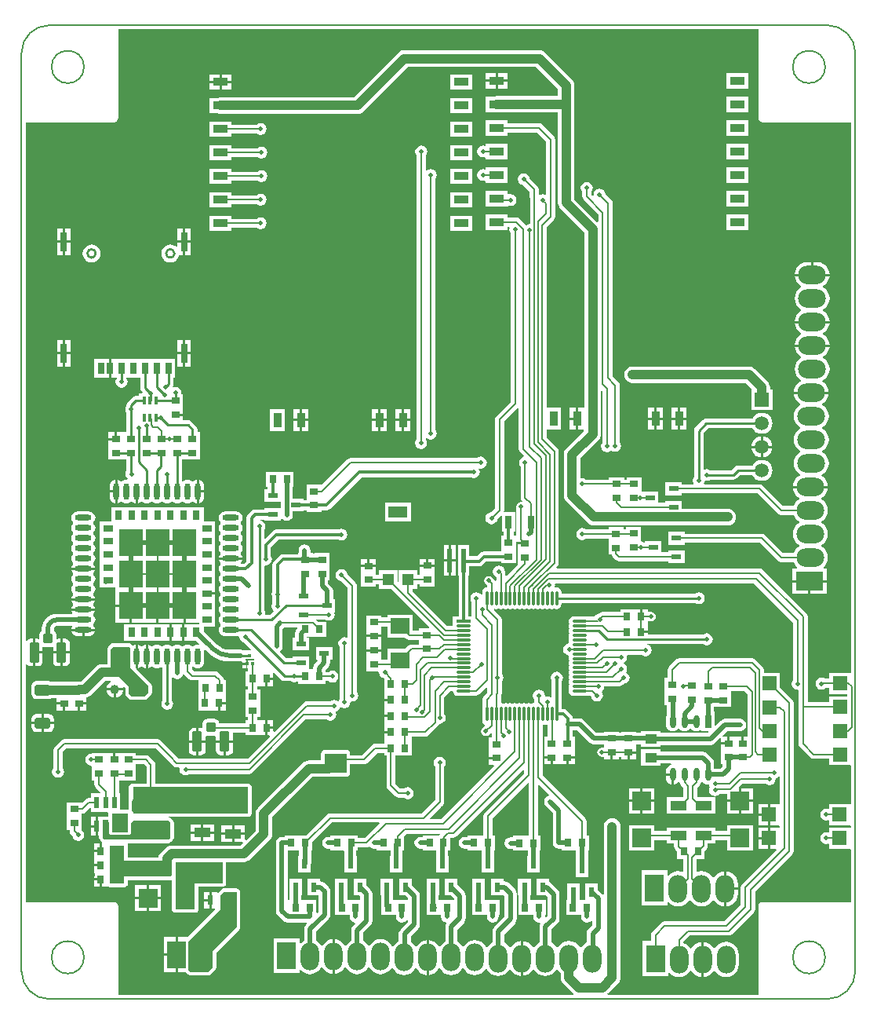
<source format=gtl>
%FSLAX25Y25*%
%MOIN*%
G70*
G01*
G75*
G04 Layer_Physical_Order=1*
G04 Layer_Color=255*
%ADD10C,0.01000*%
%ADD11C,0.02000*%
%ADD12C,0.02000*%
%ADD13R,0.02756X0.03347*%
%ADD14R,0.03347X0.02756*%
%ADD15R,0.03937X0.02362*%
G04:AMPARAMS|DCode=16|XSize=39.37mil|YSize=41.34mil|CornerRadius=5.91mil|HoleSize=0mil|Usage=FLASHONLY|Rotation=180.000|XOffset=0mil|YOffset=0mil|HoleType=Round|Shape=RoundedRectangle|*
%AMROUNDEDRECTD16*
21,1,0.03937,0.02953,0,0,180.0*
21,1,0.02756,0.04134,0,0,180.0*
1,1,0.01181,-0.01378,0.01476*
1,1,0.01181,0.01378,0.01476*
1,1,0.01181,0.01378,-0.01476*
1,1,0.01181,-0.01378,-0.01476*
%
%ADD16ROUNDEDRECTD16*%
G04:AMPARAMS|DCode=17|XSize=41.34mil|YSize=86.61mil|CornerRadius=6.2mil|HoleSize=0mil|Usage=FLASHONLY|Rotation=180.000|XOffset=0mil|YOffset=0mil|HoleType=Round|Shape=RoundedRectangle|*
%AMROUNDEDRECTD17*
21,1,0.04134,0.07421,0,0,180.0*
21,1,0.02894,0.08661,0,0,180.0*
1,1,0.01240,-0.01447,0.03711*
1,1,0.01240,0.01447,0.03711*
1,1,0.01240,0.01447,-0.03711*
1,1,0.01240,-0.01447,-0.03711*
%
%ADD17ROUNDEDRECTD17*%
%ADD18R,0.07874X0.07874*%
%ADD19R,0.07087X0.03937*%
%ADD20R,0.02000X0.05000*%
%ADD21R,0.02362X0.03937*%
%ADD22R,0.05906X0.05906*%
%ADD23R,0.07874X0.07874*%
%ADD24R,0.02559X0.05315*%
%ADD25R,0.03937X0.05118*%
%ADD26R,0.05118X0.03937*%
G04:AMPARAMS|DCode=27|XSize=157.48mil|YSize=59.06mil|CornerRadius=8.86mil|HoleSize=0mil|Usage=FLASHONLY|Rotation=180.000|XOffset=0mil|YOffset=0mil|HoleType=Round|Shape=RoundedRectangle|*
%AMROUNDEDRECTD27*
21,1,0.15748,0.04134,0,0,180.0*
21,1,0.13976,0.05906,0,0,180.0*
1,1,0.01772,-0.06988,0.02067*
1,1,0.01772,0.06988,0.02067*
1,1,0.01772,0.06988,-0.02067*
1,1,0.01772,-0.06988,-0.02067*
%
%ADD27ROUNDEDRECTD27*%
%ADD28R,0.06299X0.03543*%
%ADD29R,0.03543X0.06299*%
%ADD30R,0.01969X0.09843*%
%ADD31R,0.03937X0.03150*%
%ADD32R,0.03150X0.03937*%
%ADD33R,0.09843X0.11811*%
%ADD34O,0.07087X0.02362*%
%ADD35O,0.02362X0.07087*%
%ADD36R,0.01575X0.03347*%
%ADD37R,0.01378X0.01181*%
%ADD38R,0.01378X0.00984*%
%ADD39R,0.01181X0.01181*%
%ADD40O,0.02500X0.05500*%
%ADD41R,0.02500X0.05500*%
%ADD42R,0.05000X0.05000*%
%ADD43R,0.07874X0.05000*%
G04:AMPARAMS|DCode=44|XSize=45mil|YSize=65mil|CornerRadius=5.63mil|HoleSize=0mil|Usage=FLASHONLY|Rotation=270.000|XOffset=0mil|YOffset=0mil|HoleType=Round|Shape=RoundedRectangle|*
%AMROUNDEDRECTD44*
21,1,0.04500,0.05375,0,0,270.0*
21,1,0.03375,0.06500,0,0,270.0*
1,1,0.01125,-0.02688,-0.01688*
1,1,0.01125,-0.02688,0.01688*
1,1,0.01125,0.02688,0.01688*
1,1,0.01125,0.02688,-0.01688*
%
%ADD44ROUNDEDRECTD44*%
%ADD45R,0.07874X0.06693*%
%ADD46O,0.06299X0.01181*%
%ADD47O,0.01181X0.06299*%
%ADD48R,0.06299X0.01181*%
%ADD49R,0.02559X0.04843*%
%ADD50R,0.02756X0.08268*%
%ADD51C,0.00800*%
%ADD52C,0.04000*%
%ADD53C,0.01200*%
%ADD54R,0.09200X0.08300*%
%ADD55R,0.49000X0.11200*%
%ADD56R,0.07000X0.08100*%
%ADD57R,0.06200X0.16300*%
%ADD58R,0.25800X0.06600*%
%ADD59R,0.08400X0.20000*%
%ADD60C,0.00500*%
%ADD61C,0.05906*%
%ADD62R,0.05906X0.05906*%
%ADD63R,0.07874X0.11811*%
%ADD64O,0.07874X0.11811*%
%ADD65C,0.03937*%
%ADD66O,0.11811X0.07874*%
%ADD67R,0.11811X0.07874*%
%ADD68C,0.03000*%
%ADD69C,0.04000*%
G36*
X301365Y374016D02*
X301501Y373333D01*
X301888Y372754D01*
X302467Y372368D01*
X303150Y372232D01*
X340736D01*
Y138453D01*
X340353D01*
Y138453D01*
X331447D01*
Y135937D01*
X329651D01*
X329175Y136255D01*
X328200Y136449D01*
X327224Y136255D01*
X326398Y135702D01*
X325845Y134876D01*
X325651Y133900D01*
X325845Y132924D01*
X326398Y132098D01*
X327224Y131545D01*
X328200Y131351D01*
X329175Y131545D01*
X329950Y132063D01*
X331447D01*
Y129547D01*
X338963D01*
Y128453D01*
X331447D01*
Y125937D01*
X322237D01*
Y162300D01*
X322090Y163041D01*
X321670Y163670D01*
X303070Y182270D01*
X302441Y182690D01*
X301700Y182837D01*
X215730D01*
X215539Y183299D01*
X215970Y183730D01*
X216390Y184359D01*
X216537Y185100D01*
X216537Y185100D01*
X216537Y185100D01*
Y185100D01*
Y232400D01*
X216390Y233141D01*
X215970Y233770D01*
X211337Y238402D01*
Y241676D01*
X217531D01*
Y250975D01*
X211337D01*
Y327698D01*
X214470Y330830D01*
X214890Y331459D01*
X215037Y332200D01*
X215037Y332200D01*
X215037Y332200D01*
Y332200D01*
Y364890D01*
X214890Y365631D01*
X214470Y366260D01*
X209570Y371160D01*
X208941Y371580D01*
X208200Y371727D01*
X194775D01*
Y373061D01*
X185476D01*
Y366518D01*
X194775D01*
Y367852D01*
X207398D01*
X211163Y364087D01*
Y341693D01*
X210722Y341457D01*
X210576Y341555D01*
X209600Y341749D01*
X208625Y341555D01*
X208478Y341457D01*
X208037Y341693D01*
Y343600D01*
X207890Y344341D01*
X207470Y344970D01*
X204202Y348238D01*
X204055Y348975D01*
X203502Y349802D01*
X202676Y350355D01*
X201700Y350549D01*
X200725Y350355D01*
X199898Y349802D01*
X199345Y348975D01*
X199151Y348000D01*
X199345Y347024D01*
X199898Y346198D01*
X200725Y345645D01*
X201462Y345498D01*
X204163Y342798D01*
Y340400D01*
X204163Y340400D01*
X204163D01*
X204263Y339897D01*
Y329000D01*
X204200Y328949D01*
X203224Y328755D01*
X202661Y328379D01*
X199880Y331160D01*
X199252Y331579D01*
X198510Y331727D01*
X194775D01*
Y333061D01*
X185476D01*
Y326518D01*
X194775D01*
Y327853D01*
X195306D01*
X195623Y327466D01*
X195451Y326600D01*
X195645Y325624D01*
X196063Y324999D01*
Y253502D01*
X189930Y247370D01*
X189510Y246741D01*
X189363Y246000D01*
Y208302D01*
X187662Y206602D01*
X186925Y206455D01*
X186098Y205902D01*
X185545Y205076D01*
X185351Y204100D01*
X185545Y203124D01*
X186098Y202298D01*
X186925Y201745D01*
X187900Y201551D01*
X188875Y201745D01*
X189702Y202298D01*
X190255Y203124D01*
X190402Y203862D01*
X191910Y205370D01*
X192372Y205179D01*
Y198343D01*
X193059D01*
Y196578D01*
X192027D01*
Y190822D01*
X192027Y190822D01*
X192027Y190672D01*
X192027D01*
Y189936D01*
X184595D01*
X183775Y189773D01*
X183080Y189309D01*
X181713Y187941D01*
X178534D01*
Y192621D01*
X173566D01*
Y179779D01*
X173909D01*
Y162391D01*
X171550D01*
Y158537D01*
X171509Y158332D01*
X171484Y158300D01*
X169139D01*
X154337Y173102D01*
Y174100D01*
X156400D01*
Y176163D01*
X157527D01*
Y175216D01*
X163873D01*
Y180769D01*
X163873Y180769D01*
D01*
D01*
X163873Y180972D01*
Y180988D01*
Y181047D01*
X163873Y181122D01*
X163873Y181326D01*
X163873Y181326D01*
X163873D01*
Y183500D01*
X157527D01*
Y181326D01*
X157527Y181326D01*
X157527D01*
X157527Y181122D01*
Y180972D01*
D01*
D01*
X157527D01*
Y180037D01*
X156400D01*
Y182100D01*
X148400D01*
Y177131D01*
X148316Y177096D01*
X147900Y177374D01*
Y182100D01*
X139900D01*
Y179932D01*
X138773D01*
Y180668D01*
X138773Y180668D01*
D01*
D01*
X138773Y180872D01*
Y180888D01*
Y180947D01*
X138773Y181022D01*
X138773Y181226D01*
X138773Y181226D01*
X138773D01*
Y183400D01*
X132427D01*
Y181226D01*
X132427Y181226D01*
X132427D01*
X132427Y181022D01*
Y180872D01*
D01*
D01*
X132427D01*
Y175117D01*
X138773D01*
Y176057D01*
X139900D01*
Y174100D01*
X145299D01*
X161559Y157840D01*
X161368Y157378D01*
X157227D01*
Y156437D01*
X154537D01*
Y163146D01*
X143663D01*
Y161943D01*
X141173D01*
Y162883D01*
X134827D01*
Y157332D01*
X134827Y157332D01*
X134827D01*
X134827Y157128D01*
Y156978D01*
D01*
D01*
D01*
X134827D01*
D01*
Y154600D01*
X141173D01*
Y156774D01*
X141173Y156774D01*
D01*
D01*
X141173Y156978D01*
Y156994D01*
Y157053D01*
X141173Y157128D01*
X141173Y157332D01*
X141173Y157332D01*
X141173D01*
Y158068D01*
X143663D01*
Y153454D01*
X151207D01*
X151530Y153130D01*
X152159Y152710D01*
X152900Y152563D01*
X157227D01*
Y151622D01*
X157227Y151622D01*
X157227Y151472D01*
X157227D01*
Y150532D01*
X153961D01*
X153220Y150384D01*
X152592Y149964D01*
X151207Y148580D01*
X143663D01*
Y144032D01*
X141073D01*
Y144769D01*
X141073Y144769D01*
D01*
D01*
X141073Y144972D01*
Y144988D01*
Y145047D01*
X141073Y145122D01*
X141073Y145326D01*
X141073Y145326D01*
X141073D01*
Y147500D01*
X134727D01*
Y145326D01*
X134727Y145326D01*
X134727D01*
X134727Y145122D01*
Y144972D01*
D01*
D01*
X134727D01*
Y139216D01*
X139880D01*
X140197Y138830D01*
X140151Y138600D01*
X140345Y137625D01*
X140898Y136798D01*
X141725Y136245D01*
X142316Y136127D01*
Y130627D01*
X142316Y130627D01*
X142316Y130148D01*
X142316D01*
Y127475D01*
X145195D01*
Y126475D01*
X142316D01*
Y123802D01*
X142316Y123802D01*
X142316Y123323D01*
X142316D01*
Y120650D01*
X145195D01*
Y119650D01*
X142316D01*
Y116977D01*
X142316D01*
Y116900D01*
Y116977D01*
Y116977D01*
Y116498D01*
X142316D01*
Y113825D01*
X145195D01*
Y112825D01*
X142316D01*
Y110152D01*
D01*
D01*
X142316Y110152D01*
X142316Y109673D01*
X142316D01*
Y108437D01*
X138500D01*
X137759Y108290D01*
X137130Y107870D01*
X132798Y103537D01*
X127729D01*
Y104200D01*
X127613Y104785D01*
X127281Y105281D01*
X126785Y105613D01*
X126200Y105729D01*
X117000D01*
X116415Y105613D01*
X115919Y105281D01*
X115587Y104785D01*
X115471Y104200D01*
Y101330D01*
X110300D01*
X109386Y101210D01*
X108535Y100857D01*
X107804Y100296D01*
X88704Y81196D01*
X88143Y80465D01*
X87790Y79614D01*
X87670Y78700D01*
Y71562D01*
X83605Y67498D01*
X83143Y67689D01*
Y69705D01*
X78600D01*
Y66736D01*
X82191D01*
X82382Y66274D01*
X81338Y65230D01*
X52000D01*
X51086Y65110D01*
X50235Y64757D01*
X49504Y64196D01*
X47430Y62122D01*
X46869Y61391D01*
X46516Y60540D01*
X46462Y60129D01*
X33429D01*
Y65300D01*
X33313Y65885D01*
X33465Y66171D01*
X50600D01*
X51185Y66287D01*
X51681Y66619D01*
X52481Y67419D01*
X52813Y67915D01*
X52929Y68500D01*
Y74900D01*
X52813Y75485D01*
X52481Y75981D01*
X51681Y76781D01*
X51185Y77113D01*
X50639Y77222D01*
Y77222D01*
X50639Y77222D01*
X50600Y77229D01*
X50641Y77271D01*
X84400D01*
X84985Y77387D01*
X85481Y77719D01*
X85813Y78215D01*
X85929Y78800D01*
Y90000D01*
X85813Y90585D01*
X85481Y91081D01*
X84985Y91413D01*
X84400Y91529D01*
X45137D01*
Y99500D01*
X44990Y100241D01*
X44570Y100870D01*
X42470Y102970D01*
X41841Y103390D01*
X41100Y103537D01*
X36773D01*
Y104478D01*
X28100D01*
Y101599D01*
X27100D01*
Y104478D01*
X24627D01*
X24627Y104478D01*
Y104478D01*
X24427Y104478D01*
X24427D01*
X24273Y104483D01*
X24073Y104483D01*
X24073Y104483D01*
Y104483D01*
X17927D01*
Y104254D01*
X17806Y104155D01*
X16830Y103961D01*
X16003Y103408D01*
X15451Y102581D01*
X15257Y101605D01*
X15451Y100630D01*
X16003Y99803D01*
X16830Y99251D01*
X17806Y99057D01*
X17837Y99031D01*
X17927Y98578D01*
X17927Y98578D01*
X17927Y98578D01*
Y92822D01*
X19163D01*
Y91000D01*
X19310Y90259D01*
X19730Y89630D01*
X21598Y87762D01*
X21407Y87300D01*
X17700D01*
Y85237D01*
X16700D01*
X15959Y85090D01*
X15330Y84670D01*
X14035Y83375D01*
X13773Y83483D01*
Y83483D01*
X13773Y83483D01*
X7427D01*
Y77931D01*
X7427Y77931D01*
X7427D01*
X7427Y77728D01*
Y77578D01*
D01*
D01*
D01*
X7427D01*
D01*
Y71822D01*
X8663D01*
Y71300D01*
X8810Y70559D01*
X9230Y69930D01*
X9798Y69362D01*
X9945Y68625D01*
X10498Y67798D01*
X11325Y67245D01*
X12300Y67051D01*
X13275Y67245D01*
X14102Y67798D01*
X14655Y68625D01*
X14849Y69600D01*
X14655Y70575D01*
X14102Y71402D01*
X13723Y71656D01*
X13773Y71822D01*
X13773D01*
X13773Y71822D01*
Y77374D01*
X13773Y77374D01*
D01*
D01*
X13773Y77578D01*
Y77594D01*
Y77653D01*
X13773Y77728D01*
X13773Y77931D01*
X13773Y77931D01*
X13773D01*
Y78668D01*
X14006D01*
X14747Y78816D01*
X15375Y79236D01*
X17238Y81098D01*
X17700Y80907D01*
Y79300D01*
X24756D01*
X25073Y78913D01*
X25071Y78900D01*
Y77529D01*
X22800D01*
X22215Y77413D01*
X22046Y77300D01*
X20700D01*
Y73299D01*
Y69300D01*
X21171D01*
Y68500D01*
X21287Y67915D01*
X21619Y67419D01*
X22419Y66619D01*
X22519Y66552D01*
X22374Y66073D01*
X22295D01*
Y62899D01*
X21795D01*
Y62400D01*
X18916D01*
Y59727D01*
X19016D01*
Y57400D01*
X21895D01*
Y56400D01*
X19016D01*
Y54073D01*
X18916D01*
Y51400D01*
X21795D01*
Y50901D01*
X22295D01*
Y47727D01*
X24672D01*
D01*
X24672Y47727D01*
D01*
X24672Y47727D01*
D01*
D01*
D01*
X24822D01*
Y47727D01*
X24906D01*
X25115Y47587D01*
X25700Y47471D01*
X31900D01*
X32485Y47587D01*
X32981Y47919D01*
X33313Y48415D01*
X33429Y49000D01*
Y50471D01*
X52000D01*
X52071Y50413D01*
Y38200D01*
X52187Y37615D01*
X52311Y37429D01*
Y37363D01*
X52355D01*
X52519Y37119D01*
X53015Y36787D01*
X53600Y36671D01*
X62000D01*
X62585Y36787D01*
X63081Y37119D01*
X63413Y37615D01*
X63529Y38200D01*
Y47571D01*
X73600D01*
X74185Y47687D01*
X74681Y48019D01*
X74919Y48374D01*
X75118D01*
Y49043D01*
X75129Y49100D01*
Y58170D01*
X82800D01*
X83714Y58290D01*
X84565Y58643D01*
X85296Y59204D01*
X85296Y59204D01*
X85296Y59204D01*
X93696Y67604D01*
X94257Y68335D01*
X94610Y69186D01*
X94730Y70100D01*
X94730Y70100D01*
X94730Y70100D01*
Y70100D01*
Y77238D01*
X111762Y94270D01*
X118600D01*
X119366Y94371D01*
X126200D01*
X126785Y94487D01*
X127281Y94819D01*
X127613Y95315D01*
X127729Y95900D01*
Y99663D01*
X133600D01*
X134341Y99810D01*
X134970Y100230D01*
X134970Y100230D01*
X134970Y100230D01*
X139302Y104563D01*
X142316D01*
Y103327D01*
X143257D01*
Y90605D01*
X143405Y89864D01*
X143825Y89236D01*
X147030Y86030D01*
X147659Y85610D01*
X148400Y85463D01*
X150699D01*
X151324Y85045D01*
X152300Y84851D01*
X153276Y85045D01*
X154102Y85598D01*
X154655Y86424D01*
X154849Y87400D01*
X154655Y88376D01*
X154102Y89202D01*
X153276Y89755D01*
X152300Y89949D01*
X151324Y89755D01*
X150699Y89337D01*
X149202D01*
X147132Y91408D01*
Y103327D01*
X148072D01*
Y103327D01*
X148222D01*
X148426Y103327D01*
X148426Y103327D01*
Y103327D01*
X153978D01*
Y109673D01*
D01*
Y109673D01*
X153978Y109673D01*
X153978Y110152D01*
X153978D01*
Y111388D01*
X159825D01*
X160566Y111535D01*
X161195Y111955D01*
X161195Y111955D01*
X161195Y111955D01*
X165270Y116030D01*
X165690Y116659D01*
X165702Y116718D01*
X165900Y116851D01*
X165900Y116851D01*
Y116851D01*
X166876Y117045D01*
X167702Y117598D01*
X168255Y118424D01*
X168449Y119400D01*
X168255Y120376D01*
X167837Y121001D01*
Y127998D01*
X170643Y130804D01*
X171484D01*
X171509Y130772D01*
X171672Y129957D01*
X172134Y129265D01*
X172825Y128803D01*
X173641Y128641D01*
X178759D01*
X179575Y128803D01*
X179623Y128835D01*
X181372D01*
X182114Y128983D01*
X182742Y129403D01*
X185701Y132361D01*
X186163Y132170D01*
Y130060D01*
X184673Y128570D01*
X184253Y127941D01*
X184105Y127200D01*
Y124353D01*
X184073Y124305D01*
X183911Y123489D01*
Y118371D01*
X184073Y117555D01*
X184535Y116864D01*
X185100Y116486D01*
X185149Y115989D01*
X184130Y114970D01*
X183710Y114341D01*
X183563Y113600D01*
X183710Y112859D01*
X184130Y112230D01*
X184759Y111810D01*
X185500Y111663D01*
X186241Y111810D01*
X186870Y112230D01*
X187580Y112941D01*
X188042Y112749D01*
Y111083D01*
X186727D01*
Y105328D01*
X186727Y105328D01*
X186727Y105178D01*
X186727D01*
Y102800D01*
X189901D01*
Y101800D01*
X186727D01*
Y99422D01*
X188829D01*
X189021Y98960D01*
X166498Y76437D01*
X161930D01*
X161739Y76899D01*
X167270Y82430D01*
X167690Y83059D01*
X167837Y83800D01*
Y98699D01*
X168255Y99325D01*
X168449Y100300D01*
X168255Y101276D01*
X167702Y102102D01*
X166876Y102655D01*
X165900Y102849D01*
X164925Y102655D01*
X164098Y102102D01*
X163545Y101276D01*
X163351Y100300D01*
X163545Y99325D01*
X163963Y98699D01*
Y84602D01*
X158198Y78837D01*
X119300D01*
X118559Y78690D01*
X117930Y78270D01*
X109134Y69473D01*
X105822D01*
D01*
D01*
X105822Y69473D01*
X105672D01*
Y69473D01*
X99916D01*
Y68849D01*
X98861D01*
X97886Y68655D01*
X97059Y68102D01*
X96506Y67276D01*
X96312Y66300D01*
Y37439D01*
X96506Y36463D01*
X97059Y35636D01*
X99531Y33164D01*
X100358Y32612D01*
X101333Y32418D01*
X109260D01*
X109451Y31956D01*
X108998Y31502D01*
X108445Y30676D01*
X108251Y29700D01*
Y24804D01*
X108058Y24724D01*
X106922Y23853D01*
X106711Y23576D01*
X106237Y23737D01*
Y25806D01*
X95363D01*
Y10994D01*
X106237D01*
Y12275D01*
X106711Y12436D01*
X106922Y12160D01*
X108058Y11289D01*
X109381Y10741D01*
X110800Y10554D01*
X112219Y10741D01*
X113542Y11289D01*
X114678Y12160D01*
X115549Y13296D01*
X115550Y13298D01*
X116050D01*
X116051Y13296D01*
X116922Y12160D01*
X118058Y11289D01*
X119381Y10741D01*
X120300Y10620D01*
Y18005D01*
Y25393D01*
X119381Y25272D01*
X118058Y24724D01*
X116922Y23853D01*
X116051Y22717D01*
X116050Y22715D01*
X115550D01*
X115549Y22717D01*
X114678Y23853D01*
X113542Y24724D01*
X113349Y24804D01*
Y28644D01*
X118802Y34098D01*
X119355Y34925D01*
X119549Y35900D01*
X119549Y35900D01*
X119549Y35900D01*
Y35900D01*
Y45700D01*
X119549Y45700D01*
X119549Y45700D01*
Y45700D01*
X119549D01*
X119549Y45700D01*
X119355Y46676D01*
X118802Y47502D01*
X117002Y49302D01*
X116175Y49855D01*
X115200Y50049D01*
X115155D01*
Y50968D01*
X109793D01*
Y44032D01*
X114451D01*
Y36956D01*
X113907Y36411D01*
X113445Y36603D01*
Y42073D01*
X107689D01*
D01*
D01*
X107689Y42073D01*
X107539D01*
D01*
X107149Y42073D01*
Y44032D01*
X107281D01*
Y50968D01*
X101919D01*
Y44032D01*
X102051D01*
Y42073D01*
X101783Y42073D01*
Y42073D01*
X101764D01*
X101410Y42427D01*
Y63127D01*
X105672D01*
Y63127D01*
X105672D01*
X105672Y63127D01*
X105822D01*
D01*
X106151Y63127D01*
Y60811D01*
X105856D01*
Y53874D01*
X111218D01*
Y57350D01*
X111249Y57506D01*
X111249Y57506D01*
X111249Y57506D01*
Y57506D01*
Y63127D01*
X111578D01*
Y66438D01*
X120102Y74963D01*
X140070D01*
X140261Y74501D01*
X133998Y68237D01*
X131195D01*
Y69473D01*
X125643D01*
X125643Y69473D01*
Y69473D01*
X125439Y69473D01*
X125364D01*
X125289D01*
X125085Y69473D01*
X125085Y69473D01*
Y69473D01*
X119533D01*
Y68849D01*
X118478D01*
X117502Y68655D01*
X116675Y68102D01*
X116123Y67276D01*
X115929Y66300D01*
X116123Y65324D01*
X116675Y64498D01*
X117502Y63945D01*
X118478Y63751D01*
X119533D01*
Y63127D01*
X125094D01*
X125448Y62773D01*
Y60811D01*
X125316D01*
Y53874D01*
X130678D01*
Y60811D01*
X130546D01*
Y63127D01*
X131195D01*
Y64363D01*
X134800D01*
X135541Y64510D01*
X135760Y64657D01*
X136251Y64559D01*
X136292Y64498D01*
X137119Y63945D01*
X138094Y63751D01*
X139150D01*
Y63127D01*
X144906D01*
D01*
X144906D01*
X144908Y63125D01*
Y60811D01*
X144776D01*
Y53874D01*
X150138D01*
Y60811D01*
X150006D01*
Y63127D01*
X150811D01*
Y69172D01*
X151802Y70163D01*
X165929D01*
X166068Y69902D01*
X165811Y69473D01*
X164672D01*
D01*
D01*
X164672Y69473D01*
X164522D01*
Y69473D01*
X158766D01*
Y68849D01*
X157711D01*
X156736Y68655D01*
X155909Y68102D01*
X155356Y67276D01*
X155162Y66300D01*
X155356Y65324D01*
X155909Y64498D01*
X156736Y63945D01*
X157711Y63751D01*
X158766D01*
Y63127D01*
X164368D01*
Y60811D01*
X164236D01*
Y53874D01*
X169598D01*
Y60811D01*
X169466D01*
Y63127D01*
X170428D01*
Y68463D01*
X171650D01*
X172391Y68610D01*
X173020Y69030D01*
X201360Y97370D01*
X201822Y97179D01*
Y95762D01*
X185030Y78970D01*
X184610Y78341D01*
X184463Y77600D01*
Y69473D01*
X183726D01*
X183726Y69473D01*
Y69473D01*
X183522Y69473D01*
X183447D01*
X183372D01*
X183168Y69473D01*
X183168Y69473D01*
Y69473D01*
X177617D01*
Y68849D01*
X176561D01*
X175586Y68655D01*
X174759Y68102D01*
X174206Y67276D01*
X174012Y66300D01*
X174206Y65324D01*
X174759Y64498D01*
X175586Y63945D01*
X176561Y63751D01*
X177617D01*
Y63127D01*
X183372D01*
Y63127D01*
X183522D01*
X183522D01*
X183726D01*
X183726D01*
D01*
X183851D01*
Y60811D01*
X183696D01*
Y53874D01*
X189058D01*
Y60811D01*
X188949D01*
Y63127D01*
X189278D01*
Y69473D01*
X188337D01*
Y76798D01*
X203328Y91789D01*
X203790Y91597D01*
Y69373D01*
X203126D01*
X203126Y69373D01*
Y69373D01*
X202922Y69373D01*
X202847D01*
X202772D01*
X202569Y69373D01*
X202569Y69373D01*
Y69373D01*
X197017D01*
Y68749D01*
X195961D01*
X194986Y68555D01*
X194159Y68002D01*
X193606Y67176D01*
X193412Y66200D01*
X193606Y65224D01*
X194159Y64398D01*
X194986Y63845D01*
X195961Y63651D01*
X197017D01*
Y63027D01*
X202772D01*
Y63027D01*
X202922D01*
X202922D01*
X203126D01*
X203126D01*
D01*
X203251D01*
Y60811D01*
X203156D01*
Y53874D01*
X208518D01*
Y60811D01*
X208349D01*
Y63027D01*
X208678D01*
Y69373D01*
X207665D01*
Y90742D01*
X208127Y90934D01*
X212351Y86709D01*
X212206Y86231D01*
X211824Y86155D01*
X210998Y85602D01*
X210445Y84776D01*
X210251Y83800D01*
X210445Y82824D01*
X210998Y81998D01*
X214012Y78983D01*
Y66300D01*
X214012Y66300D01*
X214012D01*
X214206Y65324D01*
X214759Y64498D01*
X215586Y63945D01*
X216561Y63751D01*
X217617D01*
Y63127D01*
X223372D01*
Y63127D01*
X223372D01*
X223372Y63127D01*
X223522D01*
D01*
X223851Y63127D01*
Y55480D01*
X223851Y55480D01*
X223851D01*
X223856Y55455D01*
Y51874D01*
X229218D01*
Y58811D01*
X228949D01*
Y63127D01*
X229278D01*
Y69473D01*
X228337D01*
Y75400D01*
X228190Y76141D01*
X227770Y76770D01*
X209633Y94906D01*
Y116214D01*
X209665Y116239D01*
X210480Y116402D01*
X210649Y116514D01*
X210817Y116402D01*
X211633Y116239D01*
X211664Y116214D01*
Y111284D01*
X210327D01*
Y105731D01*
X210327Y105731D01*
X210327D01*
X210327Y105528D01*
Y105378D01*
D01*
D01*
D01*
X210327D01*
D01*
Y103000D01*
X213501D01*
Y102501D01*
X214000D01*
Y99622D01*
X216673D01*
Y99622D01*
X216673D01*
X216673Y99622D01*
X217027D01*
X217027D01*
X217027D01*
Y99622D01*
X219700D01*
Y102501D01*
X220199D01*
Y103000D01*
X223373D01*
Y105174D01*
X223373Y105174D01*
D01*
D01*
X223373Y105378D01*
Y105394D01*
Y105453D01*
X223373Y105528D01*
X223373Y105731D01*
X223373Y105731D01*
X223373D01*
Y111284D01*
X222441D01*
Y114051D01*
X224344D01*
X229592Y108803D01*
X230419Y108251D01*
X231395Y108056D01*
X235727D01*
D01*
Y107931D01*
Y107931D01*
D01*
Y107728D01*
Y107728D01*
Y107578D01*
D01*
D01*
D01*
X235727D01*
D01*
Y106637D01*
X234800D01*
X234059Y106490D01*
X233430Y106070D01*
X233010Y105441D01*
X232863Y104700D01*
X233010Y103959D01*
X233430Y103330D01*
X234059Y102910D01*
X234800Y102763D01*
X235727D01*
Y101822D01*
X238400D01*
Y104701D01*
X239400D01*
Y101822D01*
X242073D01*
Y102763D01*
X242927D01*
Y101822D01*
X245600D01*
Y104701D01*
X246099D01*
Y105200D01*
X249273D01*
Y107374D01*
X249273Y107374D01*
D01*
D01*
X249273Y107578D01*
Y107594D01*
Y107653D01*
X249273Y107728D01*
X249273Y107931D01*
X249273Y107931D01*
X249273D01*
Y108056D01*
X251541D01*
Y106905D01*
X259659D01*
Y107825D01*
X281074D01*
X282049Y108019D01*
X282876Y108572D01*
X282876Y108572D01*
X282876Y108572D01*
X285065Y110760D01*
X285527Y110569D01*
Y109000D01*
X288200D01*
Y111378D01*
X286336D01*
X286145Y111840D01*
X288156Y113851D01*
X293600D01*
X294576Y114045D01*
X295402Y114598D01*
X295955Y115425D01*
X296149Y116400D01*
X295955Y117376D01*
X295402Y118202D01*
X294576Y118755D01*
X293600Y118949D01*
X287100D01*
X286124Y118755D01*
X285298Y118202D01*
X283112Y116017D01*
X282650Y116208D01*
Y122150D01*
X282549D01*
Y124022D01*
X283173D01*
Y124022D01*
X283173D01*
X283173Y124022D01*
X283227D01*
Y124022D01*
X289573D01*
Y129778D01*
D01*
Y129778D01*
X289573Y129778D01*
Y129928D01*
X289573D01*
Y130868D01*
X295492D01*
X296863Y129498D01*
Y111378D01*
X295200D01*
Y108499D01*
X294200D01*
Y111378D01*
X289200D01*
Y108499D01*
X288701D01*
Y108000D01*
X285527D01*
Y105622D01*
X285527Y105622D01*
X285527Y105472D01*
X285527D01*
Y99717D01*
X286151D01*
Y98756D01*
X285206Y97811D01*
X282449D01*
Y100200D01*
X282255Y101175D01*
X281702Y102002D01*
X279402Y104302D01*
X278575Y104855D01*
X277600Y105049D01*
X259659D01*
Y105968D01*
X251541D01*
Y99032D01*
X259659D01*
Y99951D01*
X264230D01*
X264263Y99452D01*
X264182Y99441D01*
X263513Y99164D01*
X262939Y98724D01*
X262498Y98149D01*
X262221Y97480D01*
X262126Y96762D01*
Y95762D01*
X264901D01*
Y95263D01*
X265400D01*
Y91054D01*
X265618Y91083D01*
X266287Y91360D01*
X266861Y91801D01*
X267150Y92177D01*
X267650D01*
X267939Y91801D01*
X268026Y91734D01*
X268110Y91312D01*
X268530Y90684D01*
X269563Y89651D01*
Y85754D01*
X269473Y85664D01*
X262457D01*
Y78727D01*
X272543D01*
Y78727D01*
X272543D01*
X272543Y78727D01*
X272857D01*
Y78727D01*
X282943D01*
Y85664D01*
X275327D01*
X275237Y85754D01*
Y89651D01*
X276270Y90684D01*
X276690Y91312D01*
X276774Y91734D01*
X276861Y91801D01*
X277150Y92177D01*
X277650D01*
X277939Y91801D01*
X278513Y91360D01*
X279182Y91083D01*
X279900Y90988D01*
X280419Y91057D01*
X280545Y90425D01*
X280795Y90050D01*
X280545Y89675D01*
X280351Y88700D01*
X280545Y87725D01*
X281098Y86898D01*
X281925Y86345D01*
X282900Y86151D01*
X283875Y86345D01*
X284702Y86898D01*
X284771Y87000D01*
X288063D01*
Y84600D01*
X293000D01*
Y89537D01*
X293230D01*
X293039Y89999D01*
X294402Y91363D01*
X304599D01*
X305224Y90945D01*
X306200Y90751D01*
X307175Y90945D01*
X308002Y91498D01*
X308555Y92325D01*
X308749Y93300D01*
X308725Y93420D01*
X308875Y93645D01*
X308875D01*
X308875Y93645D01*
X309702Y94198D01*
X309984Y94620D01*
X310463Y94474D01*
Y82753D01*
X310463D01*
X310253D01*
X310109Y82753D01*
X310109Y82753D01*
Y82753D01*
X306300D01*
Y78299D01*
Y73847D01*
X310109D01*
X310463Y73494D01*
Y72753D01*
X310253D01*
Y72753D01*
X306300D01*
Y68299D01*
Y63847D01*
X308854D01*
X309046Y63385D01*
X294330Y48670D01*
X293910Y48041D01*
X293763Y47300D01*
Y39802D01*
X286898Y32937D01*
X261500D01*
X260759Y32790D01*
X260130Y32370D01*
X256230Y28470D01*
X255810Y27841D01*
X255663Y27100D01*
Y24606D01*
X252163D01*
Y9794D01*
X263037D01*
Y11075D01*
X263510Y11236D01*
X263722Y10960D01*
X264858Y10089D01*
X266181Y9541D01*
X267600Y9354D01*
X269019Y9541D01*
X270342Y10089D01*
X271478Y10960D01*
X272349Y12096D01*
X272350Y12098D01*
X272850D01*
X272851Y12096D01*
X273722Y10960D01*
X274858Y10089D01*
X276181Y9541D01*
X277100Y9420D01*
Y16805D01*
Y24193D01*
X276181Y24072D01*
X274858Y23524D01*
X273722Y22652D01*
X272851Y21517D01*
X272850Y21515D01*
X272350D01*
X272349Y21517D01*
X271478Y22652D01*
X270342Y23524D01*
X269537Y23857D01*
Y24298D01*
X272202Y26963D01*
X288800D01*
X289541Y27110D01*
X290170Y27530D01*
X299370Y36730D01*
X299370Y36730D01*
X299370Y36730D01*
X299790Y37359D01*
X299937Y38100D01*
Y45698D01*
X315670Y61430D01*
X316090Y62059D01*
X316237Y62800D01*
Y125600D01*
X316090Y126341D01*
X315670Y126970D01*
X310353Y132287D01*
Y138453D01*
X303637D01*
Y139700D01*
X303637Y139700D01*
X303637Y139700D01*
Y139700D01*
X303637D01*
X303637Y139700D01*
X303490Y140441D01*
X303070Y141070D01*
X300070Y144070D01*
X299441Y144490D01*
X298700Y144637D01*
X267600D01*
X266859Y144490D01*
X266230Y144070D01*
X263330Y141170D01*
X262910Y140541D01*
X262763Y139800D01*
Y136284D01*
X261527D01*
Y130528D01*
X261527Y130528D01*
X261527Y130378D01*
X261527D01*
Y124622D01*
X262351D01*
Y120432D01*
X262221Y120118D01*
X262126Y119400D01*
Y116400D01*
X262221Y115682D01*
X262498Y115013D01*
X262939Y114439D01*
X263513Y113998D01*
X264182Y113721D01*
X264900Y113626D01*
X265618Y113721D01*
X266287Y113998D01*
X266861Y114439D01*
X267150Y114815D01*
X267650D01*
X267939Y114439D01*
X268513Y113998D01*
X269182Y113721D01*
X269900Y113626D01*
X270618Y113721D01*
X271287Y113998D01*
X271861Y114439D01*
X272150Y114815D01*
X272650D01*
X272939Y114439D01*
X273513Y113998D01*
X274182Y113721D01*
X274900Y113626D01*
X275618Y113721D01*
X276287Y113998D01*
X276702Y114316D01*
X277150Y114095D01*
Y113650D01*
X280092D01*
X280221Y113339D01*
X279943Y112923D01*
X259659D01*
Y113842D01*
X251541D01*
Y113154D01*
X249273D01*
Y113484D01*
X242927D01*
Y113154D01*
X242073D01*
Y113484D01*
X235727D01*
Y113154D01*
X232450D01*
X227202Y118402D01*
X226376Y118955D01*
X225400Y119149D01*
X222431D01*
X222278Y119919D01*
X221814Y120614D01*
X219984Y122444D01*
X219289Y122908D01*
X218470Y123071D01*
X217711D01*
Y134910D01*
X218055Y135424D01*
X218249Y136400D01*
X218055Y137375D01*
X217502Y138202D01*
X216675Y138755D01*
X215700Y138949D01*
X214724Y138755D01*
X213898Y138202D01*
X213345Y137375D01*
X213151Y136400D01*
X213345Y135424D01*
X213429Y135299D01*
Y128315D01*
X212988Y128079D01*
X212576Y128355D01*
X211600Y128549D01*
X210999Y128429D01*
X210646Y128783D01*
X210649Y128800D01*
X210455Y129776D01*
X209902Y130602D01*
X209075Y131155D01*
X208100Y131349D01*
X207124Y131155D01*
X206298Y130602D01*
X205745Y129776D01*
X205551Y128800D01*
X205745Y127824D01*
X206163Y127199D01*
Y126100D01*
X206192Y125952D01*
X205839Y125598D01*
X205728Y125620D01*
X204912Y125458D01*
X204743Y125346D01*
X204575Y125458D01*
X203759Y125620D01*
X202943Y125458D01*
X202775Y125346D01*
X202606Y125458D01*
X201791Y125620D01*
X200975Y125458D01*
X200806Y125346D01*
X200638Y125458D01*
X199822Y125620D01*
X199006Y125458D01*
X198838Y125346D01*
X198669Y125458D01*
X197854Y125620D01*
X197038Y125458D01*
X196869Y125346D01*
X196701Y125458D01*
X195885Y125620D01*
X195069Y125458D01*
X194901Y125346D01*
X194732Y125458D01*
X193916Y125620D01*
X193101Y125458D01*
X192932Y125346D01*
X192764Y125458D01*
X191948Y125620D01*
X191917Y125646D01*
Y128671D01*
X192190Y129079D01*
X192337Y129821D01*
Y134799D01*
X192755Y135424D01*
X192949Y136400D01*
X192755Y137375D01*
X192337Y138001D01*
Y161000D01*
X192190Y161741D01*
X191770Y162370D01*
X188976Y165164D01*
X189212Y165605D01*
X189980Y165452D01*
X190795Y165614D01*
X190964Y165727D01*
X191132Y165614D01*
X191948Y165452D01*
X192764Y165614D01*
X192932Y165727D01*
X193101Y165614D01*
X193916Y165452D01*
X194732Y165614D01*
X194901Y165727D01*
X195069Y165614D01*
X195885Y165452D01*
X196701Y165614D01*
X196869Y165727D01*
X197038Y165614D01*
X197854Y165452D01*
X198669Y165614D01*
X198838Y165727D01*
X199006Y165614D01*
X199822Y165452D01*
X200638Y165614D01*
X200806Y165727D01*
X200975Y165614D01*
X201791Y165452D01*
X202606Y165614D01*
X202775Y165727D01*
X202943Y165614D01*
X203759Y165452D01*
X204575Y165614D01*
X204743Y165727D01*
X204912Y165614D01*
X205728Y165452D01*
X206543Y165614D01*
X206712Y165727D01*
X206880Y165614D01*
X207696Y165452D01*
X208512Y165614D01*
X208680Y165727D01*
X208849Y165614D01*
X209665Y165452D01*
X210480Y165614D01*
X210649Y165727D01*
X210817Y165614D01*
X211633Y165452D01*
X212449Y165614D01*
X212617Y165727D01*
X212786Y165614D01*
X213602Y165452D01*
X214417Y165614D01*
X214586Y165727D01*
X214754Y165614D01*
X215570Y165452D01*
X216386Y165614D01*
X217077Y166076D01*
X217539Y166768D01*
X217702Y167584D01*
Y168103D01*
X274638D01*
X275025Y167845D01*
X276000Y167651D01*
X276975Y167845D01*
X277802Y168398D01*
X278355Y169225D01*
X278549Y170200D01*
X278355Y171176D01*
X277802Y172002D01*
X276975Y172555D01*
X276000Y172749D01*
X275025Y172555D01*
X274466Y172182D01*
X217702D01*
Y172702D01*
X217539Y173517D01*
X217077Y174209D01*
X216386Y174671D01*
X215570Y174833D01*
X215164Y174752D01*
X214811Y175106D01*
X214949Y175800D01*
X214894Y176076D01*
X215211Y176463D01*
X299498D01*
X316063Y159898D01*
Y135401D01*
X315645Y134775D01*
X315451Y133800D01*
X315645Y132825D01*
X316198Y131998D01*
X317024Y131445D01*
X318000Y131251D01*
X318363Y130953D01*
Y124100D01*
X318363Y124100D01*
X318363D01*
Y108300D01*
X318510Y107559D01*
X318930Y106930D01*
X323330Y102530D01*
X323959Y102110D01*
X324700Y101963D01*
X331447D01*
Y99447D01*
X340353D01*
Y99447D01*
X340382D01*
X340736Y99094D01*
Y82753D01*
X340253D01*
Y82753D01*
X331347D01*
Y81015D01*
X330961Y80698D01*
X330200Y80849D01*
X329224Y80655D01*
X328398Y80102D01*
X327845Y79276D01*
X327651Y78300D01*
X327845Y77324D01*
X328398Y76498D01*
X329224Y75945D01*
X330200Y75751D01*
X330961Y75902D01*
X331347Y75585D01*
Y73847D01*
X340253D01*
Y73847D01*
X340382D01*
X340736Y73494D01*
Y72753D01*
X340253D01*
Y72753D01*
X331347D01*
Y71015D01*
X330961Y70698D01*
X330200Y70849D01*
X329224Y70655D01*
X328398Y70102D01*
X327845Y69275D01*
X327651Y68300D01*
X327845Y67325D01*
X328398Y66498D01*
X329224Y65945D01*
X330200Y65751D01*
X330961Y65902D01*
X331347Y65585D01*
Y63847D01*
X340253D01*
Y63847D01*
X340382D01*
X340736Y63494D01*
Y41154D01*
X303150D01*
X302467Y41019D01*
X301888Y40632D01*
X301501Y40053D01*
X301365Y39370D01*
Y1784D01*
X237367D01*
X237206Y2258D01*
X237396Y2404D01*
X241696Y6704D01*
X242257Y7435D01*
X242610Y8286D01*
X242730Y9200D01*
Y73200D01*
X242610Y74114D01*
X242257Y74965D01*
X241696Y75696D01*
X240965Y76257D01*
X240114Y76610D01*
X239200Y76730D01*
X238286Y76610D01*
X237435Y76257D01*
X236704Y75696D01*
X236143Y74965D01*
X235790Y74114D01*
X235670Y73200D01*
Y44488D01*
X235191Y44343D01*
X235102Y44476D01*
X233155Y46424D01*
Y48968D01*
X227793D01*
Y42073D01*
X225793D01*
X225793Y42073D01*
Y42073D01*
X225589Y42073D01*
X225439D01*
Y42073D01*
X225281Y42073D01*
Y48968D01*
X219919D01*
Y42073D01*
X219683D01*
Y35727D01*
X225439D01*
Y35727D01*
X225589D01*
X225589D01*
X225793D01*
X225793D01*
D01*
X225918D01*
Y34967D01*
X226112Y33991D01*
X226664Y33164D01*
X227491Y32612D01*
X228467Y32418D01*
X229442Y32612D01*
X230269Y33164D01*
X230273Y33170D01*
X230751Y33024D01*
Y31256D01*
X229098Y29602D01*
X228545Y28776D01*
X228351Y27800D01*
Y24058D01*
X228058Y23937D01*
X226922Y23065D01*
X226051Y21929D01*
X226050Y21927D01*
X225550D01*
X225549Y21929D01*
X224678Y23065D01*
X223542Y23937D01*
X222219Y24485D01*
X220800Y24671D01*
X219381Y24485D01*
X218058Y23937D01*
X216922Y23065D01*
X216051Y21929D01*
X216050Y21927D01*
X215550D01*
X215549Y21929D01*
X214678Y23065D01*
X213542Y23937D01*
X213349Y24017D01*
Y29644D01*
X216102Y32398D01*
X216655Y33224D01*
X216849Y34200D01*
X216849Y34200D01*
X216849Y34200D01*
Y34200D01*
Y44500D01*
X216655Y45476D01*
X216102Y46302D01*
X213102Y49302D01*
X212455Y49735D01*
Y50968D01*
X207093D01*
Y44032D01*
X211164D01*
X211751Y43444D01*
Y35256D01*
X211077Y34582D01*
X210636Y34817D01*
X210666Y34967D01*
Y35727D01*
X210995D01*
Y42073D01*
X205443D01*
X205443Y42073D01*
Y42073D01*
X205239Y42073D01*
X205164D01*
X205089D01*
X204885Y42073D01*
X204885Y42073D01*
Y42073D01*
X204449D01*
Y44032D01*
X204581D01*
Y50968D01*
X199219D01*
Y44032D01*
X199351D01*
Y42073D01*
X199333D01*
Y35727D01*
X205089D01*
Y35727D01*
X205239D01*
X205239D01*
X205443D01*
X205443D01*
D01*
X205568D01*
Y34967D01*
X205568Y34967D01*
X205568D01*
X205762Y33991D01*
X206314Y33164D01*
X207141Y32612D01*
X208117Y32418D01*
X208427Y32479D01*
X208704Y32064D01*
X208445Y31675D01*
X208251Y30700D01*
Y24017D01*
X208058Y23937D01*
X206922Y23065D01*
X206051Y21929D01*
X206050Y21927D01*
X205550D01*
X205549Y21929D01*
X204678Y23065D01*
X203542Y23937D01*
X202219Y24485D01*
X201300Y24606D01*
Y17218D01*
Y9832D01*
X202219Y9953D01*
X203542Y10501D01*
X204678Y11373D01*
X205549Y12508D01*
X205550Y12510D01*
X206050D01*
X206051Y12508D01*
X206922Y11373D01*
X208058Y10501D01*
X209381Y9953D01*
X210800Y9766D01*
X212219Y9953D01*
X213542Y10501D01*
X214678Y11373D01*
X215549Y12508D01*
X215550Y12510D01*
X216050D01*
X216051Y12508D01*
X216922Y11373D01*
X217270Y11106D01*
Y9200D01*
X217270Y9200D01*
X217270D01*
X217390Y8286D01*
X217743Y7435D01*
X218304Y6704D01*
X222604Y2404D01*
X222794Y2258D01*
X222633Y1784D01*
X29343D01*
Y39370D01*
X29208Y40053D01*
X28821Y40632D01*
X28242Y41019D01*
X27559Y41154D01*
X-10027D01*
Y141979D01*
X-9548Y142124D01*
X-9385Y141880D01*
X-8684Y141411D01*
X-7856Y141247D01*
X-6910D01*
Y147118D01*
Y152991D01*
X-7856D01*
X-8684Y152827D01*
X-9385Y152358D01*
X-9548Y152113D01*
X-10027Y152259D01*
Y372232D01*
X27559D01*
X28242Y372368D01*
X28821Y372754D01*
X29208Y373333D01*
X29343Y374016D01*
Y411602D01*
X301365D01*
Y374016D01*
D02*
G37*
G36*
X25200Y75300D02*
X25300Y75200D01*
Y70500D01*
X25900Y69900D01*
X34100D01*
X34600Y70400D01*
Y74700D01*
X35600Y75700D01*
X50600D01*
X51400Y74900D01*
Y68500D01*
X50600Y67700D01*
X23500D01*
X22700Y68500D01*
Y75900D01*
X22800Y76000D01*
X25200D01*
Y75300D01*
D02*
G37*
G36*
X41263Y98698D02*
Y91529D01*
X35400D01*
X34815Y91413D01*
X34319Y91081D01*
X33987Y90585D01*
X33871Y90000D01*
Y84745D01*
X33779Y84285D01*
Y80576D01*
X33600Y80429D01*
X30180D01*
Y87300D01*
X29618D01*
Y92817D01*
X36773D01*
Y98572D01*
D01*
Y98572D01*
X36773Y98572D01*
Y98722D01*
X36773D01*
Y99663D01*
X40298D01*
X41263Y98698D01*
D02*
G37*
G36*
X199563Y250870D02*
Y233500D01*
X199563Y233500D01*
X199563D01*
X199710Y232759D01*
X200130Y232130D01*
X201668Y230593D01*
X201522Y230114D01*
X201224Y230055D01*
X200398Y229502D01*
X199845Y228676D01*
X199651Y227700D01*
X199845Y226725D01*
X200263Y226099D01*
Y212900D01*
X200410Y212159D01*
X200830Y211530D01*
X200943Y211417D01*
X200708Y210976D01*
X200400Y211037D01*
X199659Y210890D01*
X199030Y210470D01*
X198610Y209841D01*
X198463Y209100D01*
Y196578D01*
X198373D01*
Y196578D01*
X197341D01*
Y198343D01*
X197931D01*
Y206658D01*
X193464D01*
X193147Y207044D01*
X193237Y207500D01*
Y245198D01*
X199101Y251061D01*
X199563Y250870D01*
D02*
G37*
G36*
X199027Y193736D02*
Y193905D01*
X202201D01*
Y192905D01*
X199027D01*
Y190528D01*
X199027Y190528D01*
X199027Y190378D01*
X199027D01*
Y184622D01*
X199027Y184622D01*
X199027D01*
X199102Y184441D01*
X194347Y179687D01*
X193885Y179878D01*
Y180652D01*
X193738Y181393D01*
X193654Y181518D01*
X193466Y182464D01*
X192914Y183291D01*
X192087Y183844D01*
X191111Y184038D01*
X190136Y183844D01*
X189309Y183291D01*
X188756Y182464D01*
X188562Y181489D01*
X188756Y180513D01*
X189309Y179686D01*
X190011Y179217D01*
Y177677D01*
X189532Y177532D01*
X189381Y177759D01*
X188170Y178970D01*
X187541Y179390D01*
X186800Y179537D01*
X186059Y179390D01*
X185430Y178970D01*
X185010Y178341D01*
X184863Y177600D01*
X185010Y176859D01*
X185430Y176230D01*
X186074Y175587D01*
Y174859D01*
X186042Y174833D01*
X185227Y174671D01*
X184535Y174209D01*
X184073Y173517D01*
X183911Y172702D01*
Y171853D01*
X183432Y171708D01*
X183302Y171902D01*
X182475Y172455D01*
X181500Y172649D01*
X180525Y172455D01*
X179698Y171902D01*
X179145Y171075D01*
X178951Y170100D01*
X179145Y169124D01*
X179563Y168499D01*
Y162391D01*
X178191D01*
Y179779D01*
X178534D01*
Y183659D01*
X182600D01*
X183419Y183822D01*
X184114Y184286D01*
X184114Y184286D01*
X184114Y184286D01*
X185481Y185653D01*
X192027D01*
Y184916D01*
X198373D01*
Y190672D01*
D01*
Y190672D01*
X198373Y190672D01*
Y190822D01*
X198373D01*
Y193958D01*
X198625Y194034D01*
X199027Y193736D01*
D02*
G37*
G36*
X73600Y49100D02*
X56300D01*
X54600Y50800D01*
Y57300D01*
X55500Y58200D01*
X73600D01*
Y49100D01*
D02*
G37*
%LPC*%
G36*
X-2801Y146619D02*
X-5909D01*
Y141247D01*
X-4963D01*
X-4135Y141411D01*
X-3434Y141880D01*
X-2966Y142581D01*
X-2801Y143408D01*
Y146619D01*
D02*
G37*
G36*
X95215Y135439D02*
X92837D01*
Y132765D01*
X95215D01*
Y135439D01*
D02*
G37*
G36*
X83600Y141830D02*
X81911D01*
Y140239D01*
X83600D01*
Y141830D01*
D02*
G37*
G36*
X40968Y150399D02*
X40768Y150373D01*
X40116Y150103D01*
X39556Y149673D01*
X39552Y149669D01*
X39052D01*
X39049Y149673D01*
X38489Y150103D01*
X37837Y150373D01*
X37637Y150399D01*
Y145397D01*
Y140398D01*
X37837Y140424D01*
X38489Y140694D01*
X39049Y141124D01*
X39052Y141128D01*
X39552D01*
X39556Y141124D01*
X40116Y140694D01*
X40768Y140424D01*
X40968Y140398D01*
Y145397D01*
Y150399D01*
D02*
G37*
G36*
X141173Y153600D02*
X134827D01*
Y151232D01*
X134827Y151232D01*
X134827D01*
X134827Y151222D01*
Y150978D01*
X134727Y150878D01*
X134727D01*
Y148500D01*
X141073D01*
Y150868D01*
X141073D01*
D01*
D01*
Y150868D01*
D01*
X141173Y151222D01*
X141173Y151222D01*
D01*
Y151222D01*
Y151222D01*
X141173Y151232D01*
X141173Y151232D01*
X141173D01*
Y153600D01*
D02*
G37*
G36*
X6651Y152991D02*
X5705D01*
Y147619D01*
X8813D01*
Y150830D01*
X8649Y151657D01*
X8180Y152358D01*
X7479Y152827D01*
X6651Y152991D01*
D02*
G37*
G36*
X4705Y146619D02*
X1596D01*
Y143408D01*
X1761Y142581D01*
X2229Y141880D01*
X2931Y141411D01*
X3758Y141247D01*
X4705D01*
Y146619D01*
D02*
G37*
G36*
X8813D02*
X5705D01*
Y141247D01*
X6651D01*
X7479Y141411D01*
X8180Y141880D01*
X8649Y142581D01*
X8813Y143408D01*
Y146619D01*
D02*
G37*
G36*
X31330Y131019D02*
X28398D01*
Y128086D01*
X28803Y128140D01*
X29647Y128489D01*
X30371Y129045D01*
X30927Y129770D01*
X31277Y130613D01*
X31330Y131019D01*
D02*
G37*
G36*
X95215Y118312D02*
X92837D01*
Y115639D01*
X95215D01*
Y118312D01*
D02*
G37*
G36*
X-3302Y120909D02*
X-5490D01*
X-6295Y120749D01*
X-6977Y120293D01*
X-7433Y119611D01*
X-7593Y118806D01*
Y117619D01*
X-3302D01*
Y120909D01*
D02*
G37*
G36*
X1988Y116619D02*
X-2302D01*
Y113329D01*
X-115D01*
X690Y113489D01*
X1372Y113944D01*
X1828Y114627D01*
X1988Y115431D01*
Y116619D01*
D02*
G37*
G36*
X62391Y115191D02*
X61444D01*
X60616Y115027D01*
X59915Y114558D01*
X59447Y113857D01*
X59282Y113030D01*
Y109819D01*
X62391D01*
Y115191D01*
D02*
G37*
G36*
X-3302Y116619D02*
X-7593D01*
Y115431D01*
X-7433Y114627D01*
X-6977Y113944D01*
X-6295Y113489D01*
X-5490Y113329D01*
X-3302D01*
Y116619D01*
D02*
G37*
G36*
X-115Y120909D02*
X-2302D01*
Y117619D01*
X1988D01*
Y118806D01*
X1828Y119611D01*
X1372Y120293D01*
X690Y120749D01*
X-115Y120909D01*
D02*
G37*
G36*
X33800Y151029D02*
X27300D01*
X26812Y150932D01*
X26715Y150913D01*
X26219Y150581D01*
X25119Y149481D01*
X24787Y148985D01*
X24671Y148400D01*
Y142130D01*
X22300D01*
X21386Y142010D01*
X20535Y141657D01*
X19804Y141096D01*
X13562Y134855D01*
X12698D01*
X11784Y134734D01*
X11578Y134649D01*
X840D01*
X690Y134749D01*
X-115Y134909D01*
X-5490D01*
X-6295Y134749D01*
X-6977Y134293D01*
X-7433Y133611D01*
X-7593Y132806D01*
Y129431D01*
X-7433Y128627D01*
X-6977Y127944D01*
X-6295Y127489D01*
X-5490Y127329D01*
X-115D01*
X690Y127489D01*
X840Y127589D01*
X3224D01*
Y125919D01*
X6399D01*
Y125420D01*
X6898D01*
Y122541D01*
X12198D01*
Y125420D01*
X12697D01*
Y125919D01*
X15871D01*
Y127906D01*
X15938Y127915D01*
X16790Y128267D01*
X17521Y128828D01*
X23762Y135070D01*
X26125D01*
X26223Y134579D01*
X26148Y134549D01*
X25424Y133993D01*
X24868Y133268D01*
X24518Y132424D01*
X24465Y132019D01*
X31330D01*
X31277Y132424D01*
X31256Y132474D01*
X31672Y132752D01*
X32271Y132153D01*
Y129700D01*
X32387Y129115D01*
X32719Y128619D01*
X33900Y127437D01*
X34397Y127105D01*
X34982Y126989D01*
X40618D01*
X41203Y127105D01*
X41699Y127437D01*
X43181Y128919D01*
X43513Y129415D01*
X43629Y130000D01*
Y132900D01*
X43513Y133485D01*
X43181Y133981D01*
X37036Y140127D01*
X37137Y140332D01*
X36785Y140378D01*
X36637Y140526D01*
Y145397D01*
Y150399D01*
X36437Y150373D01*
X35785Y150103D01*
X35691Y150030D01*
X35381Y150081D01*
X34881Y150581D01*
X34385Y150913D01*
X33800Y151029D01*
D02*
G37*
G36*
X27398Y131019D02*
X24465D01*
X24518Y130613D01*
X24868Y129770D01*
X25424Y129045D01*
X26148Y128489D01*
X26992Y128140D01*
X27398Y128086D01*
Y131019D01*
D02*
G37*
G36*
X74981Y125219D02*
X72603D01*
Y122546D01*
X74981D01*
Y125219D01*
D02*
G37*
G36*
X5898Y124919D02*
X3224D01*
Y122541D01*
X5898D01*
Y124919D01*
D02*
G37*
G36*
X15871D02*
X13198D01*
Y122541D01*
X15871D01*
Y124919D01*
D02*
G37*
G36*
X16861Y206961D02*
X12137D01*
X11437Y206869D01*
X10785Y206598D01*
X10225Y206169D01*
X9795Y205609D01*
X9525Y204957D01*
X9433Y204257D01*
X9525Y203557D01*
X9795Y202905D01*
X10225Y202344D01*
X10229Y202341D01*
Y201841D01*
X10225Y201838D01*
X9795Y201278D01*
X9525Y200626D01*
X9433Y199926D01*
X9525Y199226D01*
X9795Y198574D01*
X10225Y198014D01*
X10229Y198011D01*
Y197511D01*
X10225Y197508D01*
X9795Y196947D01*
X9525Y196295D01*
X9433Y195595D01*
X9525Y194895D01*
X9795Y194243D01*
X10225Y193683D01*
X10229Y193680D01*
Y193180D01*
X10225Y193177D01*
X9795Y192617D01*
X9525Y191964D01*
X9433Y191265D01*
X9525Y190565D01*
X9795Y189912D01*
X10225Y189352D01*
X10229Y189349D01*
Y188849D01*
X10225Y188846D01*
X9795Y188286D01*
X9525Y187634D01*
X9433Y186934D01*
X9525Y186234D01*
X9795Y185582D01*
X10225Y185022D01*
X10229Y185019D01*
Y184519D01*
X10225Y184515D01*
X9795Y183955D01*
X9525Y183303D01*
X9499Y183103D01*
X19500D01*
X19474Y183303D01*
X19203Y183955D01*
X18774Y184515D01*
X18770Y184519D01*
Y185019D01*
X18774Y185022D01*
X19203Y185582D01*
X19474Y186234D01*
X19566Y186934D01*
X19474Y187634D01*
X19203Y188286D01*
X18774Y188846D01*
X18769Y188849D01*
Y189349D01*
X18774Y189352D01*
X19203Y189912D01*
X19474Y190565D01*
X19566Y191265D01*
X19474Y191964D01*
X19203Y192617D01*
X18774Y193177D01*
X18770Y193180D01*
Y193680D01*
X18774Y193683D01*
X19203Y194243D01*
X19474Y194895D01*
X19566Y195595D01*
X19474Y196295D01*
X19203Y196947D01*
X18774Y197508D01*
X18770Y197511D01*
Y198011D01*
X18774Y198014D01*
X19203Y198574D01*
X19474Y199226D01*
X19566Y199926D01*
X19474Y200626D01*
X19203Y201278D01*
X18774Y201838D01*
X18770Y201841D01*
Y202341D01*
X18774Y202344D01*
X19203Y202905D01*
X19474Y203557D01*
X19566Y204257D01*
X19474Y204957D01*
X19203Y205609D01*
X18774Y206169D01*
X18214Y206598D01*
X17561Y206869D01*
X16861Y206961D01*
D02*
G37*
G36*
X135100Y186778D02*
X132427D01*
Y184400D01*
X135100D01*
Y186778D01*
D02*
G37*
G36*
X172634Y185700D02*
X170650D01*
Y179779D01*
X172634D01*
Y185700D01*
D02*
G37*
G36*
X330405Y176900D02*
X323500D01*
Y171963D01*
X330405D01*
Y176900D01*
D02*
G37*
G36*
X169650Y185700D02*
X167666D01*
Y179779D01*
X169650D01*
Y185700D01*
D02*
G37*
G36*
X138773Y186778D02*
X136100D01*
Y184400D01*
X138773D01*
Y186778D01*
D02*
G37*
G36*
X172634Y192621D02*
X170650D01*
Y186700D01*
X172634D01*
Y192621D01*
D02*
G37*
G36*
X79460Y206961D02*
X74735D01*
X74036Y206869D01*
X73383Y206598D01*
X72823Y206169D01*
X72394Y205609D01*
X72123Y204957D01*
X72031Y204257D01*
X72123Y203557D01*
X72394Y202905D01*
X72823Y202344D01*
X72827Y202341D01*
Y201841D01*
X72823Y201838D01*
X72394Y201278D01*
X72123Y200626D01*
X72031Y199926D01*
X72123Y199226D01*
X72394Y198574D01*
X72823Y198014D01*
X72827Y198011D01*
Y197511D01*
X72823Y197508D01*
X72394Y196947D01*
X72123Y196295D01*
X72031Y195595D01*
X72123Y194895D01*
X72394Y194243D01*
X72823Y193683D01*
X72827Y193680D01*
Y193180D01*
X72823Y193177D01*
X72394Y192617D01*
X72123Y191964D01*
X72031Y191265D01*
X72123Y190565D01*
X72394Y189912D01*
X72823Y189352D01*
X72827Y189349D01*
Y188849D01*
X72823Y188846D01*
X72394Y188286D01*
X72123Y187634D01*
X72097Y187434D01*
X82098D01*
X82072Y187634D01*
X81802Y188286D01*
X81372Y188846D01*
X81368Y188849D01*
Y189349D01*
X81372Y189352D01*
X81802Y189912D01*
X82072Y190565D01*
X82164Y191265D01*
X82072Y191964D01*
X81802Y192617D01*
X81372Y193177D01*
X81368Y193180D01*
Y193680D01*
X81372Y193683D01*
X81802Y194243D01*
X82072Y194895D01*
X82164Y195595D01*
X82072Y196295D01*
X81802Y196947D01*
X81372Y197508D01*
X81368Y197511D01*
Y198011D01*
X81372Y198014D01*
X81802Y198574D01*
X82072Y199226D01*
X82164Y199926D01*
X82072Y200626D01*
X81802Y201278D01*
X81372Y201838D01*
X81368Y201841D01*
Y202341D01*
X81372Y202344D01*
X81802Y202905D01*
X82072Y203557D01*
X82164Y204257D01*
X82072Y204957D01*
X81802Y205609D01*
X81372Y206169D01*
X80812Y206598D01*
X80160Y206869D01*
X79460Y206961D01*
D02*
G37*
G36*
X169650Y192621D02*
X167666D01*
Y186700D01*
X169650D01*
Y192621D01*
D02*
G37*
G36*
X160200Y186878D02*
X157527D01*
Y184500D01*
X160200D01*
Y186878D01*
D02*
G37*
G36*
X163873D02*
X161200D01*
Y184500D01*
X163873D01*
Y186878D01*
D02*
G37*
G36*
X13999Y156119D02*
X9499D01*
X9525Y155919D01*
X9795Y155267D01*
X10225Y154707D01*
X10785Y154277D01*
X11437Y154007D01*
X12137Y153915D01*
X13999D01*
Y156119D01*
D02*
G37*
G36*
X19500D02*
X14999D01*
Y153915D01*
X16861D01*
X17561Y154007D01*
X18214Y154277D01*
X18774Y154707D01*
X19203Y155267D01*
X19474Y155919D01*
X19500Y156119D01*
D02*
G37*
G36*
X124200Y182549D02*
X123224Y182355D01*
X122398Y181802D01*
X121845Y180975D01*
X121651Y180000D01*
X121845Y179025D01*
X122398Y178198D01*
X123224Y177645D01*
X123962Y177498D01*
X126863Y174598D01*
Y153651D01*
X126422Y153416D01*
X126370Y153450D01*
X125395Y153644D01*
X124419Y153450D01*
X123592Y152897D01*
X123040Y152070D01*
X122846Y151095D01*
X123040Y150119D01*
X123458Y149494D01*
Y127443D01*
X123145Y126976D01*
X123086Y126680D01*
X122624Y126488D01*
X122075Y126855D01*
X121100Y127049D01*
X120124Y126855D01*
X119499Y126437D01*
X109400D01*
X108659Y126290D01*
X108030Y125870D01*
X95677Y113517D01*
X95215Y113708D01*
Y114639D01*
X92837D01*
Y111965D01*
X93472D01*
X93664Y111503D01*
X84298Y102137D01*
X55021D01*
X52679Y104479D01*
X47489Y109670D01*
X46860Y110090D01*
X46119Y110237D01*
X6300D01*
X5559Y110090D01*
X4930Y109670D01*
X2330Y107070D01*
X1910Y106441D01*
X1763Y105700D01*
Y98101D01*
X1345Y97475D01*
X1151Y96500D01*
X1345Y95525D01*
X1898Y94698D01*
X2725Y94145D01*
X3700Y93951D01*
X4676Y94145D01*
X5502Y94698D01*
X6055Y95525D01*
X6249Y96500D01*
X6055Y97475D01*
X5637Y98101D01*
Y104898D01*
X7102Y106363D01*
X45316D01*
X49940Y101740D01*
X52849Y98830D01*
X53478Y98410D01*
X54219Y98263D01*
X55109D01*
X55426Y97876D01*
X55351Y97500D01*
X55545Y96525D01*
X56098Y95698D01*
X56924Y95145D01*
X57900Y94951D01*
X58876Y95145D01*
X59501Y95563D01*
X84900D01*
X85641Y95710D01*
X86270Y96130D01*
X108802Y118663D01*
X117799D01*
X118424Y118245D01*
X119400Y118051D01*
X120376Y118245D01*
X121202Y118798D01*
X121755Y119624D01*
X121949Y120600D01*
X121755Y121575D01*
X121707Y121648D01*
X121898Y122110D01*
X122075Y122145D01*
X122902Y122698D01*
X123455Y123524D01*
X123514Y123820D01*
X123976Y124012D01*
X124524Y123645D01*
X125500Y123451D01*
X126476Y123645D01*
X127302Y124198D01*
X127855Y125024D01*
X128049Y126000D01*
X128383Y126334D01*
X128800Y126251D01*
X129776Y126445D01*
X130602Y126998D01*
X131155Y127824D01*
X131349Y128800D01*
X131155Y129776D01*
X130737Y130401D01*
Y175400D01*
X130590Y176141D01*
X130170Y176770D01*
X126702Y180238D01*
X126555Y180975D01*
X126002Y181802D01*
X125175Y182355D01*
X124200Y182549D01*
D02*
G37*
G36*
X51007Y159103D02*
X31897D01*
Y152166D01*
X51007D01*
Y155634D01*
Y159103D01*
D02*
G37*
G36*
X56519D02*
X52007D01*
Y155634D01*
Y152166D01*
X56519D01*
Y155634D01*
Y159103D01*
D02*
G37*
G36*
X19500Y164780D02*
X9499D01*
X9525Y164580D01*
X9795Y163928D01*
X9583Y163499D01*
X3150D01*
X2963Y163462D01*
X1925Y163359D01*
X746Y163002D01*
X-339Y162422D01*
X-1291Y161641D01*
X-2072Y160689D01*
X-2652Y159603D01*
X-3010Y158425D01*
X-3110Y157406D01*
X-3151Y157198D01*
X-3151D01*
Y156331D01*
X-3488Y156106D01*
X-3950Y155415D01*
X-4112Y154599D01*
Y153216D01*
X-4498Y152899D01*
X-4963Y152991D01*
X-5909D01*
Y147619D01*
X-2801D01*
Y149284D01*
X-2414Y149601D01*
X-1980Y149515D01*
X776D01*
X1210Y149601D01*
X1596Y149284D01*
Y147619D01*
X4705D01*
Y152991D01*
X3758D01*
X3294Y152899D01*
X2907Y153216D01*
Y154599D01*
X2745Y155415D01*
X2283Y156106D01*
X1947Y156331D01*
Y156688D01*
X2158Y157198D01*
X2158D01*
X1938Y157256D01*
X2020Y157668D01*
X2285Y158065D01*
X2682Y158330D01*
X3093Y158412D01*
X3150Y158401D01*
X9583D01*
X9795Y157971D01*
X9525Y157319D01*
X9499Y157119D01*
X19500D01*
X19474Y157319D01*
X19203Y157971D01*
X18774Y158531D01*
X18769Y158534D01*
Y159034D01*
X18774Y159037D01*
X19203Y159598D01*
X19474Y160250D01*
X19566Y160950D01*
X19474Y161650D01*
X19203Y162302D01*
X18774Y162862D01*
X18770Y162865D01*
Y163365D01*
X18774Y163368D01*
X19203Y163928D01*
X19474Y164580D01*
X19500Y164780D01*
D02*
G37*
G36*
Y182103D02*
X9499D01*
X9525Y181903D01*
X9795Y181251D01*
X10225Y180691D01*
X10229Y180688D01*
Y180188D01*
X10225Y180185D01*
X9795Y179625D01*
X9525Y178972D01*
X9433Y178272D01*
X9525Y177573D01*
X9795Y176920D01*
X10225Y176360D01*
X10229Y176357D01*
Y175857D01*
X10225Y175854D01*
X9795Y175294D01*
X9525Y174642D01*
X9433Y173942D01*
X9525Y173242D01*
X9795Y172590D01*
X10225Y172029D01*
X10229Y172026D01*
Y171526D01*
X10225Y171523D01*
X9795Y170963D01*
X9525Y170311D01*
X9499Y170111D01*
X19500D01*
X19474Y170311D01*
X19203Y170963D01*
X18774Y171523D01*
X18770Y171526D01*
Y172026D01*
X18774Y172029D01*
X19203Y172590D01*
X19474Y173242D01*
X19566Y173942D01*
X19474Y174642D01*
X19203Y175294D01*
X18774Y175854D01*
X18769Y175857D01*
Y176357D01*
X18774Y176360D01*
X19203Y176920D01*
X19474Y177573D01*
X19566Y178272D01*
X19474Y178972D01*
X19203Y179625D01*
X18774Y180185D01*
X18770Y180188D01*
Y180688D01*
X18774Y180691D01*
X19203Y181251D01*
X19474Y181903D01*
X19500Y182103D01*
D02*
G37*
G36*
X322500Y176900D02*
X315595D01*
Y171963D01*
X322500D01*
Y176900D01*
D02*
G37*
G36*
X19500Y169111D02*
X9499D01*
X9525Y168911D01*
X9795Y168259D01*
X10225Y167699D01*
X10229Y167696D01*
Y167196D01*
X10225Y167192D01*
X9795Y166632D01*
X9525Y165980D01*
X9499Y165780D01*
X19500D01*
X19474Y165980D01*
X19203Y166632D01*
X18774Y167192D01*
X18769Y167196D01*
Y167696D01*
X18774Y167699D01*
X19203Y168259D01*
X19474Y168911D01*
X19500Y169111D01*
D02*
G37*
G36*
X34078Y166552D02*
X28157D01*
Y159646D01*
X34078D01*
Y166552D01*
D02*
G37*
G36*
X248522Y165473D02*
X248406Y165473D01*
X248372D01*
Y165473D01*
X248372D01*
X248372D01*
X242617D01*
Y164337D01*
X235200D01*
X234459Y164190D01*
X233830Y163770D01*
X233670Y163609D01*
X232932Y163463D01*
X232105Y162910D01*
X231656Y162237D01*
X228835D01*
X228787Y162269D01*
X227972Y162432D01*
X222853D01*
X222038Y162269D01*
X221346Y161807D01*
X220884Y161116D01*
X220722Y160300D01*
X220884Y159484D01*
X220997Y159316D01*
X220884Y159147D01*
X220722Y158332D01*
X220884Y157516D01*
X220997Y157347D01*
X220884Y157179D01*
X220722Y156363D01*
X220884Y155547D01*
X220997Y155379D01*
X220884Y155210D01*
X220722Y154394D01*
X220884Y153579D01*
X220997Y153410D01*
X220884Y153242D01*
X220722Y152426D01*
X220884Y151610D01*
X220997Y151442D01*
X220884Y151273D01*
X220816Y150932D01*
X219924Y150755D01*
X219098Y150202D01*
X218545Y149375D01*
X218351Y148400D01*
X218545Y147424D01*
X219098Y146598D01*
X219924Y146045D01*
X220730Y145885D01*
X220921Y145423D01*
X220884Y145368D01*
X220722Y144552D01*
X220884Y143736D01*
X220997Y143568D01*
X220884Y143399D01*
X220722Y142584D01*
X220884Y141768D01*
X220997Y141599D01*
X220884Y141431D01*
X220722Y140615D01*
X220884Y139799D01*
X220997Y139631D01*
X220884Y139462D01*
X220722Y138646D01*
X220884Y137831D01*
X220997Y137662D01*
X220884Y137494D01*
X220722Y136678D01*
X220884Y135862D01*
X220997Y135694D01*
X220884Y135525D01*
X220722Y134709D01*
X220884Y133894D01*
X220997Y133725D01*
X220884Y133557D01*
X220722Y132741D01*
X220884Y131925D01*
X220997Y131757D01*
X220884Y131588D01*
X220722Y130772D01*
X220884Y129957D01*
X221346Y129265D01*
X222038Y128803D01*
X222853Y128641D01*
X227972D01*
X228787Y128803D01*
X228835Y128835D01*
X230025D01*
X230198Y128662D01*
X230345Y127925D01*
X230898Y127098D01*
X231725Y126545D01*
X232700Y126351D01*
X233676Y126545D01*
X234502Y127098D01*
X235055Y127925D01*
X235249Y128900D01*
X235055Y129876D01*
X234597Y130560D01*
X235102Y130898D01*
X235655Y131725D01*
X235849Y132700D01*
X235908Y132772D01*
X242309D01*
X243051Y132920D01*
X243679Y133340D01*
X243679Y133340D01*
X243679Y133340D01*
X244264Y133924D01*
X245001Y134071D01*
X245828Y134623D01*
X246381Y135450D01*
X246575Y136426D01*
X246381Y137401D01*
X245828Y138228D01*
X245030Y138761D01*
X245309Y139179D01*
X245504Y140155D01*
X245309Y141130D01*
X244757Y141957D01*
X243930Y142509D01*
Y142836D01*
X243975Y142845D01*
X244802Y143398D01*
X245355Y144225D01*
X245549Y145200D01*
X245434Y145776D01*
X245752Y146163D01*
X251853D01*
X252478Y145745D01*
X253453Y145551D01*
X254429Y145745D01*
X255256Y146298D01*
X255808Y147125D01*
X256002Y148100D01*
X255808Y149075D01*
X255256Y149902D01*
X254429Y150455D01*
X253640Y150612D01*
Y150612D01*
X253640Y150612D01*
X253453Y150649D01*
Y150661D01*
X253454Y150661D01*
X277952D01*
X278425Y150345D01*
X279400Y150151D01*
X280376Y150345D01*
X281202Y150898D01*
X281755Y151725D01*
X281949Y152700D01*
X281755Y153675D01*
X281202Y154502D01*
X280376Y155055D01*
X279400Y155249D01*
X278425Y155055D01*
X277952Y154739D01*
X254278D01*
Y155300D01*
X251399D01*
Y156300D01*
X254278D01*
Y158973D01*
D01*
Y158973D01*
X254278Y158973D01*
Y159127D01*
X254278D01*
Y160363D01*
X255800D01*
X256541Y160510D01*
X257170Y160930D01*
X257590Y161559D01*
X257737Y162300D01*
X257590Y163041D01*
X257170Y163670D01*
X256541Y164090D01*
X255800Y164237D01*
X254278D01*
Y165473D01*
X251900D01*
Y162299D01*
X250900D01*
Y165473D01*
X248522D01*
Y165473D01*
D02*
G37*
G36*
X78113Y108819D02*
X75005D01*
Y103447D01*
X75951D01*
X76779Y103611D01*
X77480Y104080D01*
X77949Y104781D01*
X78113Y105608D01*
Y108819D01*
D02*
G37*
G36*
X287700Y54193D02*
Y47306D01*
X292684D01*
Y48775D01*
X292497Y50194D01*
X291949Y51517D01*
X291078Y52653D01*
X289942Y53524D01*
X288619Y54072D01*
X287700Y54193D01*
D02*
G37*
G36*
X21294Y50400D02*
X18916D01*
Y47727D01*
X21294D01*
Y50400D01*
D02*
G37*
G36*
X79600Y46929D02*
X74000D01*
X73415Y46813D01*
X72919Y46481D01*
X71643Y45206D01*
X71181Y45397D01*
Y45469D01*
X69000D01*
Y41999D01*
Y38532D01*
X70415D01*
X70607Y38070D01*
X58843Y26305D01*
X54700D01*
Y18899D01*
Y11495D01*
X58068D01*
X58119Y11419D01*
X59119Y10419D01*
X59615Y10087D01*
X60200Y9971D01*
X67600D01*
X68185Y10087D01*
X68681Y10419D01*
X68883Y10720D01*
X70481Y12319D01*
X70813Y12815D01*
X70929Y13400D01*
Y19767D01*
X80681Y29519D01*
X81013Y30015D01*
X81129Y30600D01*
Y45400D01*
X81013Y45985D01*
X80681Y46481D01*
X80185Y46813D01*
X79600Y46929D01*
D02*
G37*
G36*
X41500Y48237D02*
X36563D01*
Y43300D01*
X41500D01*
Y48237D01*
D02*
G37*
G36*
X47437D02*
X42500D01*
Y43300D01*
X47437D01*
Y48237D01*
D02*
G37*
G36*
X21294Y66073D02*
X18916D01*
Y63400D01*
X21294D01*
Y66073D01*
D02*
G37*
G36*
X70029Y70151D02*
X65486D01*
Y67183D01*
X70029D01*
Y70151D01*
D02*
G37*
G36*
X305300Y72753D02*
X301347D01*
Y68800D01*
X305300D01*
Y72753D01*
D02*
G37*
G36*
X64486Y70151D02*
X59942D01*
Y67183D01*
X64486D01*
Y70151D01*
D02*
G37*
G36*
X305300Y67800D02*
X301347D01*
Y63847D01*
X305300D01*
Y67800D01*
D02*
G37*
G36*
X77600Y69705D02*
X73057D01*
Y66736D01*
X77600D01*
Y69705D01*
D02*
G37*
G36*
X192995Y50968D02*
X187633D01*
Y44032D01*
X192995D01*
X192995Y44032D01*
Y44032D01*
X193135Y44090D01*
X193551Y43812D01*
Y34973D01*
X188998Y30420D01*
X188445Y29593D01*
X188251Y28617D01*
Y24017D01*
X188058Y23937D01*
X186922Y23065D01*
X186135Y22040D01*
X185640Y22105D01*
X185549Y22323D01*
X184678Y23459D01*
X183542Y24330D01*
X182219Y24878D01*
X180800Y25065D01*
X179381Y24878D01*
X178058Y24330D01*
X176922Y23459D01*
X176051Y22323D01*
X176050Y22321D01*
X175550D01*
X175549Y22323D01*
X174678Y23459D01*
X173542Y24330D01*
X173349Y24410D01*
Y29544D01*
X176302Y32498D01*
X176855Y33325D01*
X177049Y34300D01*
Y43854D01*
X177049Y43854D01*
X177049Y43854D01*
Y43854D01*
X177049D01*
X177049Y43854D01*
X176855Y44829D01*
X176302Y45656D01*
X173535Y48424D01*
Y50968D01*
X168173D01*
Y44032D01*
X170718D01*
X171951Y42798D01*
Y42073D01*
X171895D01*
Y42073D01*
X166139D01*
D01*
D01*
X166139Y42073D01*
X165989D01*
D01*
X165529Y42073D01*
Y44032D01*
X165661D01*
Y50968D01*
X160299D01*
Y44032D01*
X160431D01*
Y42073D01*
X160233D01*
Y35727D01*
X165989D01*
Y35727D01*
X165989D01*
X165989Y35727D01*
X166139D01*
D01*
X166468Y35727D01*
Y34967D01*
X166662Y33991D01*
X167214Y33164D01*
X168041Y32612D01*
X168568Y32507D01*
X168759Y32045D01*
X168445Y31576D01*
X168251Y30600D01*
Y24410D01*
X168058Y24330D01*
X166922Y23459D01*
X166051Y22323D01*
X166050Y22321D01*
X165550D01*
X165549Y22323D01*
X164678Y23459D01*
X163542Y24330D01*
X162219Y24878D01*
X161300Y24999D01*
Y17612D01*
Y10226D01*
X162219Y10347D01*
X163542Y10895D01*
X164678Y11766D01*
X165549Y12902D01*
X165550Y12904D01*
X166050D01*
X166051Y12902D01*
X166922Y11766D01*
X168058Y10895D01*
X169381Y10347D01*
X170800Y10160D01*
X172219Y10347D01*
X173542Y10895D01*
X174678Y11766D01*
X175549Y12902D01*
X175550Y12904D01*
X176050D01*
X176051Y12902D01*
X176922Y11766D01*
X178058Y10895D01*
X179381Y10347D01*
X180800Y10160D01*
X182219Y10347D01*
X183542Y10895D01*
X184678Y11766D01*
X185465Y12792D01*
X185960Y12727D01*
X186051Y12508D01*
X186922Y11373D01*
X188058Y10501D01*
X189381Y9953D01*
X190800Y9766D01*
X192219Y9953D01*
X193542Y10501D01*
X194678Y11373D01*
X195549Y12508D01*
X195550Y12510D01*
X196050D01*
X196051Y12508D01*
X196922Y11373D01*
X198058Y10501D01*
X199381Y9953D01*
X200300Y9832D01*
Y17218D01*
Y24606D01*
X199381Y24485D01*
X198058Y23937D01*
X196922Y23065D01*
X196051Y21929D01*
X196050Y21927D01*
X195550D01*
X195549Y21929D01*
X194678Y23065D01*
X193542Y23937D01*
X193349Y24017D01*
Y27562D01*
X197902Y32115D01*
X198455Y32942D01*
X198649Y33917D01*
Y44900D01*
X198455Y45875D01*
X197902Y46702D01*
X195302Y49302D01*
X194475Y49855D01*
X193500Y50049D01*
X192995D01*
Y50968D01*
D02*
G37*
G36*
X185121D02*
X179759D01*
Y44032D01*
X179891D01*
Y42073D01*
X179683D01*
Y35727D01*
X185439D01*
X185439Y35727D01*
Y35727D01*
X185439D01*
X185589D01*
X185589D01*
X185793D01*
X185793D01*
D01*
X185918D01*
Y34967D01*
X186112Y33991D01*
X186664Y33164D01*
X187491Y32612D01*
X188467Y32418D01*
X189442Y32612D01*
X190269Y33164D01*
X190822Y33991D01*
X191016Y34967D01*
Y35727D01*
X191345D01*
Y42073D01*
X185793D01*
X185793Y42073D01*
Y42073D01*
X185589Y42073D01*
X185514D01*
X185439D01*
X185343D01*
X184989Y42427D01*
Y44032D01*
X185121D01*
Y50968D01*
D02*
G37*
G36*
X287600Y24259D02*
X286181Y24072D01*
X284858Y23524D01*
X283722Y22652D01*
X282851Y21517D01*
X282850Y21515D01*
X282350D01*
X282349Y21517D01*
X281478Y22652D01*
X280342Y23524D01*
X279019Y24072D01*
X278100Y24193D01*
Y16805D01*
Y9420D01*
X279019Y9541D01*
X280342Y10089D01*
X281478Y10960D01*
X282349Y12096D01*
X282350Y12098D01*
X282850D01*
X282851Y12096D01*
X283722Y10960D01*
X284858Y10089D01*
X286181Y9541D01*
X287600Y9354D01*
X289019Y9541D01*
X290342Y10089D01*
X291478Y10960D01*
X292349Y12096D01*
X292897Y13419D01*
X293084Y14838D01*
Y18775D01*
X292897Y20194D01*
X292349Y21517D01*
X291478Y22652D01*
X290342Y23524D01*
X289019Y24072D01*
X287600Y24259D01*
D02*
G37*
G36*
X53700Y18400D02*
X48763D01*
Y11495D01*
X53700D01*
Y18400D01*
D02*
G37*
G36*
Y26305D02*
X48763D01*
Y19400D01*
X53700D01*
Y26305D01*
D02*
G37*
G36*
X41500Y42300D02*
X36563D01*
Y37363D01*
X41500D01*
Y42300D01*
D02*
G37*
G36*
X154075Y50968D02*
X148713D01*
Y44032D01*
X151258D01*
X152451Y42838D01*
Y42073D01*
X147193D01*
X147193Y42073D01*
Y42073D01*
X146989Y42073D01*
X146914D01*
X146839D01*
X146635Y42073D01*
X146635Y42073D01*
Y42073D01*
X146069D01*
Y44032D01*
X146201D01*
Y50968D01*
X140839D01*
Y44032D01*
X140971D01*
Y39341D01*
X141083Y38777D01*
Y35727D01*
X146839D01*
Y35727D01*
X146989D01*
X146989D01*
X147193D01*
X147193D01*
D01*
X147318D01*
Y34967D01*
X147512Y33991D01*
X148064Y33164D01*
X148891Y32612D01*
X149867Y32418D01*
X150842Y32612D01*
X151669Y33164D01*
X151973Y33619D01*
X152451Y33473D01*
Y32656D01*
X149298Y29502D01*
X148745Y28675D01*
X148551Y27700D01*
Y24534D01*
X148058Y24330D01*
X146922Y23459D01*
X146135Y22433D01*
X145640Y22499D01*
X145549Y22717D01*
X144678Y23853D01*
X143542Y24724D01*
X142219Y25272D01*
X140800Y25459D01*
X139381Y25272D01*
X138058Y24724D01*
X136922Y23853D01*
X136051Y22717D01*
X136050Y22715D01*
X135550D01*
X135549Y22717D01*
X134678Y23853D01*
X133542Y24724D01*
X133349Y24804D01*
Y28161D01*
X136502Y31315D01*
X137055Y32142D01*
X137249Y33117D01*
Y44734D01*
X137055Y45709D01*
X136502Y46536D01*
X134615Y48424D01*
Y50968D01*
X129253D01*
Y44032D01*
X131798D01*
X132151Y43678D01*
Y42073D01*
X127543D01*
X127543Y42073D01*
Y42073D01*
X127339Y42073D01*
X127264D01*
X127189D01*
X126985Y42073D01*
X126985Y42073D01*
Y42073D01*
X126609D01*
Y44032D01*
X126741D01*
Y50968D01*
X121379D01*
Y44032D01*
X121511D01*
Y42073D01*
X121433D01*
Y35727D01*
X127189D01*
Y35727D01*
X127339D01*
X127339D01*
X127543D01*
X127543D01*
D01*
X127668D01*
Y34967D01*
X127862Y33991D01*
X128414Y33164D01*
X129241Y32612D01*
X129846Y32491D01*
X129991Y32013D01*
X128998Y31020D01*
X128445Y30193D01*
X128251Y29217D01*
Y24804D01*
X128058Y24724D01*
X126922Y23853D01*
X126051Y22717D01*
X126050Y22715D01*
X125550D01*
X125549Y22717D01*
X124678Y23853D01*
X123542Y24724D01*
X122219Y25272D01*
X121300Y25393D01*
Y18005D01*
Y10620D01*
X122219Y10741D01*
X123542Y11289D01*
X124678Y12160D01*
X125549Y13296D01*
X125550Y13298D01*
X126050D01*
X126051Y13296D01*
X126922Y12160D01*
X128058Y11289D01*
X129381Y10741D01*
X130800Y10554D01*
X132219Y10741D01*
X133542Y11289D01*
X134678Y12160D01*
X135549Y13296D01*
X135550Y13298D01*
X136050D01*
X136051Y13296D01*
X136922Y12160D01*
X138058Y11289D01*
X139381Y10741D01*
X140800Y10554D01*
X142219Y10741D01*
X143542Y11289D01*
X144678Y12160D01*
X145465Y13186D01*
X145960Y13120D01*
X146051Y12902D01*
X146922Y11766D01*
X148058Y10895D01*
X149381Y10347D01*
X150800Y10160D01*
X152219Y10347D01*
X153542Y10895D01*
X154678Y11766D01*
X155549Y12902D01*
X155550Y12904D01*
X156050D01*
X156051Y12902D01*
X156922Y11766D01*
X158058Y10895D01*
X159381Y10347D01*
X160300Y10226D01*
Y17612D01*
Y24999D01*
X159381Y24878D01*
X158058Y24330D01*
X156922Y23459D01*
X156051Y22323D01*
X156050Y22321D01*
X155550D01*
X155549Y22323D01*
X154678Y23459D01*
X153649Y24248D01*
Y26644D01*
X156802Y29798D01*
X157355Y30624D01*
X157549Y31600D01*
Y43894D01*
X157355Y44870D01*
X156802Y45696D01*
X154075Y48424D01*
Y50968D01*
D02*
G37*
G36*
X68000Y45469D02*
X65819D01*
Y42500D01*
X68000D01*
Y45469D01*
D02*
G37*
G36*
X292684Y46306D02*
X287700D01*
Y39420D01*
X288619Y39541D01*
X289942Y40089D01*
X291078Y40960D01*
X291949Y42096D01*
X292497Y43418D01*
X292684Y44838D01*
Y46306D01*
D02*
G37*
G36*
X47437Y42300D02*
X42500D01*
Y37363D01*
X47437D01*
Y42300D01*
D02*
G37*
G36*
X68000Y41500D02*
X65819D01*
Y38532D01*
X68000D01*
Y41500D01*
D02*
G37*
G36*
X19700Y72800D02*
X17700D01*
Y69300D01*
X19700D01*
Y72800D01*
D02*
G37*
G36*
X298937Y89537D02*
X294000D01*
Y84600D01*
X298937D01*
Y89537D01*
D02*
G37*
G36*
X264400Y94762D02*
X262126D01*
Y93762D01*
X262221Y93044D01*
X262498Y92375D01*
X262939Y91801D01*
X263513Y91360D01*
X264182Y91083D01*
X264400Y91054D01*
Y94762D01*
D02*
G37*
G36*
X257137Y89537D02*
X252200D01*
Y84600D01*
X257137D01*
Y89537D01*
D02*
G37*
G36*
X305300Y82753D02*
X301347D01*
Y78800D01*
X305300D01*
Y82753D01*
D02*
G37*
G36*
X251200Y89537D02*
X246263D01*
Y84600D01*
X251200D01*
Y89537D01*
D02*
G37*
G36*
X213000Y102000D02*
X210327D01*
Y99622D01*
X213000D01*
Y102000D01*
D02*
G37*
G36*
X66499Y108819D02*
X63390D01*
Y103447D01*
X64337D01*
X65165Y103611D01*
X65866Y104080D01*
X66334Y104781D01*
X66499Y105608D01*
Y108819D01*
D02*
G37*
G36*
X74005D02*
X70896D01*
Y105608D01*
X71061Y104781D01*
X71529Y104080D01*
X72231Y103611D01*
X73058Y103447D01*
X74005D01*
Y108819D01*
D02*
G37*
G36*
X62391D02*
X59282D01*
Y105608D01*
X59447Y104781D01*
X59915Y104080D01*
X60616Y103611D01*
X61444Y103447D01*
X62391D01*
Y108819D01*
D02*
G37*
G36*
X223373Y102000D02*
X220700D01*
Y99622D01*
X223373D01*
Y102000D01*
D02*
G37*
G36*
X249273Y104200D02*
X246600D01*
Y101822D01*
X249273D01*
Y104200D01*
D02*
G37*
G36*
X70029Y74120D02*
X65486D01*
Y71151D01*
X70029D01*
Y74120D01*
D02*
G37*
G36*
X298937Y73789D02*
X288063D01*
Y71337D01*
X282943D01*
Y72869D01*
X272857D01*
D01*
D01*
X272857Y72869D01*
X272543D01*
Y72869D01*
X262457D01*
Y71337D01*
X257137D01*
Y73789D01*
X246263D01*
Y62915D01*
X257137D01*
Y67463D01*
X262457D01*
Y65931D01*
X265563D01*
Y64900D01*
X265563Y64900D01*
X265563D01*
X265710Y64159D01*
X266130Y63530D01*
X266822Y62838D01*
Y59527D01*
X269363D01*
Y58617D01*
Y57300D01*
Y54214D01*
X268947Y53936D01*
X268619Y54072D01*
X267200Y54259D01*
X265781Y54072D01*
X264458Y53524D01*
X263322Y52653D01*
X263110Y52377D01*
X262637Y52537D01*
Y54606D01*
X251763D01*
Y39794D01*
X262637D01*
Y41075D01*
X263110Y41236D01*
X263322Y40960D01*
X264458Y40089D01*
X265781Y39541D01*
X267200Y39354D01*
X268619Y39541D01*
X269942Y40089D01*
X271078Y40960D01*
X271949Y42096D01*
X271950Y42098D01*
X272450D01*
X272451Y42096D01*
X273322Y40960D01*
X274458Y40089D01*
X275781Y39541D01*
X277200Y39354D01*
X278619Y39541D01*
X279942Y40089D01*
X281078Y40960D01*
X281949Y42096D01*
X281950Y42098D01*
X282450D01*
X282451Y42096D01*
X283322Y40960D01*
X284458Y40089D01*
X285781Y39541D01*
X286700Y39420D01*
Y46805D01*
Y54193D01*
X285781Y54072D01*
X284458Y53524D01*
X283322Y52653D01*
X282451Y51517D01*
X282450Y51515D01*
X281950D01*
X281949Y51517D01*
X281078Y52653D01*
X279942Y53524D01*
X278619Y54072D01*
X277200Y54259D01*
X275781Y54072D01*
X275453Y53936D01*
X275037Y54214D01*
Y56300D01*
Y59392D01*
X275172Y59527D01*
X278484D01*
Y62838D01*
X279270Y63625D01*
X279690Y64253D01*
X279837Y64995D01*
X279837Y64995D01*
X279837Y64995D01*
Y64995D01*
Y65931D01*
X282943D01*
Y67463D01*
X288063D01*
Y62915D01*
X298937D01*
Y73789D01*
D02*
G37*
G36*
X64486Y74120D02*
X59942D01*
Y71151D01*
X64486D01*
Y74120D01*
D02*
G37*
G36*
X77600Y73673D02*
X73057D01*
Y70705D01*
X77600D01*
Y73673D01*
D02*
G37*
G36*
X83143D02*
X78600D01*
Y70705D01*
X83143D01*
Y73673D01*
D02*
G37*
G36*
X19700Y77300D02*
X17700D01*
Y73800D01*
X19700D01*
Y77300D01*
D02*
G37*
G36*
X293000Y83600D02*
X288063D01*
Y78663D01*
X293000D01*
Y83600D01*
D02*
G37*
G36*
X298937D02*
X294000D01*
Y78663D01*
X298937D01*
Y83600D01*
D02*
G37*
G36*
X257137D02*
X252200D01*
Y78663D01*
X257137D01*
Y83600D01*
D02*
G37*
G36*
X305300Y77800D02*
X301347D01*
Y73847D01*
X305300D01*
Y77800D01*
D02*
G37*
G36*
X251200Y83600D02*
X246263D01*
Y78663D01*
X251200D01*
Y83600D01*
D02*
G37*
G36*
X251542Y200483D02*
X245195D01*
Y199343D01*
X243942D01*
Y200284D01*
X237595D01*
Y199343D01*
X228095D01*
X227470Y199760D01*
X226495Y199954D01*
X225519Y199760D01*
X224692Y199208D01*
X224139Y198381D01*
X223945Y197406D01*
X224139Y196430D01*
X224692Y195603D01*
X225519Y195051D01*
X226495Y194857D01*
X227470Y195051D01*
X228095Y195468D01*
X237595D01*
Y194731D01*
X237595Y194731D01*
X237595D01*
X237595Y194528D01*
Y194378D01*
D01*
D01*
D01*
X237595D01*
D01*
Y188622D01*
X238913D01*
X238979Y188290D01*
X239399Y187662D01*
X240736Y186325D01*
X241364Y185905D01*
X242106Y185757D01*
X263000D01*
Y185013D01*
X269937D01*
Y190376D01*
X263000D01*
Y189632D01*
X260094D01*
Y194313D01*
X253157D01*
Y194130D01*
X252716Y193894D01*
X252476Y194055D01*
X251542Y194241D01*
Y194374D01*
X251542Y194374D01*
D01*
D01*
X251542Y194578D01*
Y194594D01*
Y194653D01*
X251542Y194728D01*
X251542Y194931D01*
X251542Y194931D01*
X251542D01*
Y200483D01*
D02*
G37*
G36*
X56815Y327036D02*
X54437D01*
Y321902D01*
X56815D01*
Y327036D01*
D02*
G37*
G36*
X60193D02*
X57815D01*
Y321902D01*
X60193D01*
Y327036D01*
D02*
G37*
G36*
X9051D02*
X6673D01*
Y321902D01*
X9051D01*
Y327036D01*
D02*
G37*
G36*
X56815Y320902D02*
X54437D01*
Y319477D01*
X53989Y319256D01*
X53312Y319776D01*
X52394Y320156D01*
X51410Y320285D01*
X50425Y320156D01*
X49507Y319776D01*
X48719Y319171D01*
X48115Y318383D01*
X47735Y317466D01*
X47605Y316481D01*
X47735Y315496D01*
X48115Y314579D01*
X48719Y313791D01*
X49507Y313187D01*
X50425Y312807D01*
X51410Y312677D01*
X52394Y312807D01*
X53312Y313187D01*
X54099Y313791D01*
X54704Y314579D01*
X55084Y315496D01*
X55120Y315769D01*
X56815D01*
Y320902D01*
D02*
G37*
G36*
X5673Y327036D02*
X3295D01*
Y321902D01*
X5673D01*
Y327036D01*
D02*
G37*
G36*
X179750Y332561D02*
X170450D01*
Y326018D01*
X179750D01*
Y332561D01*
D02*
G37*
G36*
X297050Y343061D02*
X287750D01*
Y336518D01*
X297050D01*
Y343061D01*
D02*
G37*
G36*
X194775D02*
X185476D01*
Y336518D01*
X194775D01*
Y336518D01*
X195025Y336845D01*
Y336845D01*
D01*
X196000Y336651D01*
X196976Y336845D01*
X197802Y337398D01*
X198355Y338225D01*
X198549Y339200D01*
X198355Y340176D01*
X197802Y341002D01*
X196976Y341555D01*
X196000Y341749D01*
X195161Y341582D01*
X194775Y341899D01*
Y343061D01*
D02*
G37*
G36*
X179750Y342561D02*
X170450D01*
Y336018D01*
X179750D01*
Y342561D01*
D02*
G37*
G36*
X297050Y333061D02*
X287750D01*
Y326518D01*
X297050D01*
Y333061D01*
D02*
G37*
G36*
X77475Y332561D02*
X68176D01*
Y326018D01*
X77475D01*
Y327352D01*
X88189D01*
X88814Y326935D01*
X89790Y326741D01*
X90765Y326935D01*
X91592Y327487D01*
X92145Y328314D01*
X92339Y329290D01*
X92145Y330265D01*
X91592Y331092D01*
X90765Y331645D01*
X89790Y331839D01*
X88814Y331645D01*
X88189Y331227D01*
X77475D01*
Y332561D01*
D02*
G37*
G36*
X60193Y320902D02*
X57815D01*
Y315769D01*
X60193D01*
Y320902D01*
D02*
G37*
G36*
Y279792D02*
X57815D01*
Y274658D01*
X60193D01*
Y279792D01*
D02*
G37*
G36*
X331568Y286900D02*
X316794D01*
X316915Y285981D01*
X317463Y284658D01*
X318335Y283522D01*
X319471Y282651D01*
X319473Y282650D01*
Y282150D01*
X319471Y282149D01*
X318335Y281278D01*
X317463Y280142D01*
X316915Y278819D01*
X316794Y277900D01*
X331568D01*
X331447Y278819D01*
X330899Y280142D01*
X330027Y281278D01*
X328892Y282149D01*
X328890Y282150D01*
Y282650D01*
X328892Y282651D01*
X330027Y283522D01*
X330899Y284658D01*
X331447Y285981D01*
X331568Y286900D01*
D02*
G37*
G36*
X56815Y279792D02*
X54437D01*
Y274658D01*
X56815D01*
Y279792D01*
D02*
G37*
G36*
X5673D02*
X3295D01*
Y274658D01*
X5673D01*
Y279792D01*
D02*
G37*
G36*
X9051D02*
X6673D01*
Y274658D01*
X9051D01*
Y279792D01*
D02*
G37*
G36*
X331568Y306900D02*
X316794D01*
X316915Y305981D01*
X317463Y304658D01*
X318335Y303522D01*
X319471Y302651D01*
X319473Y302650D01*
Y302150D01*
X319471Y302149D01*
X318335Y301278D01*
X317463Y300142D01*
X316915Y298819D01*
X316729Y297400D01*
X316915Y295981D01*
X317463Y294658D01*
X318335Y293522D01*
X319471Y292651D01*
X319473Y292650D01*
Y292150D01*
X319471Y292149D01*
X318335Y291278D01*
X317463Y290142D01*
X316915Y288819D01*
X316794Y287900D01*
X331568D01*
X331447Y288819D01*
X330899Y290142D01*
X330027Y291278D01*
X328892Y292149D01*
X328890Y292150D01*
Y292650D01*
X328892Y292651D01*
X330027Y293522D01*
X330899Y294658D01*
X331447Y295981D01*
X331633Y297400D01*
X331447Y298819D01*
X330899Y300142D01*
X330027Y301278D01*
X328892Y302149D01*
X328890Y302150D01*
Y302650D01*
X328892Y302651D01*
X330027Y303522D01*
X330899Y304658D01*
X331447Y305981D01*
X331568Y306900D01*
D02*
G37*
G36*
X5673Y320902D02*
X3295D01*
Y315769D01*
X5673D01*
Y320902D01*
D02*
G37*
G36*
X9051D02*
X6673D01*
Y315769D01*
X9051D01*
Y320902D01*
D02*
G37*
G36*
X17945Y320285D02*
X16960Y320156D01*
X16043Y319776D01*
X15255Y319171D01*
X14650Y318383D01*
X14270Y317466D01*
X14141Y316481D01*
X14270Y315496D01*
X14650Y314579D01*
X15255Y313791D01*
X16043Y313187D01*
X16960Y312807D01*
X17945Y312677D01*
X18929Y312807D01*
X19847Y313187D01*
X20635Y313791D01*
X21239Y314579D01*
X21620Y315496D01*
X21749Y316481D01*
X21620Y317466D01*
X21239Y318383D01*
X20635Y319171D01*
X19847Y319776D01*
X18929Y320156D01*
X17945Y320285D01*
D02*
G37*
G36*
X323681Y312884D02*
X322213D01*
X320793Y312697D01*
X319471Y312149D01*
X318335Y311278D01*
X317463Y310142D01*
X316915Y308819D01*
X316794Y307900D01*
X323681D01*
Y312884D01*
D02*
G37*
G36*
X326150D02*
X324681D01*
Y307900D01*
X331568D01*
X331447Y308819D01*
X330899Y310142D01*
X330027Y311278D01*
X328892Y312149D01*
X327569Y312697D01*
X326150Y312884D01*
D02*
G37*
G36*
X77475Y342561D02*
X68176D01*
Y336018D01*
X77475D01*
Y337352D01*
X88189D01*
X88814Y336935D01*
X89790Y336741D01*
X90765Y336935D01*
X91592Y337487D01*
X92145Y338314D01*
X92339Y339290D01*
X92145Y340265D01*
X91592Y341092D01*
X90765Y341645D01*
X89790Y341839D01*
X88814Y341645D01*
X88189Y341227D01*
X77475D01*
Y342561D01*
D02*
G37*
G36*
X179750Y392561D02*
X170450D01*
Y386018D01*
X179750D01*
Y392561D01*
D02*
G37*
G36*
X189625Y389290D02*
X185476D01*
Y386518D01*
X189625D01*
Y389290D01*
D02*
G37*
G36*
X77475Y388790D02*
X73325D01*
Y386018D01*
X77475D01*
Y388790D01*
D02*
G37*
G36*
X297050Y383061D02*
X287750D01*
Y376518D01*
X297050D01*
Y383061D01*
D02*
G37*
G36*
X72325Y388790D02*
X68176D01*
Y386018D01*
X72325D01*
Y388790D01*
D02*
G37*
G36*
X194775Y389290D02*
X190625D01*
Y386518D01*
X194775D01*
Y389290D01*
D02*
G37*
G36*
X189625Y393061D02*
X185476D01*
Y390290D01*
X189625D01*
Y393061D01*
D02*
G37*
G36*
X194775D02*
X190625D01*
Y390290D01*
X194775D01*
Y393061D01*
D02*
G37*
G36*
X77475Y392561D02*
X73325D01*
Y389790D01*
X77475D01*
Y392561D01*
D02*
G37*
G36*
X297050Y393061D02*
X287750D01*
Y386518D01*
X297050D01*
Y393061D01*
D02*
G37*
G36*
X72325Y392561D02*
X68176D01*
Y389790D01*
X72325D01*
Y392561D01*
D02*
G37*
G36*
X179750Y382561D02*
X170450D01*
Y376018D01*
X179750D01*
Y382561D01*
D02*
G37*
G36*
X194775Y353061D02*
X185476D01*
Y352529D01*
X185089Y352212D01*
X184400Y352349D01*
X183424Y352155D01*
X182598Y351602D01*
X182045Y350776D01*
X181851Y349800D01*
X182045Y348825D01*
X182598Y347998D01*
X183424Y347445D01*
X184400Y347251D01*
X185089Y347388D01*
X185476Y347071D01*
Y346518D01*
X194775D01*
Y353061D01*
D02*
G37*
G36*
X179750Y362561D02*
X170450D01*
Y356018D01*
X179750D01*
Y362561D01*
D02*
G37*
G36*
X77475Y352561D02*
X68176D01*
Y346018D01*
X77475D01*
Y347353D01*
X88515D01*
X89125Y346945D01*
X90100Y346751D01*
X91075Y346945D01*
X91902Y347498D01*
X92455Y348324D01*
X92649Y349300D01*
X92455Y350275D01*
X91902Y351102D01*
X91075Y351655D01*
X90100Y351849D01*
X89125Y351655D01*
X88484Y351227D01*
X77475D01*
Y352561D01*
D02*
G37*
G36*
X179750D02*
X170450D01*
Y346018D01*
X179750D01*
Y352561D01*
D02*
G37*
G36*
X297050Y353061D02*
X287750D01*
Y346518D01*
X297050D01*
Y353061D01*
D02*
G37*
G36*
Y363061D02*
X287750D01*
Y356518D01*
X297050D01*
Y363061D01*
D02*
G37*
G36*
Y373061D02*
X287750D01*
Y366518D01*
X297050D01*
Y373061D01*
D02*
G37*
G36*
X77475Y372561D02*
X68176D01*
Y366018D01*
X77475D01*
Y367353D01*
X88189D01*
X88814Y366935D01*
X89790Y366741D01*
X90765Y366935D01*
X91592Y367487D01*
X92145Y368314D01*
X92339Y369290D01*
X92145Y370265D01*
X91592Y371092D01*
X90765Y371645D01*
X89790Y371839D01*
X88814Y371645D01*
X88189Y371227D01*
X77475D01*
Y372561D01*
D02*
G37*
G36*
X179750D02*
X170450D01*
Y366018D01*
X179750D01*
Y372561D01*
D02*
G37*
G36*
X77475Y362561D02*
X68176D01*
Y356018D01*
X77475D01*
Y357352D01*
X88515D01*
X89125Y356945D01*
X90100Y356751D01*
X91075Y356945D01*
X91902Y357498D01*
X92455Y358325D01*
X92649Y359300D01*
X92455Y360276D01*
X91902Y361102D01*
X91075Y361655D01*
X90100Y361849D01*
X89125Y361655D01*
X88484Y361227D01*
X77475D01*
Y362561D01*
D02*
G37*
G36*
X194775Y363061D02*
X185476D01*
Y362529D01*
X185089Y362212D01*
X184400Y362349D01*
X183424Y362155D01*
X182598Y361602D01*
X182045Y360775D01*
X181851Y359800D01*
X182045Y358824D01*
X182598Y357998D01*
X183424Y357445D01*
X184400Y357251D01*
X185089Y357388D01*
X185476Y357071D01*
Y356518D01*
X194775D01*
Y363061D01*
D02*
G37*
G36*
X100231Y250475D02*
X93687D01*
Y241176D01*
X100231D01*
Y250475D01*
D02*
G37*
G36*
X106459Y245325D02*
X103687D01*
Y241176D01*
X106459D01*
Y245325D01*
D02*
G37*
G36*
X302800Y248891D02*
X301638Y248738D01*
X300554Y248289D01*
X299624Y247576D01*
X298910Y246646D01*
X298825Y246439D01*
X279200D01*
X278420Y246284D01*
X277758Y245842D01*
X274558Y242642D01*
X274116Y241980D01*
X273961Y241200D01*
Y221648D01*
X273645Y221176D01*
X273451Y220200D01*
X273645Y219225D01*
X273827Y218952D01*
X273591Y218511D01*
X268737D01*
Y219255D01*
X261800D01*
Y213893D01*
X268737D01*
Y214637D01*
X300924D01*
X309530Y206030D01*
X310159Y205610D01*
X310900Y205463D01*
X316343D01*
X316676Y204658D01*
X317547Y203522D01*
X318683Y202651D01*
X318685Y202650D01*
Y202150D01*
X318683Y202149D01*
X317547Y201278D01*
X316676Y200142D01*
X316128Y198819D01*
X315941Y197400D01*
X316128Y195981D01*
X316676Y194658D01*
X317547Y193522D01*
X318683Y192651D01*
X318685Y192650D01*
Y192150D01*
X318683Y192149D01*
X317547Y191278D01*
X316676Y190142D01*
X316343Y189337D01*
X311702D01*
X304101Y196938D01*
X303473Y197358D01*
X302731Y197506D01*
X269937D01*
Y198250D01*
X263000D01*
Y192887D01*
X269937D01*
Y193631D01*
X301929D01*
X309530Y186030D01*
X310159Y185610D01*
X310900Y185463D01*
X316343D01*
X316676Y184658D01*
X317547Y183522D01*
X317824Y183310D01*
X317663Y182837D01*
X315595D01*
Y177900D01*
X330405D01*
Y182837D01*
X329125D01*
X328964Y183310D01*
X329240Y183522D01*
X330111Y184658D01*
X330659Y185981D01*
X330846Y187400D01*
X330659Y188819D01*
X330111Y190142D01*
X329240Y191278D01*
X328104Y192149D01*
X328102Y192150D01*
Y192650D01*
X328104Y192651D01*
X329240Y193522D01*
X330111Y194658D01*
X330659Y195981D01*
X330846Y197400D01*
X330659Y198819D01*
X330111Y200142D01*
X329240Y201278D01*
X328104Y202149D01*
X328102Y202150D01*
Y202650D01*
X328104Y202651D01*
X329240Y203522D01*
X330111Y204658D01*
X330659Y205981D01*
X330846Y207400D01*
X330659Y208819D01*
X330111Y210142D01*
X329240Y211278D01*
X328104Y212149D01*
X328102Y212150D01*
Y212650D01*
X328104Y212651D01*
X329240Y213522D01*
X330111Y214658D01*
X330659Y215981D01*
X330780Y216900D01*
X316007D01*
X316128Y215981D01*
X316676Y214658D01*
X317547Y213522D01*
X318683Y212651D01*
X318685Y212650D01*
Y212150D01*
X318683Y212149D01*
X317547Y211278D01*
X316676Y210142D01*
X316343Y209337D01*
X311702D01*
X303096Y217944D01*
X302467Y218364D01*
X301726Y218511D01*
X278409D01*
X278173Y218952D01*
X278355Y219225D01*
X278465Y219777D01*
X278881Y220054D01*
X279400Y219951D01*
X280376Y220145D01*
X280848Y220461D01*
X290700D01*
X291480Y220616D01*
X292142Y221058D01*
X292142Y221058D01*
X292142Y221058D01*
X293445Y222361D01*
X298825D01*
X298910Y222154D01*
X299624Y221224D01*
X300554Y220511D01*
X301638Y220062D01*
X302800Y219909D01*
X303962Y220062D01*
X305046Y220511D01*
X305976Y221224D01*
X306690Y222154D01*
X307138Y223238D01*
X307291Y224400D01*
X307138Y225562D01*
X306690Y226646D01*
X305976Y227576D01*
X305046Y228290D01*
X303962Y228738D01*
X302800Y228891D01*
X301638Y228738D01*
X300554Y228290D01*
X299624Y227576D01*
X298910Y226646D01*
X298825Y226439D01*
X292600D01*
X292600Y226439D01*
X291820Y226284D01*
X291158Y225842D01*
X289855Y224539D01*
X280848D01*
X280376Y224855D01*
X279400Y225049D01*
X278425Y224855D01*
X278039Y225172D01*
Y240355D01*
X280045Y242361D01*
X298825D01*
X298910Y242154D01*
X299624Y241224D01*
X300554Y240511D01*
X301638Y240062D01*
X302800Y239909D01*
X303962Y240062D01*
X305046Y240511D01*
X305976Y241224D01*
X306690Y242154D01*
X307138Y243238D01*
X307291Y244400D01*
X307138Y245562D01*
X306690Y246646D01*
X305976Y247576D01*
X305046Y248289D01*
X303962Y248738D01*
X302800Y248891D01*
D02*
G37*
G36*
X158100Y362249D02*
X157124Y362055D01*
X156298Y361502D01*
X155745Y360676D01*
X155551Y359700D01*
X155745Y358724D01*
X156163Y358099D01*
Y237750D01*
X155645Y236976D01*
X155451Y236000D01*
X155645Y235024D01*
X156198Y234198D01*
X157025Y233645D01*
X158000Y233451D01*
X158976Y233645D01*
X159802Y234198D01*
X160355Y235024D01*
X160549Y236000D01*
X160355Y236976D01*
X160037Y237451D01*
Y237941D01*
X160478Y238177D01*
X161125Y237745D01*
X162100Y237551D01*
X163075Y237745D01*
X163902Y238298D01*
X164455Y239124D01*
X164649Y240100D01*
X164455Y241075D01*
X164037Y241701D01*
Y348199D01*
X164455Y348825D01*
X164649Y349800D01*
X164455Y350776D01*
X163902Y351602D01*
X163075Y352155D01*
X162100Y352349D01*
X161125Y352155D01*
X160478Y351723D01*
X160037Y351959D01*
Y358099D01*
X160455Y358724D01*
X160649Y359700D01*
X160455Y360676D01*
X159902Y361502D01*
X159075Y362055D01*
X158100Y362249D01*
D02*
G37*
G36*
X27898Y240597D02*
X25224D01*
Y238219D01*
X27898D01*
Y240597D01*
D02*
G37*
G36*
X110231Y245325D02*
X107459D01*
Y241176D01*
X110231D01*
Y245325D01*
D02*
G37*
G36*
X153538D02*
X150766D01*
Y241176D01*
X153538D01*
Y245325D01*
D02*
G37*
G36*
X223759Y245825D02*
X220987D01*
Y241676D01*
X223759D01*
Y245825D01*
D02*
G37*
G36*
X149766Y245325D02*
X146994D01*
Y241176D01*
X149766D01*
Y245325D01*
D02*
G37*
G36*
X139766D02*
X136995D01*
Y241176D01*
X139766D01*
Y245325D01*
D02*
G37*
G36*
X143538D02*
X140766D01*
Y241176D01*
X143538D01*
Y245325D01*
D02*
G37*
G36*
X303300Y238825D02*
Y234900D01*
X307225D01*
X307138Y235562D01*
X306690Y236646D01*
X305976Y237576D01*
X305046Y238289D01*
X303962Y238738D01*
X303300Y238825D01*
D02*
G37*
G36*
X27976Y220478D02*
X27776Y220451D01*
X27123Y220181D01*
X26563Y219752D01*
X26134Y219191D01*
X25864Y218539D01*
X25771Y217839D01*
Y215977D01*
X27976D01*
Y220478D01*
D02*
G37*
G36*
X63621D02*
Y215977D01*
X65825D01*
Y217839D01*
X65733Y218539D01*
X65463Y219191D01*
X65033Y219752D01*
X64473Y220181D01*
X63821Y220451D01*
X63621Y220478D01*
D02*
G37*
G36*
X65825Y214977D02*
X63621D01*
Y210476D01*
X63821Y210503D01*
X64473Y210773D01*
X65033Y211203D01*
X65463Y211763D01*
X65733Y212415D01*
X65825Y213115D01*
Y214977D01*
D02*
G37*
G36*
X153624Y210600D02*
X142750D01*
Y202600D01*
X153624D01*
Y210600D01*
D02*
G37*
G36*
X27976Y214977D02*
X25771D01*
Y213115D01*
X25864Y212415D01*
X26134Y211763D01*
X26563Y211203D01*
X27123Y210773D01*
X27776Y210503D01*
X27976Y210476D01*
Y214977D01*
D02*
G37*
G36*
X331174Y256900D02*
X316401D01*
X316522Y255981D01*
X317070Y254658D01*
X317941Y253522D01*
X319077Y252651D01*
X319079Y252650D01*
Y252150D01*
X319077Y252149D01*
X317941Y251278D01*
X317070Y250142D01*
X316522Y248819D01*
X316335Y247400D01*
X316522Y245981D01*
X317070Y244658D01*
X317941Y243522D01*
X319077Y242651D01*
X319079Y242650D01*
Y242150D01*
X319077Y242149D01*
X317941Y241278D01*
X317070Y240142D01*
X316522Y238819D01*
X316335Y237400D01*
X316522Y235981D01*
X317070Y234658D01*
X317941Y233522D01*
X319077Y232651D01*
X319079Y232650D01*
Y232150D01*
X319077Y232149D01*
X317941Y231278D01*
X317070Y230142D01*
X316522Y228819D01*
X316335Y227400D01*
X316522Y225981D01*
X317070Y224658D01*
X317941Y223522D01*
X318967Y222735D01*
X318901Y222240D01*
X318683Y222149D01*
X317547Y221278D01*
X316676Y220142D01*
X316128Y218819D01*
X316007Y217900D01*
X330780D01*
X330659Y218819D01*
X330111Y220142D01*
X329240Y221278D01*
X328104Y222149D01*
Y222488D01*
X328498Y222651D01*
X329634Y223522D01*
X330505Y224658D01*
X331053Y225981D01*
X331240Y227400D01*
X331053Y228819D01*
X330505Y230142D01*
X329634Y231278D01*
X328498Y232149D01*
X328496Y232150D01*
Y232650D01*
X328498Y232651D01*
X329634Y233522D01*
X330505Y234658D01*
X331053Y235981D01*
X331240Y237400D01*
X331053Y238819D01*
X330505Y240142D01*
X329634Y241278D01*
X328498Y242149D01*
X328496Y242150D01*
Y242650D01*
X328498Y242651D01*
X329634Y243522D01*
X330505Y244658D01*
X331053Y245981D01*
X331240Y247400D01*
X331053Y248819D01*
X330505Y250142D01*
X329634Y251278D01*
X328498Y252149D01*
X328496Y252150D01*
Y252650D01*
X328498Y252651D01*
X329634Y253522D01*
X330505Y254658D01*
X331053Y255981D01*
X331174Y256900D01*
D02*
G37*
G36*
X208300Y402730D02*
X150810D01*
X149897Y402610D01*
X149045Y402257D01*
X148314Y401696D01*
X129438Y382820D01*
X72825D01*
X71912Y382700D01*
X71578Y382561D01*
X68176D01*
Y376018D01*
X71578D01*
X71912Y375880D01*
X72825Y375760D01*
X130900D01*
X131814Y375880D01*
X132665Y376233D01*
X133396Y376794D01*
X133396Y376794D01*
X133396Y376794D01*
X152272Y395670D01*
X206838D01*
X216170Y386338D01*
Y383320D01*
X190125D01*
X189211Y383200D01*
X188878Y383061D01*
X185476D01*
Y376518D01*
X188878D01*
X189211Y376380D01*
X190125Y376260D01*
X216170D01*
Y338000D01*
X216290Y337086D01*
X216643Y336235D01*
X217204Y335504D01*
X227370Y325338D01*
Y250975D01*
X224759D01*
Y246324D01*
Y241676D01*
X227030D01*
X227221Y241214D01*
X219704Y233696D01*
X219143Y232965D01*
X218790Y232114D01*
X218670Y231200D01*
Y226300D01*
Y213800D01*
X218790Y212886D01*
X219143Y212035D01*
X219704Y211304D01*
X228904Y202104D01*
X228904Y202104D01*
X229635Y201543D01*
D01*
D01*
Y201543D01*
X229635Y201543D01*
D01*
D01*
X229635D01*
Y201543D01*
D01*
X229635D01*
Y201543D01*
X230486Y201190D01*
X231400Y201070D01*
X288300D01*
X289214Y201190D01*
X290065Y201543D01*
X290796Y202104D01*
X291357Y202835D01*
X291710Y203686D01*
X291830Y204600D01*
X291710Y205514D01*
X291357Y206365D01*
X290796Y207096D01*
X290065Y207657D01*
X289214Y208010D01*
X288300Y208130D01*
X268737D01*
Y211381D01*
X261800D01*
Y210637D01*
X258894D01*
Y215318D01*
X251958D01*
Y215318D01*
X251958D01*
D01*
D01*
X251902D01*
X251642Y215578D01*
Y215578D01*
D01*
Y215728D01*
X251642D01*
Y221483D01*
X245295D01*
Y220543D01*
X244242D01*
Y221483D01*
X237895D01*
Y220543D01*
X228006D01*
X227381Y220960D01*
X226406Y221154D01*
X226117Y221097D01*
X225730Y221414D01*
Y229738D01*
X233396Y237404D01*
X233957Y238135D01*
X234310Y238986D01*
X234430Y239900D01*
X234430Y239900D01*
X234430Y239900D01*
Y239900D01*
Y258377D01*
X234647Y258467D01*
X235063Y258189D01*
Y236201D01*
X234645Y235576D01*
X234451Y234600D01*
X234645Y233625D01*
X235198Y232798D01*
X236024Y232245D01*
X237000Y232051D01*
X237976Y232245D01*
X238802Y232798D01*
X238802D01*
Y232798D01*
X238952Y232827D01*
X239525Y232445D01*
X240500Y232251D01*
X241476Y232445D01*
X242302Y232998D01*
X242855Y233824D01*
X243049Y234800D01*
X242855Y235775D01*
X242437Y236401D01*
Y260553D01*
X242290Y261295D01*
X241870Y261923D01*
X239390Y264402D01*
Y337847D01*
X239243Y338588D01*
X238823Y339216D01*
X236302Y341738D01*
X236155Y342476D01*
X235602Y343302D01*
X234775Y343855D01*
X233800Y344049D01*
X232824Y343855D01*
X231998Y343302D01*
X231445Y342476D01*
X231251Y341500D01*
X231309Y341207D01*
X230868Y340971D01*
X230337Y341502D01*
Y342699D01*
X230755Y343324D01*
X230949Y344300D01*
X230755Y345275D01*
X230202Y346102D01*
X229376Y346655D01*
X228400Y346849D01*
X227425Y346655D01*
X226598Y346102D01*
X226045Y345275D01*
X225851Y344300D01*
X226045Y343324D01*
X226463Y342699D01*
Y340700D01*
X226610Y339959D01*
X227030Y339330D01*
X233263Y333098D01*
Y330083D01*
X232801Y329892D01*
X223230Y339462D01*
Y379300D01*
X223230Y379300D01*
X223230Y379300D01*
Y387800D01*
X223110Y388714D01*
X222757Y389565D01*
X222196Y390296D01*
X210796Y401696D01*
X210065Y402257D01*
X209214Y402610D01*
X208300Y402730D01*
D02*
G37*
G36*
X302300Y238825D02*
X301638Y238738D01*
X300554Y238289D01*
X299624Y237576D01*
X298910Y236646D01*
X298462Y235562D01*
X298375Y234900D01*
X302300D01*
Y238825D01*
D02*
G37*
G36*
X307225Y233900D02*
X303300D01*
Y229975D01*
X303962Y230062D01*
X305046Y230510D01*
X305976Y231224D01*
X306690Y232154D01*
X307138Y233238D01*
X307225Y233900D01*
D02*
G37*
G36*
X183352Y230297D02*
X182377Y230103D01*
X181751Y229685D01*
X128045D01*
X127304Y229538D01*
X126675Y229118D01*
X115862Y218305D01*
X115673Y218384D01*
Y218384D01*
X115673Y218384D01*
X109327D01*
Y212628D01*
X109327Y212628D01*
X109327Y212478D01*
X109327D01*
Y211804D01*
X108211D01*
Y212344D01*
X103454D01*
Y217427D01*
X103784D01*
Y223773D01*
X98028D01*
D01*
D01*
X98028Y223773D01*
X97878D01*
Y223773D01*
X92122D01*
Y217427D01*
X92759D01*
Y216281D01*
X91431D01*
Y210919D01*
X98356D01*
Y208407D01*
X91431D01*
Y207741D01*
X87300D01*
X86481Y207578D01*
X85786Y207114D01*
X84386Y205714D01*
X83922Y205019D01*
X83759Y204200D01*
Y185887D01*
X82616Y184744D01*
X81725D01*
X81503Y185193D01*
X81802Y185582D01*
X82072Y186234D01*
X82098Y186434D01*
X72097D01*
X72123Y186234D01*
X72394Y185582D01*
X72823Y185022D01*
X72827Y185019D01*
Y184519D01*
X72823Y184515D01*
X72394Y183955D01*
X72123Y183303D01*
X72031Y182603D01*
X72123Y181903D01*
X72394Y181251D01*
X72823Y180691D01*
X72827Y180688D01*
Y180188D01*
X72823Y180185D01*
X72394Y179625D01*
X72123Y178972D01*
X72031Y178272D01*
X72123Y177573D01*
X72394Y176920D01*
X72823Y176360D01*
X72827Y176357D01*
Y175857D01*
X72823Y175854D01*
X72394Y175294D01*
X72123Y174642D01*
X72031Y173942D01*
X72123Y173242D01*
X72394Y172590D01*
X72823Y172029D01*
X72827Y172026D01*
Y171526D01*
X72823Y171523D01*
X72394Y170963D01*
X72123Y170311D01*
X72031Y169611D01*
X72123Y168911D01*
X72394Y168259D01*
X72823Y167699D01*
X72827Y167696D01*
Y167196D01*
X72823Y167192D01*
X72394Y166632D01*
X72123Y165980D01*
X72031Y165280D01*
X72123Y164580D01*
X72394Y163928D01*
X72823Y163368D01*
X72827Y163365D01*
Y162865D01*
X72823Y162862D01*
X72394Y162302D01*
X72123Y161650D01*
X72031Y160950D01*
X72123Y160250D01*
X72394Y159598D01*
X72823Y159037D01*
X72827Y159034D01*
Y158534D01*
X72823Y158531D01*
X72394Y157971D01*
X72123Y157319D01*
X72031Y156619D01*
X72123Y155919D01*
X72394Y155267D01*
X72823Y154707D01*
X73383Y154277D01*
X74036Y154007D01*
X74735Y153915D01*
X79460D01*
X80160Y154007D01*
X80511Y154152D01*
X80898Y153835D01*
X80851Y153600D01*
X81045Y152624D01*
X81598Y151798D01*
X82424Y151245D01*
X82982Y151134D01*
X85690Y148426D01*
X85499Y147964D01*
X83141D01*
Y147912D01*
X82838D01*
X82476Y148155D01*
X81500Y148349D01*
X76542D01*
X76424Y148326D01*
X75082Y148458D01*
X73677Y148884D01*
X72383Y149576D01*
X71340Y150432D01*
X71273Y150531D01*
X69402Y152402D01*
X69367Y152426D01*
X69298Y152472D01*
X65605Y156165D01*
Y158108D01*
X70530D01*
Y163620D01*
Y169132D01*
Y171706D01*
X67061D01*
Y172706D01*
X70530D01*
Y174643D01*
Y180155D01*
Y185667D01*
Y191179D01*
Y196690D01*
Y202840D01*
X65605D01*
Y208746D01*
X26385D01*
Y202840D01*
X21460D01*
Y196690D01*
Y191179D01*
Y185667D01*
Y182846D01*
X21451Y182800D01*
X21460Y182754D01*
Y180155D01*
Y177246D01*
X21451Y177200D01*
X21460Y177154D01*
Y174643D01*
X28157D01*
Y173032D01*
Y167552D01*
X34579D01*
Y167053D01*
X35078D01*
Y159646D01*
X45495D01*
Y167053D01*
X46495D01*
Y159646D01*
X56913D01*
Y167053D01*
X57913D01*
Y159646D01*
X63593D01*
Y159103D01*
X57519D01*
Y155634D01*
Y152166D01*
X62394D01*
X63693Y150867D01*
X63472Y150419D01*
X63121Y150465D01*
X62421Y150373D01*
X61769Y150103D01*
X61209Y149673D01*
X61206Y149669D01*
X60706D01*
X60703Y149673D01*
X60143Y150103D01*
X59491Y150373D01*
X58791Y150465D01*
X58091Y150373D01*
X57438Y150103D01*
X56878Y149673D01*
X56875Y149669D01*
X56375D01*
X56372Y149673D01*
X55812Y150103D01*
X55160Y150373D01*
X54460Y150465D01*
X53760Y150373D01*
X53108Y150103D01*
X52548Y149673D01*
X52544Y149669D01*
X52044D01*
X52041Y149673D01*
X51481Y150103D01*
X50829Y150373D01*
X50129Y150465D01*
X49429Y150373D01*
X48777Y150103D01*
X48217Y149673D01*
X48214Y149669D01*
X47714D01*
X47711Y149673D01*
X47150Y150103D01*
X46498Y150373D01*
X45798Y150465D01*
X45099Y150373D01*
X44446Y150103D01*
X43886Y149673D01*
X43883Y149669D01*
X43383D01*
X43380Y149673D01*
X42820Y150103D01*
X42168Y150373D01*
X41968Y150399D01*
Y145397D01*
Y140398D01*
X42168Y140424D01*
X42820Y140694D01*
X43380Y141124D01*
X43383Y141128D01*
X43883D01*
X43886Y141124D01*
X44446Y140694D01*
X45099Y140424D01*
X45798Y140332D01*
X46498Y140424D01*
X47150Y140694D01*
X47642Y141071D01*
X48028Y140880D01*
X48090Y140833D01*
Y126777D01*
X47774Y126304D01*
X47580Y125329D01*
X47774Y124354D01*
X48327Y123527D01*
X49154Y122974D01*
X50129Y122780D01*
X51105Y122974D01*
X51932Y123527D01*
X52484Y124354D01*
X52678Y125329D01*
X52484Y126304D01*
X52168Y126777D01*
Y136354D01*
X52609Y136590D01*
X53425Y136045D01*
X54400Y135851D01*
X55375Y136045D01*
X56202Y136598D01*
X56262Y136658D01*
X56815Y137484D01*
X56866Y137739D01*
X57356Y137837D01*
X57421Y137740D01*
X59330Y135830D01*
X59959Y135410D01*
X60700Y135263D01*
X63514D01*
Y128946D01*
D01*
Y128946D01*
X63461Y128892D01*
X63320D01*
Y122546D01*
X69076D01*
X69076Y122546D01*
Y122546D01*
X69076D01*
X69225D01*
X69429Y122546D01*
X69429Y122546D01*
Y122546D01*
X71603D01*
Y125720D01*
X72102D01*
Y126219D01*
X74981D01*
Y128592D01*
X74981Y128592D01*
X74981D01*
X74981Y128892D01*
X75176Y128946D01*
X75175Y129246D01*
X75176Y129246D01*
X75175D01*
Y135292D01*
X74235D01*
Y135402D01*
X74087Y136144D01*
X73667Y136772D01*
X71870Y138570D01*
X71241Y138990D01*
X70500Y139137D01*
X61502D01*
X60728Y139912D01*
Y140973D01*
X61201Y141134D01*
X61209Y141124D01*
X61769Y140694D01*
X62421Y140424D01*
X63121Y140332D01*
X63821Y140424D01*
X64473Y140694D01*
X65033Y141124D01*
X65463Y141684D01*
X65733Y142336D01*
X65825Y143036D01*
Y147761D01*
X65774Y148152D01*
X66222Y148373D01*
X67669Y146926D01*
X67742Y146878D01*
X69172Y145656D01*
X70850Y144628D01*
X72667Y143875D01*
X74581Y143416D01*
X76456Y143268D01*
X76542Y143251D01*
X81500D01*
X81524Y143256D01*
X81911Y142939D01*
Y142830D01*
X84101D01*
Y142331D01*
X84175D01*
Y140239D01*
X84427D01*
Y139112D01*
X83554D01*
Y132765D01*
X84495D01*
Y131316D01*
X83259D01*
Y125765D01*
X83259Y125765D01*
X83259D01*
X83259Y125561D01*
Y125411D01*
D01*
D01*
D01*
X83259D01*
D01*
Y119655D01*
X84495D01*
Y118312D01*
X83554D01*
Y117076D01*
X72152D01*
X72045Y117615D01*
X71583Y118306D01*
X70891Y118769D01*
X70076Y118931D01*
X67320D01*
X66504Y118769D01*
X65812Y118306D01*
X65350Y117615D01*
X65188Y116799D01*
Y115416D01*
X64802Y115099D01*
X64337Y115191D01*
X63390D01*
Y109819D01*
X66499D01*
Y111484D01*
X66886Y111801D01*
X67320Y111715D01*
X70076D01*
X70510Y111801D01*
X70896Y111484D01*
Y109819D01*
X78113D01*
Y113030D01*
X78254Y113201D01*
X83554D01*
Y111965D01*
X89310D01*
Y111965D01*
X89460D01*
X89663Y111965D01*
X89663Y111965D01*
Y111965D01*
X91837D01*
Y115138D01*
Y118312D01*
X89663D01*
X89663Y118312D01*
Y118312D01*
X89460Y118312D01*
X89385D01*
X89310D01*
X89106Y118312D01*
X89106Y118312D01*
Y118312D01*
X88369D01*
Y119655D01*
X89605D01*
Y125207D01*
X89605Y125207D01*
D01*
D01*
X89605Y125411D01*
Y125427D01*
Y125486D01*
X89605Y125561D01*
X89605Y125765D01*
X89605Y125765D01*
X89605D01*
Y131316D01*
X88369D01*
Y132765D01*
X89310D01*
Y132765D01*
X89310D01*
X89310Y132765D01*
X89460D01*
Y132765D01*
X91837D01*
Y135940D01*
X92336D01*
Y136439D01*
X95215D01*
Y138248D01*
X95677Y138439D01*
X98458Y135658D01*
X99120Y135216D01*
X99900Y135061D01*
X102652D01*
X103124Y134745D01*
X104100Y134551D01*
X105076Y134745D01*
X105373Y134944D01*
X105814Y134708D01*
Y133746D01*
X111570D01*
X111570Y133746D01*
Y133746D01*
X111570D01*
X111720D01*
X111924Y133746D01*
X111924Y133746D01*
Y133746D01*
X117475D01*
Y134982D01*
X118681D01*
X119306Y134564D01*
X120281Y134370D01*
X121256Y134564D01*
X122083Y135117D01*
X122636Y135943D01*
X122830Y136919D01*
X122636Y137894D01*
X122083Y138721D01*
X121256Y139274D01*
X120281Y139468D01*
X119306Y139274D01*
X118681Y138856D01*
X117475D01*
Y139771D01*
X118642Y140938D01*
X119195Y141765D01*
X119389Y142740D01*
Y144001D01*
X120309D01*
Y149363D01*
X113372D01*
Y144001D01*
X113843D01*
X114034Y143539D01*
X112795Y142300D01*
X112243Y141473D01*
X112049Y140498D01*
Y140092D01*
X111924Y140092D01*
X111924D01*
D01*
X111720D01*
X111720D01*
X111645D01*
X111570D01*
X111366Y140092D01*
X111366Y140092D01*
Y140092D01*
X110466D01*
Y145426D01*
X103529D01*
Y144784D01*
X100600D01*
X98132Y147252D01*
X98181Y147750D01*
X98402Y147898D01*
X98955Y148724D01*
X99149Y149700D01*
Y157144D01*
X99868Y157863D01*
X105383D01*
X105575Y157401D01*
X105195Y157021D01*
X104643Y156194D01*
X104449Y155219D01*
Y153300D01*
X103529D01*
Y147938D01*
X110466D01*
Y153300D01*
X109547D01*
Y153846D01*
X111676D01*
Y153846D01*
X111676D01*
X111676Y153846D01*
X111825D01*
Y153846D01*
X117581D01*
Y160192D01*
X114269D01*
X113292Y161170D01*
X113303Y161208D01*
X117282D01*
X117824Y160845D01*
X118800Y160651D01*
X119775Y160845D01*
X120602Y161398D01*
X121155Y162224D01*
X121349Y163200D01*
X121155Y164175D01*
X121275Y164401D01*
X121509D01*
Y169763D01*
X120589D01*
Y173260D01*
X120395Y174235D01*
X119843Y175062D01*
X118547Y176358D01*
Y177641D01*
X119171D01*
Y183397D01*
D01*
Y183397D01*
X119171Y183397D01*
Y183546D01*
X119171D01*
Y189302D01*
X112824D01*
Y188973D01*
X111971D01*
Y189302D01*
X111049D01*
Y190500D01*
X110855Y191475D01*
X110302Y192302D01*
X109476Y192855D01*
X108500Y193049D01*
X107525Y192855D01*
X106698Y192302D01*
X106145Y191475D01*
X105951Y190500D01*
Y189302D01*
X105624D01*
Y188841D01*
X99400D01*
X98581Y188678D01*
X97886Y188214D01*
X95486Y185814D01*
X95022Y185119D01*
X94859Y184300D01*
Y173195D01*
X94645Y172875D01*
X94451Y171900D01*
X94645Y170924D01*
X94859Y170605D01*
Y168095D01*
X94645Y167775D01*
X94451Y166800D01*
X94645Y165824D01*
X95198Y164998D01*
X95238Y164589D01*
X93637Y162989D01*
X92102D01*
X91784Y163375D01*
X91849Y163700D01*
X91655Y164675D01*
X91339Y165148D01*
Y183799D01*
X91726Y184116D01*
X92055Y184051D01*
X93031Y184245D01*
X93858Y184798D01*
X94410Y185625D01*
X94604Y186600D01*
X94410Y187575D01*
X94196Y187895D01*
Y191705D01*
X97450Y194959D01*
X123054D01*
X123224Y194845D01*
X124200Y194651D01*
X125175Y194845D01*
X126002Y195398D01*
X126555Y196224D01*
X126749Y197200D01*
X126555Y198176D01*
X126002Y199002D01*
X125175Y199555D01*
X124200Y199749D01*
X123224Y199555D01*
X122755Y199241D01*
X96563D01*
X95744Y199078D01*
X95049Y198614D01*
X91801Y195366D01*
X91339Y195557D01*
Y199152D01*
X91655Y199625D01*
X91849Y200600D01*
X91655Y201575D01*
X91102Y202402D01*
X90276Y202955D01*
X89300Y203149D01*
X89610Y203459D01*
X91431D01*
Y203045D01*
X98369D01*
Y203927D01*
X98847Y204073D01*
X99098Y203698D01*
X99924Y203145D01*
X100900Y202951D01*
X101875Y203145D01*
X102702Y203698D01*
X102708Y203703D01*
X103261Y204530D01*
X103454Y205505D01*
Y206982D01*
X108211D01*
Y207522D01*
X109327D01*
Y206722D01*
X115673D01*
Y207459D01*
X117895D01*
X118714Y207622D01*
X119409Y208086D01*
X119409Y208086D01*
X119409Y208086D01*
X132782Y221459D01*
X179105D01*
X179425Y221245D01*
X180400Y221051D01*
X181376Y221245D01*
X182202Y221798D01*
X182755Y222624D01*
X182949Y223600D01*
X182755Y224575D01*
X182546Y224888D01*
X182824Y225304D01*
X183352Y225199D01*
X184327Y225393D01*
X185154Y225946D01*
X185707Y226773D01*
X185901Y227748D01*
X185707Y228724D01*
X185154Y229551D01*
X184327Y230103D01*
X183352Y230297D01*
D02*
G37*
G36*
X302300Y233900D02*
X298375D01*
X298462Y233238D01*
X298910Y232154D01*
X299624Y231224D01*
X300554Y230510D01*
X301638Y230062D01*
X302300Y229975D01*
Y233900D01*
D02*
G37*
G36*
X257066Y245825D02*
X254294D01*
Y241676D01*
X257066D01*
Y245825D01*
D02*
G37*
G36*
X297400Y268530D02*
X247800D01*
X246886Y268410D01*
X246035Y268057D01*
X245304Y267496D01*
X244743Y266765D01*
X244390Y265914D01*
X244270Y265000D01*
X244390Y264086D01*
X244743Y263235D01*
X245304Y262504D01*
X246035Y261943D01*
X246886Y261590D01*
X247800Y261470D01*
X295938D01*
X298408Y258999D01*
X298347Y258853D01*
X298347D01*
X298347Y258853D01*
Y249947D01*
X307253D01*
Y258853D01*
X306330D01*
Y259600D01*
X306210Y260514D01*
X305857Y261365D01*
X305296Y262096D01*
X299896Y267496D01*
X299165Y268057D01*
X298314Y268410D01*
X297400Y268530D01*
D02*
G37*
G36*
X53520Y271721D02*
X26240D01*
Y267799D01*
Y263879D01*
X28701D01*
Y263388D01*
X28385Y262916D01*
X28191Y261940D01*
X28385Y260965D01*
X28938Y260138D01*
X29765Y259585D01*
X30740Y259391D01*
X31716Y259585D01*
X32543Y260138D01*
X33095Y260965D01*
X33289Y261940D01*
X33095Y262916D01*
X32779Y263388D01*
Y263879D01*
X38701D01*
Y259360D01*
X38701Y259360D01*
X38701D01*
X38856Y258579D01*
X39298Y257918D01*
X39620Y257596D01*
X39429Y257134D01*
X38051D01*
Y256000D01*
X36861D01*
X36080Y255845D01*
X35419Y255403D01*
X33456Y253439D01*
X33014Y252778D01*
X32858Y251998D01*
Y251748D01*
X32543Y251275D01*
X32349Y250300D01*
X32543Y249324D01*
X32858Y248852D01*
Y240597D01*
X31924D01*
X31924Y240597D01*
Y240597D01*
X31724Y240597D01*
X31648D01*
X31571Y240597D01*
X31371Y240597D01*
X31371Y240597D01*
Y240597D01*
X28898D01*
Y237718D01*
X28399D01*
Y237219D01*
X25224D01*
Y235045D01*
X25224Y235045D01*
X25224D01*
X25224Y234841D01*
Y234691D01*
D01*
D01*
X25224D01*
Y228935D01*
X31571D01*
Y228935D01*
X31571D01*
X31571Y228935D01*
X31724Y228935D01*
Y228935D01*
X32858D01*
Y224344D01*
X32545Y223875D01*
X32351Y222900D01*
X32545Y221924D01*
X33098Y221098D01*
X33286Y220971D01*
X33110Y220503D01*
X32806Y220544D01*
X32106Y220451D01*
X31454Y220181D01*
X30894Y219752D01*
X30891Y219747D01*
X30391D01*
X30388Y219752D01*
X29828Y220181D01*
X29175Y220451D01*
X28976Y220478D01*
Y215476D01*
Y210476D01*
X29175Y210503D01*
X29828Y210773D01*
X30388Y211203D01*
X30391Y211207D01*
X30891D01*
X30894Y211203D01*
X31454Y210773D01*
X32106Y210503D01*
X32806Y210411D01*
X33506Y210503D01*
X34158Y210773D01*
X34718Y211203D01*
X34722Y211207D01*
X35222D01*
X35225Y211203D01*
X35785Y210773D01*
X36437Y210503D01*
X36637Y210476D01*
Y215478D01*
X37637D01*
Y210476D01*
X37837Y210503D01*
X38489Y210773D01*
X39049Y211203D01*
X39052Y211207D01*
X39552D01*
X39556Y211203D01*
X40116Y210773D01*
X40768Y210503D01*
X41468Y210411D01*
X42168Y210503D01*
X42820Y210773D01*
X43380Y211203D01*
X43383Y211207D01*
X43883D01*
X43886Y211203D01*
X44446Y210773D01*
X45099Y210503D01*
X45798Y210411D01*
X46498Y210503D01*
X47150Y210773D01*
X47711Y211203D01*
X47714Y211207D01*
X48214D01*
X48217Y211203D01*
X48777Y210773D01*
X49429Y210503D01*
X50129Y210411D01*
X50829Y210503D01*
X51481Y210773D01*
X52041Y211203D01*
X52044Y211207D01*
X52544D01*
X52548Y211203D01*
X53108Y210773D01*
X53760Y210503D01*
X54460Y210411D01*
X55160Y210503D01*
X55812Y210773D01*
X56372Y211203D01*
X56375Y211207D01*
X56875D01*
X56878Y211203D01*
X57438Y210773D01*
X58091Y210503D01*
X58791Y210411D01*
X59491Y210503D01*
X60143Y210773D01*
X60703Y211203D01*
X60706Y211207D01*
X61206D01*
X61209Y211203D01*
X61769Y210773D01*
X62421Y210503D01*
X62621Y210476D01*
Y215476D01*
Y220478D01*
X62421Y220451D01*
X61769Y220181D01*
X61209Y219752D01*
X61206Y219747D01*
X60706D01*
X60703Y219752D01*
X60143Y220181D01*
X59491Y220451D01*
X58791Y220544D01*
X58091Y220451D01*
X57438Y220181D01*
X56885Y219757D01*
X56847Y219776D01*
X56437Y220090D01*
Y228935D01*
X57571D01*
Y228935D01*
X57571D01*
X57571Y228935D01*
X57724Y228935D01*
Y228935D01*
X64071D01*
Y234691D01*
D01*
Y234691D01*
X64071Y234691D01*
Y234841D01*
X64071D01*
Y240597D01*
X62937D01*
Y241702D01*
X62782Y242483D01*
X62340Y243144D01*
X60342Y245142D01*
X59680Y245584D01*
X58900Y245739D01*
X56773D01*
Y247500D01*
X53599D01*
Y248500D01*
X56773D01*
Y250878D01*
D01*
Y250878D01*
X56773Y250878D01*
Y251028D01*
X56773D01*
Y256784D01*
X56440D01*
X56123Y257170D01*
X56149Y257300D01*
X55955Y258276D01*
X55402Y259102D01*
X54576Y259655D01*
X53600Y259849D01*
X52799Y259690D01*
X52521Y260105D01*
X52624Y260260D01*
X52779Y261040D01*
X52779Y261040D01*
X52779Y261040D01*
Y261040D01*
Y263879D01*
X53520D01*
Y271721D01*
D02*
G37*
G36*
X270838Y250975D02*
X268066D01*
Y246825D01*
X270838D01*
Y250975D01*
D02*
G37*
G36*
X260838D02*
X258066D01*
Y246825D01*
X260838D01*
Y250975D01*
D02*
G37*
G36*
X267066D02*
X264295D01*
Y246825D01*
X267066D01*
Y250975D01*
D02*
G37*
G36*
X331568Y276900D02*
X316794D01*
X316915Y275981D01*
X317463Y274658D01*
X318335Y273522D01*
X319471Y272651D01*
X319473Y272650D01*
Y272150D01*
X319471Y272149D01*
X318335Y271278D01*
X317463Y270142D01*
X316915Y268819D01*
X316729Y267400D01*
X316915Y265981D01*
X317463Y264658D01*
X318335Y263522D01*
X319360Y262735D01*
X319295Y262240D01*
X319077Y262149D01*
X317941Y261278D01*
X317070Y260142D01*
X316522Y258819D01*
X316401Y257900D01*
X331174D01*
X331053Y258819D01*
X330505Y260142D01*
X329634Y261278D01*
X328498Y262149D01*
Y262488D01*
X328892Y262651D01*
X330027Y263522D01*
X330899Y264658D01*
X331447Y265981D01*
X331633Y267400D01*
X331447Y268819D01*
X330899Y270142D01*
X330027Y271278D01*
X328892Y272149D01*
X328890Y272150D01*
Y272650D01*
X328892Y272651D01*
X330027Y273522D01*
X330899Y274658D01*
X331447Y275981D01*
X331568Y276900D01*
D02*
G37*
G36*
X56815Y273658D02*
X54437D01*
Y268524D01*
X56815D01*
Y273658D01*
D02*
G37*
G36*
X60193D02*
X57815D01*
Y268524D01*
X60193D01*
Y273658D01*
D02*
G37*
G36*
X9051D02*
X6673D01*
Y268524D01*
X9051D01*
Y273658D01*
D02*
G37*
G36*
X25240Y271721D02*
X19220D01*
Y263879D01*
X25240D01*
Y267799D01*
Y271721D01*
D02*
G37*
G36*
X5673Y273658D02*
X3295D01*
Y268524D01*
X5673D01*
Y273658D01*
D02*
G37*
G36*
X257066Y250975D02*
X254294D01*
Y246825D01*
X257066D01*
Y250975D01*
D02*
G37*
G36*
X106459Y250475D02*
X103687D01*
Y246325D01*
X106459D01*
Y250475D01*
D02*
G37*
G36*
X110231D02*
X107459D01*
Y246325D01*
X110231D01*
Y250475D01*
D02*
G37*
G36*
X270838Y245825D02*
X268066D01*
Y241676D01*
X270838D01*
Y245825D01*
D02*
G37*
G36*
X260838D02*
X258066D01*
Y241676D01*
X260838D01*
Y245825D01*
D02*
G37*
G36*
X267066D02*
X264295D01*
Y241676D01*
X267066D01*
Y245825D01*
D02*
G37*
G36*
X139766Y250475D02*
X136995D01*
Y246325D01*
X139766D01*
Y250475D01*
D02*
G37*
G36*
X223759Y250975D02*
X220987D01*
Y246825D01*
X223759D01*
Y250975D01*
D02*
G37*
G36*
X153538Y250475D02*
X150766D01*
Y246325D01*
X153538D01*
Y250475D01*
D02*
G37*
G36*
X143538D02*
X140766D01*
Y246325D01*
X143538D01*
Y250475D01*
D02*
G37*
G36*
X149766D02*
X146994D01*
Y246325D01*
X149766D01*
Y250475D01*
D02*
G37*
%LPD*%
G36*
X79600Y30600D02*
X69400Y20400D01*
Y13400D01*
X67600Y11600D01*
Y11500D01*
X60200D01*
X59200Y12500D01*
Y24500D01*
X72700Y38000D01*
Y44100D01*
X74000Y45400D01*
X79600D01*
Y30600D01*
D02*
G37*
G36*
X34300Y149000D02*
Y140700D01*
X42100Y132900D01*
Y130000D01*
X40618Y128518D01*
X34982D01*
X33800Y129700D01*
Y132800D01*
X26200Y140400D01*
Y148400D01*
X27300Y149500D01*
X33800D01*
X34300Y149000D01*
D02*
G37*
D10*
X81677Y145873D02*
G03*
X81500Y145800I0J-250D01*
G01*
X99900Y137100D02*
X104100D01*
X83400Y153600D02*
X99900Y137100D01*
X89300Y163700D02*
Y200600D01*
X292600Y224400D02*
X302800D01*
X290700Y222500D02*
X292600Y224400D01*
X279400Y222500D02*
X290700D01*
X233238Y156363D02*
X236901Y152700D01*
X279400D01*
X225413Y156363D02*
X233238D01*
X276000Y241200D02*
X279200Y244400D01*
X302800D01*
X276000Y220200D02*
Y241200D01*
X275942Y170142D02*
X276000Y170200D01*
X215570Y170142D02*
X275942D01*
X94482Y160950D02*
X100614Y167082D01*
X118040D01*
X77098Y160950D02*
X94482D01*
X85881Y156619D02*
X99755Y142745D01*
X106998D01*
X77098Y156619D02*
X85881D01*
X104100Y137100D02*
X108511D01*
X108692Y136919D01*
X50100Y125300D02*
X50129Y125329D01*
Y145398D01*
X45740Y259760D02*
X49100Y256400D01*
X45740Y259760D02*
Y267800D01*
X49400Y259700D02*
X50740Y261040D01*
Y267800D01*
X30700Y261900D02*
X30740Y261940D01*
Y267800D01*
X40740Y259360D02*
X42900Y257200D01*
X40740Y259360D02*
Y267800D01*
X42898Y253961D02*
X42900Y253963D01*
Y257200D01*
X41398Y237719D02*
Y243400D01*
X34898Y251998D02*
X36861Y253961D01*
X40339D01*
X34898Y237719D02*
Y251998D01*
X58900Y243700D02*
X60898Y241702D01*
X50500Y243700D02*
X58900D01*
X47523Y246677D02*
X50500Y243700D01*
X60898Y237719D02*
Y241702D01*
X45457Y246677D02*
X47523D01*
X53600Y253906D02*
Y257300D01*
X53545Y253961D02*
X53600Y253906D01*
X45457Y253961D02*
X53545D01*
X38000Y227920D02*
Y242300D01*
Y227920D02*
X41468Y224452D01*
Y215477D02*
Y224452D01*
X34898Y222902D02*
X34900Y222900D01*
X34898Y222902D02*
Y231813D01*
X34898Y231813D02*
X34898Y231813D01*
X28398Y231813D02*
X34898D01*
X50100Y222800D02*
X50129Y222771D01*
Y215477D02*
Y222771D01*
X47500Y231416D02*
X47898Y231813D01*
X41398D02*
X47898D01*
X47500Y226200D02*
Y231416D01*
X45798Y224498D02*
X47500Y226200D01*
X45798Y215477D02*
Y224498D01*
X47898Y231813D02*
X47898Y231813D01*
X54398Y215539D02*
X54460Y215477D01*
X54398Y215539D02*
Y231813D01*
X60898D02*
X60898Y231813D01*
X54398Y231813D02*
X60898D01*
X81677Y145873D02*
X85232D01*
X19716Y316481D02*
G03*
X19716Y316481I-1772J0D01*
G01*
X53181D02*
G03*
X53181Y316481I-1772J0D01*
G01*
D11*
X69471Y148729D02*
G03*
X76542Y145800I7071J7071D01*
G01*
X3150Y160950D02*
G03*
X-600Y157200I0J-3750D01*
G01*
D02*
G03*
X-602Y157198I0J-2D01*
G01*
X45995Y193824D02*
X57413D01*
X46300Y167052D02*
X57413D01*
X34578D02*
X45995D01*
X220300Y116600D02*
X225400D01*
X281074Y110374D02*
X287100Y116400D01*
X255600Y110374D02*
X281074D01*
X287100Y116400D02*
X293600D01*
X277600Y102500D02*
X279900Y100200D01*
Y95262D02*
Y100200D01*
X255600Y102500D02*
X277600D01*
X225400Y116600D02*
X231395Y110606D01*
X238900D01*
X246100D02*
X255368D01*
X238900D02*
X246100D01*
X255368D02*
X255600Y110374D01*
X212800Y83800D02*
X216561Y80039D01*
Y66300D02*
Y80039D01*
X98861Y37439D02*
Y66300D01*
Y37439D02*
X101333Y34967D01*
X110567D01*
X216561Y66300D02*
X220495D01*
X195961Y66200D02*
X199894D01*
X176561Y66300D02*
X180494D01*
X157711D02*
X161644D01*
X138094D02*
X142028D01*
X118478D02*
X122411D01*
X98861D02*
X102795D01*
X228467Y34967D02*
Y38900D01*
X208117Y34967D02*
Y38900D01*
X188467Y34967D02*
Y38900D01*
X169017Y34967D02*
Y38900D01*
X149867Y34967D02*
Y38900D01*
X130217Y34967D02*
Y38900D01*
X110567Y34967D02*
Y38900D01*
X203800Y197406D02*
X204600Y198205D01*
Y202500D01*
X108500Y186722D02*
X108522Y186700D01*
X96600Y158200D02*
X98200Y159800D01*
X96600Y149700D02*
Y158200D01*
X81727Y178272D02*
X84700Y175300D01*
X77098Y178272D02*
X81727D01*
X100900Y205500D02*
X100906Y205505D01*
Y220600D01*
X226400Y55480D02*
X226537Y55343D01*
X226400Y55480D02*
Y66300D01*
X205800Y57380D02*
X205837Y57342D01*
X205800Y57380D02*
Y66200D01*
X186377Y57342D02*
X186400Y57366D01*
Y66300D01*
X166917Y57342D02*
Y65667D01*
X147457Y65824D02*
X147933Y66300D01*
X147457Y57342D02*
Y65824D01*
X127997Y65980D02*
X128317Y66300D01*
X127997Y57342D02*
Y65980D01*
X108537Y57342D02*
X108700Y57506D01*
Y66300D01*
X104600Y38961D02*
X104661Y38900D01*
X104600Y38961D02*
Y47500D01*
X124060Y39151D02*
X124311Y38900D01*
X124060Y39151D02*
Y47500D01*
X143520Y39341D02*
X143961Y38900D01*
X143520Y39341D02*
Y47500D01*
X162980Y39531D02*
X163611Y38900D01*
X162980Y39531D02*
Y47500D01*
X182440Y39721D02*
Y47500D01*
X201900Y39911D02*
Y47500D01*
X222561Y38900D02*
X222600Y38939D01*
Y45500D01*
X233300Y30200D02*
Y42674D01*
X230800Y17219D02*
X230900Y17319D01*
Y27800D01*
X233300Y30200D01*
X230474Y45500D02*
X233300Y42674D01*
X210800Y30700D02*
X214300Y34200D01*
X210800Y17219D02*
Y30700D01*
X214300Y34200D02*
Y44500D01*
X211300Y47500D02*
X214300Y44500D01*
X209774Y47500D02*
X211300D01*
X193500D02*
X196100Y44900D01*
Y33917D02*
Y44900D01*
X190800Y28617D02*
X196100Y33917D01*
X190800Y17219D02*
Y28617D01*
X190314Y47500D02*
X193500D01*
X170800Y30600D02*
X174500Y34300D01*
Y43854D01*
X170800Y17613D02*
Y30600D01*
X170854Y47500D02*
X174500Y43854D01*
X155000Y31600D02*
Y43894D01*
X150800Y17613D02*
X151100Y17913D01*
Y27700D01*
X155000Y31600D01*
X151394Y47500D02*
X155000Y43894D01*
X130800Y29217D02*
X134700Y33117D01*
Y44734D01*
X130800Y18006D02*
Y29217D01*
X131934Y47500D02*
X134700Y44734D01*
X117000Y35900D02*
Y45700D01*
X110800Y29700D02*
X117000Y35900D01*
X110800Y18006D02*
Y29700D01*
X115200Y47500D02*
X117000Y45700D01*
X112474Y47500D02*
X115200D01*
X280000Y126900D02*
X286400D01*
X279900Y117900D02*
X280000Y118000D01*
Y126900D01*
X269900Y121100D02*
X273200Y124400D01*
Y127000D01*
X269900Y117900D02*
Y121100D01*
Y117900D02*
X274900D01*
X264700Y127500D02*
X264900Y127300D01*
Y117900D02*
Y127300D01*
X286262Y95262D02*
X288700Y97700D01*
X279900Y95262D02*
X286262D01*
X288700Y97700D02*
Y102594D01*
X294700D01*
X114598Y140498D02*
X116840Y142740D01*
Y146682D01*
X114598Y136919D02*
Y140498D01*
X106998Y150619D02*
Y155219D01*
X108798Y157019D01*
X115998Y175302D02*
X118040Y173260D01*
X115998Y175302D02*
Y180519D01*
X118040Y167082D02*
Y173260D01*
X108198Y179919D02*
X108798Y180519D01*
X108198Y171019D02*
Y179919D01*
X108500Y186722D02*
Y190500D01*
X108798Y186424D02*
X115998D01*
X57413Y180438D02*
Y193824D01*
Y167052D02*
Y180438D01*
X34578D02*
Y193824D01*
Y167052D02*
Y180438D01*
Y193824D02*
X45995D01*
X54400Y138400D02*
X54460Y138460D01*
Y145398D01*
X67600Y150600D02*
X69471Y148729D01*
X76542Y145800D02*
X81500D01*
X67565Y150600D02*
X67600D01*
X62531Y155635D02*
X67565Y150600D01*
X3150Y160950D02*
X14499D01*
X-602Y153123D02*
Y157198D01*
D12*
X-600Y157200D02*
D03*
X306200Y93300D02*
D03*
X307900Y96000D02*
D03*
X282900Y88700D02*
D03*
Y91400D02*
D03*
X193100Y111900D02*
D03*
X195500Y113500D02*
D03*
X152300Y87400D02*
D03*
X51200Y237719D02*
D03*
X78000Y379300D02*
D03*
X212000Y379700D02*
D03*
X183600Y142100D02*
D03*
X200400Y209100D02*
D03*
X186800Y177600D02*
D03*
X255800Y162300D02*
D03*
X234800Y104700D02*
D03*
X185500Y113600D02*
D03*
X142700Y138600D02*
D03*
X293600Y116400D02*
D03*
X220300Y116500D02*
D03*
X212800Y83800D02*
D03*
X216561Y66300D02*
D03*
X195961Y66200D02*
D03*
X176561Y66300D02*
D03*
X157711D02*
D03*
X138094D02*
D03*
X118478D02*
D03*
X98861D02*
D03*
X228467Y34967D02*
D03*
X208117D02*
D03*
X188467D02*
D03*
X169017D02*
D03*
X149867D02*
D03*
X130217D02*
D03*
X110567D02*
D03*
X203800Y197406D02*
D03*
X202200Y227700D02*
D03*
X183352Y227748D02*
D03*
X212400Y175800D02*
D03*
X180400Y223600D02*
D03*
X83400Y153600D02*
D03*
X89300Y163700D02*
D03*
Y200600D02*
D03*
X57900Y97500D02*
D03*
X3700Y96500D02*
D03*
X119400Y120600D02*
D03*
X121100Y124500D02*
D03*
X158400Y121800D02*
D03*
X155900Y122800D02*
D03*
X190400Y136400D02*
D03*
X162700D02*
D03*
X226495Y197406D02*
D03*
X226406Y218605D02*
D03*
X279400Y222500D02*
D03*
Y152700D02*
D03*
X276000Y220200D02*
D03*
Y170200D02*
D03*
X191111Y181489D02*
D03*
X233908Y161108D02*
D03*
X215700Y136400D02*
D03*
X253453Y148100D02*
D03*
X243000Y145200D02*
D03*
X232700Y128900D02*
D03*
X233300Y132700D02*
D03*
X244026Y136426D02*
D03*
X242955Y140155D02*
D03*
X97000Y171900D02*
D03*
Y166800D02*
D03*
X98200Y159800D02*
D03*
X96600Y149700D02*
D03*
X84700Y175300D02*
D03*
X100906Y205505D02*
D03*
X165900Y100300D02*
D03*
Y119400D02*
D03*
X170415Y144815D02*
D03*
X187900Y204100D02*
D03*
X204200Y326400D02*
D03*
X196000Y339200D02*
D03*
X209600D02*
D03*
X198000Y326600D02*
D03*
X201700Y348000D02*
D03*
X89790Y329290D02*
D03*
Y339290D02*
D03*
Y369290D02*
D03*
X269400Y132900D02*
D03*
X251100Y212700D02*
D03*
X251500Y191700D02*
D03*
X240500Y142400D02*
D03*
X330200Y68300D02*
D03*
Y78300D02*
D03*
X328200Y133900D02*
D03*
X318000Y133800D02*
D03*
X184000Y165500D02*
D03*
X181500Y170100D02*
D03*
X158000Y236000D02*
D03*
X162100Y240100D02*
D03*
X158100Y359700D02*
D03*
X162100Y349800D02*
D03*
X184400D02*
D03*
Y359800D02*
D03*
X237000Y142500D02*
D03*
Y234600D02*
D03*
X228400Y344300D02*
D03*
X240500Y234800D02*
D03*
X233800Y341500D02*
D03*
X90100Y349300D02*
D03*
Y359300D02*
D03*
X208100Y128800D02*
D03*
X128800D02*
D03*
X124200Y180000D02*
D03*
Y197200D02*
D03*
X92055Y186600D02*
D03*
X211600Y126000D02*
D03*
X125500D02*
D03*
X125395Y151095D02*
D03*
X232500Y150500D02*
D03*
X220900Y148400D02*
D03*
X118800Y163200D02*
D03*
X120281Y136919D02*
D03*
X104100Y137100D02*
D03*
X108500Y190500D02*
D03*
X57413Y167052D02*
D03*
X34100Y166400D02*
D03*
X34578Y180438D02*
D03*
X45995D02*
D03*
X57413D02*
D03*
Y193824D02*
D03*
X45995D02*
D03*
X34578D02*
D03*
X54400Y138400D02*
D03*
X50129Y125329D02*
D03*
X24000Y177200D02*
D03*
Y182800D02*
D03*
X47523Y246677D02*
D03*
X49100Y256400D02*
D03*
X34898Y250300D02*
D03*
X49400Y259700D02*
D03*
X30740Y261940D02*
D03*
X42900Y257200D02*
D03*
X41400Y243400D02*
D03*
X53600Y257300D02*
D03*
X38000Y242300D02*
D03*
X34900Y222900D02*
D03*
X50100Y222800D02*
D03*
X17806Y101605D02*
D03*
X24400Y69600D02*
D03*
X12300D02*
D03*
D13*
X100906Y220600D02*
D03*
X95000D02*
D03*
X269700Y62700D02*
D03*
X275606D02*
D03*
X21794Y50900D02*
D03*
X27700D02*
D03*
X21894Y56900D02*
D03*
X27800D02*
D03*
X21794Y62900D02*
D03*
X27700D02*
D03*
X86432Y135939D02*
D03*
X92337D02*
D03*
X66198Y125719D02*
D03*
X72103D02*
D03*
X108798Y157019D02*
D03*
X114703D02*
D03*
X114598Y136919D02*
D03*
X108692D02*
D03*
X145194Y106500D02*
D03*
X151100D02*
D03*
X151100Y113325D02*
D03*
X145194D02*
D03*
X145194Y133800D02*
D03*
X151100D02*
D03*
X251400Y162300D02*
D03*
X245495D02*
D03*
X145194Y120150D02*
D03*
X151100D02*
D03*
X145194Y126975D02*
D03*
X151100D02*
D03*
X251400Y155800D02*
D03*
X245495D02*
D03*
X143961Y38900D02*
D03*
X149867D02*
D03*
X124311D02*
D03*
X130217D02*
D03*
X104661D02*
D03*
X110567D02*
D03*
X202211D02*
D03*
X208117D02*
D03*
X182561D02*
D03*
X188467D02*
D03*
X163111D02*
D03*
X169017D02*
D03*
X205800Y66200D02*
D03*
X199894D02*
D03*
X186400Y66300D02*
D03*
X180494D02*
D03*
X167550D02*
D03*
X161644D02*
D03*
X222561Y38900D02*
D03*
X228467D02*
D03*
X226400Y66300D02*
D03*
X220495D02*
D03*
X86432Y115139D02*
D03*
X92337D02*
D03*
X72298Y132119D02*
D03*
X66392D02*
D03*
X108700Y66300D02*
D03*
X102795D02*
D03*
X128317D02*
D03*
X122411D02*
D03*
X147933D02*
D03*
X142028D02*
D03*
D14*
X112500Y215506D02*
D03*
Y209600D02*
D03*
X53600Y248000D02*
D03*
Y253906D02*
D03*
X54398Y237719D02*
D03*
Y231813D02*
D03*
X28398Y237719D02*
D03*
Y231813D02*
D03*
X47898Y237719D02*
D03*
Y231813D02*
D03*
X6398Y125419D02*
D03*
Y131324D02*
D03*
X12698Y125419D02*
D03*
Y131324D02*
D03*
X286400Y126900D02*
D03*
Y132806D02*
D03*
X280000Y126900D02*
D03*
Y132806D02*
D03*
X288700Y108500D02*
D03*
Y102594D02*
D03*
X273200Y127000D02*
D03*
Y132905D02*
D03*
X264700Y127500D02*
D03*
Y133405D02*
D03*
X294700Y108500D02*
D03*
Y102594D02*
D03*
X246100Y104700D02*
D03*
Y110606D02*
D03*
X238900Y104700D02*
D03*
Y110606D02*
D03*
X33600Y101600D02*
D03*
Y95695D02*
D03*
X27600Y101600D02*
D03*
Y95695D02*
D03*
X21100Y95700D02*
D03*
Y101605D02*
D03*
X10600Y74700D02*
D03*
Y80606D02*
D03*
X86432Y128439D02*
D03*
Y122533D02*
D03*
X41398Y231813D02*
D03*
Y237719D02*
D03*
X34898Y231813D02*
D03*
Y237719D02*
D03*
X60898Y231813D02*
D03*
Y237719D02*
D03*
X108798Y180519D02*
D03*
Y186424D02*
D03*
X115998Y180519D02*
D03*
Y186424D02*
D03*
X195200Y193700D02*
D03*
Y187794D02*
D03*
X138000Y154100D02*
D03*
Y160005D02*
D03*
X160400Y154500D02*
D03*
Y148594D02*
D03*
X220200Y102500D02*
D03*
Y108405D02*
D03*
X189900Y102300D02*
D03*
Y108205D02*
D03*
X202200Y187500D02*
D03*
Y193405D02*
D03*
X213500Y102500D02*
D03*
Y108405D02*
D03*
X160700Y184000D02*
D03*
Y178094D02*
D03*
X135600Y183900D02*
D03*
Y177995D02*
D03*
X241069Y212700D02*
D03*
Y218605D02*
D03*
X248468Y212700D02*
D03*
Y218605D02*
D03*
X240769Y191500D02*
D03*
Y197406D02*
D03*
X248369Y191700D02*
D03*
Y197606D02*
D03*
X137900Y148000D02*
D03*
Y142095D02*
D03*
D15*
X94900Y205726D02*
D03*
X104743Y209663D02*
D03*
X94900Y213600D02*
D03*
X106998Y150619D02*
D03*
X116840Y146682D02*
D03*
X106998Y142745D02*
D03*
X108198Y171019D02*
D03*
X118040Y167082D02*
D03*
X108198Y163145D02*
D03*
X265268Y208700D02*
D03*
X255426Y212637D02*
D03*
X265268Y216574D02*
D03*
X266469Y187695D02*
D03*
X256626Y191631D02*
D03*
X266469Y195569D02*
D03*
D16*
X68698Y115323D02*
D03*
X-602Y153123D02*
D03*
D17*
X62890Y109319D02*
D03*
X74505D02*
D03*
X-6409Y147119D02*
D03*
X5205D02*
D03*
D18*
X293500Y68352D02*
D03*
Y84100D02*
D03*
X251700Y68352D02*
D03*
Y84100D02*
D03*
D19*
X267500Y82195D02*
D03*
Y69400D02*
D03*
X64986Y83447D02*
D03*
Y70651D02*
D03*
X78100Y83000D02*
D03*
Y70205D02*
D03*
X277900Y82195D02*
D03*
Y69400D02*
D03*
D20*
X23940Y83300D02*
D03*
X20200Y73300D02*
D03*
X27680D02*
D03*
X23940D02*
D03*
X20200Y83300D02*
D03*
X27680D02*
D03*
D21*
X143520Y47500D02*
D03*
X147457Y57342D02*
D03*
X151394Y47500D02*
D03*
X104600D02*
D03*
X108537Y57342D02*
D03*
X112474Y47500D02*
D03*
X201900D02*
D03*
X205837Y57342D02*
D03*
X209774Y47500D02*
D03*
X182440D02*
D03*
X186377Y57342D02*
D03*
X190314Y47500D02*
D03*
X162980D02*
D03*
X166917Y57342D02*
D03*
X170854Y47500D02*
D03*
X222600Y45500D02*
D03*
X226537Y55343D02*
D03*
X230474Y45500D02*
D03*
X124060Y47500D02*
D03*
X127997Y57342D02*
D03*
X131934Y47500D02*
D03*
X68500Y42000D02*
D03*
X72437Y51842D02*
D03*
X76374Y42000D02*
D03*
D22*
X305800Y78300D02*
D03*
Y68300D02*
D03*
X335800D02*
D03*
Y78300D02*
D03*
X305900Y123900D02*
D03*
Y134000D02*
D03*
X335900D02*
D03*
Y124000D02*
D03*
Y103900D02*
D03*
Y113900D02*
D03*
X305900D02*
D03*
Y103900D02*
D03*
D23*
X57748Y42800D02*
D03*
X42000D02*
D03*
D24*
X195151Y202500D02*
D03*
X204600D02*
D03*
D25*
X57800Y54900D02*
D03*
X49926D02*
D03*
D26*
X255600Y110374D02*
D03*
Y102500D02*
D03*
D27*
X43200Y71982D02*
D03*
Y82218D02*
D03*
D28*
X190125Y329790D02*
D03*
Y339790D02*
D03*
Y349790D02*
D03*
Y359790D02*
D03*
Y369790D02*
D03*
Y379790D02*
D03*
Y389790D02*
D03*
X292400D02*
D03*
Y379790D02*
D03*
Y369790D02*
D03*
Y359790D02*
D03*
Y349790D02*
D03*
Y339790D02*
D03*
Y329790D02*
D03*
X72825Y329290D02*
D03*
Y339290D02*
D03*
Y349290D02*
D03*
Y359290D02*
D03*
Y369290D02*
D03*
Y379290D02*
D03*
Y389290D02*
D03*
X175100D02*
D03*
Y379290D02*
D03*
Y369290D02*
D03*
Y359290D02*
D03*
Y349290D02*
D03*
Y339290D02*
D03*
Y329290D02*
D03*
D29*
X267566Y246325D02*
D03*
X257566D02*
D03*
X224259D02*
D03*
X214259D02*
D03*
X150266Y245825D02*
D03*
X140266D02*
D03*
X106959D02*
D03*
X96959D02*
D03*
D30*
X170150Y186200D02*
D03*
X176050D02*
D03*
D31*
X24929Y188742D02*
D03*
Y199765D02*
D03*
X67062D02*
D03*
Y194254D02*
D03*
Y177718D02*
D03*
Y166694D02*
D03*
Y161183D02*
D03*
Y172206D02*
D03*
Y183230D02*
D03*
Y188742D02*
D03*
X24929Y177718D02*
D03*
Y183230D02*
D03*
Y194254D02*
D03*
D32*
X62531Y205277D02*
D03*
X40483Y155635D02*
D03*
X45995D02*
D03*
X62531D02*
D03*
X57019D02*
D03*
X51507D02*
D03*
X34972D02*
D03*
X57019Y205277D02*
D03*
X51507D02*
D03*
X45995D02*
D03*
X40483D02*
D03*
X34972D02*
D03*
X29460D02*
D03*
D33*
X34578Y180438D02*
D03*
X57413Y167052D02*
D03*
X34578D02*
D03*
X45995D02*
D03*
X57413Y180438D02*
D03*
X45995D02*
D03*
X57413Y193824D02*
D03*
X34578D02*
D03*
X45995D02*
D03*
D34*
X14499Y195595D02*
D03*
Y204257D02*
D03*
Y191265D02*
D03*
Y186934D02*
D03*
Y182603D02*
D03*
Y178272D02*
D03*
Y173942D02*
D03*
Y169611D02*
D03*
Y160950D02*
D03*
Y156619D02*
D03*
X77098Y199926D02*
D03*
Y195595D02*
D03*
Y191265D02*
D03*
Y186934D02*
D03*
Y182603D02*
D03*
Y178272D02*
D03*
Y173942D02*
D03*
Y169611D02*
D03*
Y165280D02*
D03*
Y160950D02*
D03*
Y156619D02*
D03*
Y204257D02*
D03*
X14499Y199926D02*
D03*
Y165280D02*
D03*
D35*
X58791Y215477D02*
D03*
X28476D02*
D03*
X32806D02*
D03*
X37137D02*
D03*
X41468D02*
D03*
X58791Y145398D02*
D03*
X54460D02*
D03*
X50129D02*
D03*
X45798D02*
D03*
X41468D02*
D03*
X37137D02*
D03*
X32806D02*
D03*
X28476D02*
D03*
X63121Y215477D02*
D03*
X54460D02*
D03*
X50129D02*
D03*
X45798D02*
D03*
X63121Y145398D02*
D03*
D36*
X45457Y246677D02*
D03*
X42898Y253961D02*
D03*
X45457D02*
D03*
X42898Y246677D02*
D03*
X40339D02*
D03*
Y253961D02*
D03*
D37*
X84100Y142330D02*
D03*
X86364D02*
D03*
D38*
X84100Y144200D02*
D03*
X86364D02*
D03*
D39*
X85232Y145873D02*
D03*
D40*
X269900Y95262D02*
D03*
X279900D02*
D03*
X264900D02*
D03*
X269900Y117900D02*
D03*
X264900D02*
D03*
X274900Y95262D02*
D03*
Y117900D02*
D03*
D41*
X279900D02*
D03*
D42*
X143900Y178100D02*
D03*
X152400D02*
D03*
D43*
X148187Y206600D02*
D03*
D44*
X-2802Y117119D02*
D03*
Y131119D02*
D03*
D45*
X149100Y158300D02*
D03*
Y143733D02*
D03*
D46*
X176200Y130772D02*
D03*
Y134709D02*
D03*
Y132741D02*
D03*
Y136678D02*
D03*
X225413Y160300D02*
D03*
Y158332D02*
D03*
Y156363D02*
D03*
Y154394D02*
D03*
Y152426D02*
D03*
Y150458D02*
D03*
Y148489D02*
D03*
Y146520D02*
D03*
Y144552D02*
D03*
Y142584D02*
D03*
Y140615D02*
D03*
Y138646D02*
D03*
Y136678D02*
D03*
Y134709D02*
D03*
Y132741D02*
D03*
Y130772D02*
D03*
X176200Y138646D02*
D03*
Y140615D02*
D03*
Y142584D02*
D03*
Y144552D02*
D03*
Y146520D02*
D03*
Y148489D02*
D03*
Y150458D02*
D03*
Y154394D02*
D03*
Y156363D02*
D03*
Y158332D02*
D03*
Y152426D02*
D03*
D47*
X186042Y170142D02*
D03*
X188011D02*
D03*
X189980D02*
D03*
X191948D02*
D03*
X193916D02*
D03*
X195885D02*
D03*
X197854D02*
D03*
X199822D02*
D03*
X201791D02*
D03*
X203759D02*
D03*
X205728D02*
D03*
X207696D02*
D03*
X209665D02*
D03*
X211633D02*
D03*
X213602D02*
D03*
X215570D02*
D03*
Y120930D02*
D03*
X213602D02*
D03*
X211633D02*
D03*
X209665D02*
D03*
X207696D02*
D03*
X205728D02*
D03*
X203759D02*
D03*
X201791D02*
D03*
X199822D02*
D03*
X197854D02*
D03*
X195885D02*
D03*
X193916D02*
D03*
X191948D02*
D03*
X189980D02*
D03*
X188011D02*
D03*
X186042D02*
D03*
D48*
X176200Y160300D02*
D03*
D49*
X22000Y267800D02*
D03*
X25740D02*
D03*
X50740D02*
D03*
X45740D02*
D03*
X40740D02*
D03*
X35740D02*
D03*
X30740D02*
D03*
D50*
X57315Y274158D02*
D03*
Y321402D02*
D03*
X6173Y274158D02*
D03*
Y321402D02*
D03*
D51*
X320300Y124100D02*
Y162300D01*
Y108300D02*
Y124100D01*
X320400Y124000D01*
X326900D01*
X335900D01*
X325800D02*
X326900D01*
X45995Y180438D02*
Y193824D01*
Y167357D02*
X46300Y167052D01*
X45995Y167357D02*
Y180438D01*
X34578D02*
X45995D01*
X57413D01*
X293600Y93300D02*
X306200D01*
X289237Y88937D02*
X293600Y93300D01*
X283137Y88937D02*
X289237D01*
X282900Y88700D02*
X283137Y88937D01*
X293600Y96000D02*
X307900D01*
X289000Y91400D02*
X293600Y96000D01*
X282900Y91400D02*
X289000D01*
X193916Y115084D02*
X195500Y113500D01*
X193916Y115084D02*
Y120930D01*
X191948Y113052D02*
X193100Y111900D01*
X191948Y113052D02*
Y120930D01*
X298000Y38100D02*
Y46500D01*
X288800Y28900D02*
X298000Y38100D01*
Y46500D02*
X314300Y62800D01*
X295700Y39000D02*
Y47300D01*
X287700Y31000D02*
X295700Y39000D01*
Y47300D02*
X312400Y64000D01*
X305900Y134000D02*
X314300Y125600D01*
Y62800D02*
Y125600D01*
X123200Y101600D02*
X133600D01*
X185500Y113600D02*
X188011Y116111D01*
Y120930D01*
X46119Y108300D02*
X51310Y103109D01*
X3700Y96500D02*
Y105700D01*
X6300Y108300D01*
X46119D01*
X51310Y103109D02*
X54219Y100200D01*
X145194Y90605D02*
X148400Y87400D01*
X152300D01*
X145194Y90605D02*
Y106500D01*
X46100Y242900D02*
X47898Y241102D01*
Y237719D02*
Y241102D01*
X51200Y237719D02*
X54398D01*
X47898D02*
X51200D01*
X43300Y243600D02*
X44000Y242900D01*
X47500Y238117D02*
X47898Y237719D01*
X44000Y242900D02*
X46100D01*
X43300Y243600D02*
Y246275D01*
X42898Y246677D02*
X43300Y246275D01*
X84100Y142330D02*
Y144200D01*
X86364D01*
X180147Y138646D02*
X183600Y142100D01*
X176200Y138646D02*
X180147D01*
X181500Y161700D02*
X186100Y157100D01*
X181372Y130772D02*
X186100Y135500D01*
Y157100D01*
X189980Y129400D02*
X190400Y129821D01*
X189980Y120930D02*
Y129400D01*
X190400Y129821D02*
Y136400D01*
X188100Y129258D02*
Y149255D01*
X186042Y127200D02*
X188100Y129258D01*
X186042Y120930D02*
Y127200D01*
X181500Y161700D02*
Y170100D01*
X176200Y130772D02*
X181372D01*
X184000Y163000D02*
X188100Y158900D01*
X184000Y163000D02*
Y165500D01*
X188100Y149255D02*
Y158900D01*
X186042Y165357D02*
X190400Y161000D01*
Y136400D02*
Y161000D01*
X186042Y165357D02*
Y170142D01*
X200400Y195205D02*
Y209100D01*
Y195205D02*
X202200Y193405D01*
X186800Y177600D02*
X188011Y176389D01*
Y170142D02*
Y176389D01*
X251400Y162300D02*
X255800D01*
X251400Y155800D02*
Y162300D01*
X238900Y104700D02*
X246100D01*
X234800D02*
X238900D01*
X111922Y159800D02*
X114703Y157019D01*
X98200Y159800D02*
X111922D01*
X133600Y101600D02*
X138500Y106500D01*
X145194D01*
X121200Y98100D02*
X121300Y98200D01*
X142700Y138600D02*
X145194Y136106D01*
Y133800D02*
Y136106D01*
X151350Y119900D02*
X159400D01*
X161600Y122100D01*
Y135300D01*
X162700Y136400D01*
X151100Y120150D02*
X151350Y119900D01*
X163900Y130900D02*
X167709Y134709D01*
X151100Y113325D02*
X159825D01*
X163900Y117400D01*
Y130900D01*
X167709Y134709D02*
X176200D01*
X286400Y132806D02*
X296294D01*
X297795Y102594D02*
X298800Y103600D01*
Y130300D01*
X296294Y132806D02*
X298800Y130300D01*
X294700Y102594D02*
X297795D01*
X300100Y105000D02*
Y138300D01*
X281600Y140700D02*
X297700D01*
X300100Y138300D01*
Y105000D02*
X301200Y103900D01*
X301700Y115000D02*
X303100Y113600D01*
X305600D01*
X267600Y142700D02*
X298700D01*
X301700Y115000D02*
Y139700D01*
X298700Y142700D02*
X301700Y139700D01*
X54219Y100200D02*
X85100D01*
X109400Y124500D01*
X84900Y97500D02*
X108000Y120600D01*
X57900Y97500D02*
X84900D01*
X108000Y120600D02*
X119400D01*
X109400Y124500D02*
X121100D01*
X202200Y212900D02*
X204600Y210500D01*
Y202500D02*
Y210500D01*
X202200Y212900D02*
Y227700D01*
X183352Y227748D02*
X183400Y227700D01*
X128045Y227748D02*
X183352D01*
X115802Y215506D02*
X128045Y227748D01*
X112500Y215506D02*
X115802D01*
X209665Y174165D02*
X211300Y175800D01*
X212400D01*
X209665Y170142D02*
Y174165D01*
X159300Y122700D02*
Y137500D01*
X162415Y140615D01*
X158400Y121800D02*
X159300Y122700D01*
X162415Y140615D02*
X176200D01*
X157800Y124700D02*
Y139600D01*
X160784Y142584D01*
X155900Y122800D02*
X157800Y124700D01*
X160784Y142584D02*
X176200D01*
X170415Y144815D02*
X170678Y144552D01*
X176200D01*
X189900Y108205D02*
X189980Y108285D01*
Y120930D01*
X163178Y136678D02*
X176200D01*
X226495Y197406D02*
X240769D01*
X226406Y218605D02*
X241069D01*
X235200Y261000D02*
X237000Y259200D01*
X235200Y261000D02*
Y333900D01*
X237000Y234600D02*
Y259200D01*
Y234600D02*
X237400Y235000D01*
X237453Y263600D02*
X240500Y260553D01*
X237453Y263600D02*
Y337847D01*
X240500Y234800D02*
Y260553D01*
X191111Y181489D02*
X191948Y180652D01*
Y170142D02*
Y180652D01*
X203759Y174259D02*
X205800Y176300D01*
X203759Y170142D02*
Y174259D01*
X205800Y176300D02*
X214600Y185100D01*
X205050Y175550D02*
X205800Y176300D01*
X209550Y339150D02*
X210995Y337705D01*
X201791Y174791D02*
X212800Y185800D01*
X201791Y170142D02*
Y174791D01*
X199822Y175322D02*
X211100Y186600D01*
X199822Y170142D02*
Y175322D01*
X197854Y175253D02*
X209100Y186500D01*
X197854Y170142D02*
Y175253D01*
X195885Y175285D02*
X207100Y186500D01*
X195885Y170142D02*
Y175285D01*
X233908Y161108D02*
X235200Y162400D01*
X245394D02*
X245495Y162300D01*
X235200Y162400D02*
X245394D01*
X225413Y160300D02*
X233100D01*
X231752Y144552D02*
X235300Y148100D01*
X253453D01*
X225413Y144552D02*
X231752D01*
X232683Y142584D02*
X235300Y145200D01*
X243000D01*
X225413Y142584D02*
X232683D01*
X230828Y130772D02*
X232700Y128900D01*
X225413Y130772D02*
X230828D01*
X225413Y132741D02*
X233259D01*
X242309Y134709D02*
X244026Y136426D01*
X225413Y134709D02*
X242309D01*
X239478Y136678D02*
X242955Y140155D01*
X225413Y136678D02*
X239478D01*
X228400Y340700D02*
X235200Y333900D01*
X228400Y340700D02*
Y344300D01*
X233800Y341500D02*
X237453Y337847D01*
X159000Y76900D02*
X165900Y83800D01*
X119300Y76900D02*
X159000D01*
X165900Y83800D02*
Y100300D01*
X169841Y132741D02*
X176200D01*
X165900Y119400D02*
Y128800D01*
X169841Y132741D01*
X108700Y66300D02*
X119300Y76900D01*
X155900Y135400D02*
Y142200D01*
X158700Y145000D01*
X164700D01*
X168189Y148489D01*
X154300Y133800D02*
X155900Y135400D01*
X209400Y237600D02*
Y328500D01*
X190125Y369790D02*
X208200D01*
X213100Y364890D01*
Y332200D02*
Y364890D01*
X209400Y328500D02*
X213100Y332200D01*
X210995Y333495D02*
Y337705D01*
X207700Y330200D02*
X210995Y333495D01*
X206100Y340400D02*
X206200Y340300D01*
X206100Y340400D02*
Y343600D01*
X206200Y235800D02*
Y340300D01*
X187900Y204100D02*
X191300Y207500D01*
Y246000D01*
X198000Y252700D01*
Y326600D01*
X193916Y176516D02*
X202200Y184800D01*
X193916Y170142D02*
Y176200D01*
Y176516D01*
X202200Y184800D02*
Y187500D01*
X207100Y186500D02*
Y227900D01*
X209100Y186500D02*
Y229600D01*
X211100Y186600D02*
Y230900D01*
X214600Y185100D02*
Y232400D01*
X212500Y180900D02*
X301700D01*
X205728Y174128D02*
X212500Y180900D01*
X205728Y170142D02*
Y174128D01*
X212000Y178400D02*
X300300D01*
X207696Y174096D02*
X212000Y178400D01*
X207696Y170142D02*
Y174096D01*
X201500Y233500D02*
X207100Y227900D01*
X201500Y233500D02*
Y326800D01*
X204200Y234500D02*
X209100Y229600D01*
X204200Y234500D02*
Y326400D01*
X206200Y235800D02*
X211100Y230900D01*
X201700Y348000D02*
X206100Y343600D01*
X207700Y236300D02*
X212800Y231200D01*
Y185800D02*
Y231200D01*
X207700Y236300D02*
Y330200D01*
X209400Y237600D02*
X214600Y232400D01*
X198510Y329790D02*
X201500Y326800D01*
X190125Y329790D02*
X198510D01*
X190125Y339790D02*
X190715Y339200D01*
X196000D01*
X72825Y329290D02*
X89790D01*
X89800Y329300D01*
X72825Y339290D02*
X89790D01*
X89800Y339300D01*
X72825Y369290D02*
X89790D01*
X302731Y195569D02*
X310900Y187400D01*
X323394D01*
X266469Y195569D02*
X302731D01*
X301726Y216574D02*
X310900Y207400D01*
X323394D01*
X265268Y216574D02*
X301726D01*
X186400Y77600D02*
X203759Y94959D01*
X186400Y66300D02*
Y77600D01*
X203759Y94959D02*
Y120930D01*
X207696Y94104D02*
X226400Y75400D01*
X207696Y94104D02*
Y120930D01*
X205728Y66272D02*
Y120930D01*
Y66272D02*
X205800Y66200D01*
X201791Y100541D02*
Y120930D01*
X171650Y70400D02*
X201791Y100541D01*
X169600Y72100D02*
X199822Y102322D01*
Y120930D01*
X167300Y74500D02*
X197854Y105053D01*
Y120930D01*
X166917Y65667D02*
Y67682D01*
X167700Y68465D01*
Y68600D01*
X169500Y70400D01*
X171650D01*
X147933Y69033D02*
X151000Y72100D01*
X147933Y66300D02*
Y69033D01*
X151000Y72100D02*
X169600D01*
X143000Y74500D02*
X167300D01*
X134800Y66300D02*
X143000Y74500D01*
X128317Y66300D02*
X134800D01*
X226400D02*
Y75400D01*
X269400Y132900D02*
X269406Y132905D01*
X273200D01*
X251500Y191700D02*
X256557D01*
X248369D02*
X251500D01*
X248168Y197406D02*
X248369Y197606D01*
X240769Y197406D02*
X248168D01*
X241069Y218605D02*
X248468D01*
X241069Y210732D02*
X243100Y208700D01*
X265268D01*
X241069Y210732D02*
Y212700D01*
X240769Y189032D02*
X242106Y187695D01*
X266469D01*
X240769Y189032D02*
Y191500D01*
X256557Y191700D02*
X256626Y191631D01*
X255363Y212700D02*
X255426Y212637D01*
X248468Y212700D02*
X255363D01*
X300300Y178400D02*
X318000Y160700D01*
X301700Y180900D02*
X320300Y162300D01*
X236747Y138646D02*
X240500Y142400D01*
X225413Y138646D02*
X236747D01*
X235115Y140615D02*
X237000Y142500D01*
X225413Y140615D02*
X235115D01*
X330200Y68300D02*
X335800D01*
X330200Y78300D02*
X335800D01*
X267600Y25100D02*
X271400Y28900D01*
X288800D01*
X267600Y16806D02*
Y25100D01*
X261500Y31000D02*
X287700D01*
X257600Y17200D02*
Y27100D01*
X261500Y31000D01*
X312400Y64000D02*
Y122000D01*
X310500Y123900D02*
X312400Y122000D01*
X305900Y123900D02*
X310500D01*
X339500Y134000D02*
X340900Y132600D01*
Y115400D02*
Y132600D01*
X339400Y113900D02*
X340900Y115400D01*
X335900Y134000D02*
X339500D01*
X335900Y113900D02*
X339400D01*
X328200Y133900D02*
X328300Y134000D01*
X335900D01*
X318000Y133800D02*
Y160700D01*
X320300Y108300D02*
X324700Y103900D01*
X335900D01*
X264700Y139800D02*
X267600Y142700D01*
X305600Y113600D02*
X305900Y113900D01*
X264700Y133405D02*
Y139800D01*
X280000Y139100D02*
X281600Y140700D01*
X301200Y103900D02*
X305900D01*
X280000Y132806D02*
Y139100D01*
X267909Y82605D02*
X269153D01*
X267500Y82195D02*
X267909Y82605D01*
X269153D02*
X271500Y84951D01*
X273300D02*
X276056Y82195D01*
X277900D01*
X271500Y84951D02*
Y90453D01*
X273300Y84951D02*
Y90453D01*
X274900Y92053D01*
Y95262D01*
X269900Y92053D02*
X271500Y90453D01*
X269900Y92053D02*
Y95262D01*
X292452Y69400D02*
X293500Y68352D01*
X277900Y69400D02*
X292452D01*
X251700Y68352D02*
X252748Y69400D01*
X267500D01*
X275606Y62700D02*
X277900Y64995D01*
Y69400D01*
X267500Y64900D02*
X269700Y62700D01*
X267500Y64900D02*
Y69400D01*
X269700Y62700D02*
X271300Y61100D01*
Y57300D02*
Y61100D01*
Y57300D02*
Y58617D01*
Y50906D02*
Y57300D01*
X273100Y56300D02*
Y58617D01*
Y50906D02*
Y56300D01*
Y60194D01*
X275606Y62700D01*
X273100Y50906D02*
X277200Y46806D01*
X267200D02*
X271300Y50906D01*
X158000Y236000D02*
X158100Y236100D01*
Y359700D01*
X162100Y240100D02*
Y349800D01*
X184410Y349790D02*
X190125D01*
X184400Y349800D02*
X184410Y349790D01*
X184400Y359800D02*
X184410Y359790D01*
X190125D01*
X72825Y349290D02*
X90090D01*
X72825Y359290D02*
X90090D01*
X208100Y126100D02*
X209665Y124535D01*
X208100Y126100D02*
Y128800D01*
X209665Y120930D02*
Y124535D01*
X128800Y128800D02*
Y175400D01*
X124200Y180000D02*
X128800Y175400D01*
X211600Y126000D02*
X211633Y125967D01*
Y120930D02*
Y125967D01*
X125395Y126105D02*
X125500Y126000D01*
X125395Y126105D02*
Y151095D01*
X220900Y148400D02*
X220989Y148489D01*
X225413D01*
X232457Y150458D02*
X232500Y150500D01*
X225413Y150458D02*
X232457D01*
X118745Y163145D02*
X118800Y163200D01*
X108198Y163145D02*
X118745D01*
X120281Y136919D02*
X120300Y136900D01*
X114598Y136919D02*
X120281D01*
X66198Y125719D02*
Y131924D01*
X66392Y132119D01*
X60700Y137200D02*
X70500D01*
X72298Y135402D01*
Y132119D02*
Y135402D01*
X58791Y139109D02*
X60700Y137200D01*
X58791Y139109D02*
Y145398D01*
X68698Y115323D02*
X68882Y115139D01*
X86432D01*
Y122533D01*
Y128439D02*
Y135939D01*
X86364Y136007D02*
X86432Y135939D01*
X86364Y136007D02*
Y142330D01*
X17800Y101600D02*
X17806Y101605D01*
X21100D01*
X41100Y101600D02*
X43200Y99500D01*
Y82218D02*
Y99500D01*
X33600Y101600D02*
X41100D01*
X33400Y95495D02*
X33500Y95595D01*
X27400Y95495D02*
X33400D01*
X27400D02*
X27680Y95214D01*
Y83300D02*
Y95214D01*
X21100Y91000D02*
X23940Y88160D01*
X21100Y91000D02*
Y95700D01*
X23940Y83300D02*
Y88160D01*
X14006Y80606D02*
X16700Y83300D01*
X20200D01*
X10600Y80606D02*
X14006D01*
X24400Y69600D02*
X24700Y69900D01*
X10600Y71300D02*
X12300Y69600D01*
X10600Y71300D02*
Y74700D01*
X213500Y108405D02*
X213602Y108507D01*
Y120930D01*
X245294Y156000D02*
X245495Y155800D01*
X237500Y156000D02*
X245294D01*
X235169Y158332D02*
X237500Y156000D01*
X225413Y158332D02*
X235169D01*
X151100Y106500D02*
X151100Y106500D01*
Y113325D01*
X151100Y133800D02*
X154300D01*
X168189Y148489D02*
X176200D01*
X151100Y126975D02*
Y133800D01*
X168337Y156363D02*
X176200D01*
X152400Y172300D02*
X168337Y156363D01*
X152400Y172300D02*
Y178100D01*
X167744Y154394D02*
X176200D01*
X144038Y178100D02*
X167744Y154394D01*
X143900Y178100D02*
X144038D01*
X143795Y177995D02*
X143900Y178100D01*
X135600Y177995D02*
X143795D01*
X160695Y178100D02*
X160700Y178094D01*
X152400Y178100D02*
X160695D01*
X147461Y142095D02*
X149100Y143733D01*
X137900Y142095D02*
X147461D01*
X147395Y160005D02*
X149100Y158300D01*
X138000Y160005D02*
X147395D01*
X160400Y148594D02*
X165795D01*
X153961D02*
X160400D01*
X165795D02*
X167657Y150458D01*
X176200D01*
X149100Y143733D02*
X153961Y148594D01*
X149100Y158300D02*
X152900Y154500D01*
X160400D01*
X165800D01*
X167874Y152426D01*
X176200D01*
D52*
X212000Y379790D02*
X219210D01*
X212000D02*
X215510D01*
X72825Y379290D02*
X130900D01*
X91200Y78700D02*
X110300Y97800D01*
X91200Y70100D02*
Y78700D01*
X82800Y61700D02*
X91200Y70100D01*
X110300Y97800D02*
X118600D01*
X190125Y379790D02*
X212000D01*
X52000Y61700D02*
X82800D01*
X225100Y4900D02*
X234900D01*
X220800Y9200D02*
X225100Y4900D01*
X239200Y9200D02*
Y73200D01*
X234900Y4900D02*
X239200Y9200D01*
X220800D02*
Y17219D01*
X247800Y265000D02*
X297400D01*
X302800Y259600D01*
Y254400D02*
Y259600D01*
X219210Y379790D02*
X219700Y379300D01*
Y387800D01*
X130900Y379290D02*
X150810Y399200D01*
X219700Y338000D02*
Y379300D01*
X208300Y399200D02*
X219700Y387800D01*
X150810Y399200D02*
X208300D01*
X230900Y239900D02*
Y326800D01*
X222200Y231200D02*
X230900Y239900D01*
X219700Y338000D02*
X230900Y326800D01*
X222200Y213800D02*
Y231200D01*
Y213800D02*
X231400Y204600D01*
X222200Y213800D02*
Y226300D01*
X231400Y204600D02*
X288300D01*
X-2802Y131119D02*
X12492D01*
X22300Y138600D02*
X30817D01*
X15024Y131324D02*
X22300Y138600D01*
X30817D02*
X37898Y131519D01*
X12698Y131324D02*
X15024D01*
X12492Y131119D02*
X12698Y131324D01*
X49926Y59626D02*
X52000Y61700D01*
X49926Y54900D02*
Y59626D01*
D53*
X97000Y171900D02*
Y184300D01*
Y166800D02*
Y171900D01*
X220300Y116600D02*
Y119100D01*
Y116500D02*
Y116600D01*
Y108505D02*
Y116500D01*
X117895Y209600D02*
X131895Y223600D01*
X180400D01*
X112500Y209600D02*
X117895D01*
X215570Y120930D02*
Y136370D01*
X220200Y108405D02*
X220300Y108505D01*
X218470Y120930D02*
X220300Y119100D01*
X215570Y120930D02*
X218470D01*
X99400Y186700D02*
X108522D01*
X108798Y186424D01*
X97000Y184300D02*
X99400Y186700D01*
X112437Y209663D02*
X112500Y209600D01*
X104743Y209663D02*
X112437D01*
X94900Y220500D02*
X95000Y220600D01*
X94900Y213600D02*
Y220500D01*
X94774Y205600D02*
X94900Y205726D01*
X87300Y205600D02*
X94774D01*
X85900Y204200D02*
X87300Y205600D01*
X85900Y185000D02*
Y204200D01*
X83503Y182603D02*
X85900Y185000D01*
X77098Y182603D02*
X83503D01*
X124100Y197100D02*
X124200Y197200D01*
X96563Y197100D02*
X124100D01*
X92055Y192592D02*
X96563Y197100D01*
X92055Y186600D02*
Y192592D01*
X195151Y202500D02*
X195200Y202451D01*
Y193700D02*
Y202451D01*
X176050Y186200D02*
X176450Y185800D01*
X182600D01*
X184595Y187794D01*
X195200D01*
X176050Y160450D02*
X176200Y160300D01*
X176050Y160450D02*
Y186200D01*
D54*
X121600Y100050D02*
D03*
D55*
X59900Y84400D02*
D03*
D56*
X30100Y74850D02*
D03*
D57*
X28800Y57150D02*
D03*
D58*
X39100Y55300D02*
D03*
D59*
X57800Y48200D02*
D03*
D60*
X330709Y0D02*
G03*
X342520Y11811I0J11811D01*
G01*
X-11811D02*
G03*
X0Y0I11811J0D01*
G01*
X342520Y401575D02*
G03*
X330709Y413386I-11811J0D01*
G01*
X0D02*
G03*
X-11811Y401575I0J-11811D01*
G01*
X14764Y395670D02*
G03*
X14764Y395670I-6890J0D01*
G01*
X329725D02*
G03*
X329725Y395670I-6890J0D01*
G01*
Y17717D02*
G03*
X329725Y17717I-6890J0D01*
G01*
X14764D02*
G03*
X14764Y17717I-6890J0D01*
G01*
X-11811Y347999D02*
Y366326D01*
Y11811D02*
Y39370D01*
X0Y413386D02*
X330709D01*
X342520Y11811D02*
Y401575D01*
X0Y0D02*
X330709D01*
X-11811Y11811D02*
Y401575D01*
D61*
X302800Y224400D02*
D03*
Y234400D02*
D03*
Y244400D02*
D03*
D62*
Y254400D02*
D03*
D63*
X54200Y18900D02*
D03*
X100800Y18400D02*
D03*
X257600Y17200D02*
D03*
X257200Y47200D02*
D03*
D64*
X64200Y18506D02*
D03*
X140800Y18006D02*
D03*
X130800D02*
D03*
X120800D02*
D03*
X110800D02*
D03*
X150800Y17613D02*
D03*
X160800D02*
D03*
X170800D02*
D03*
X180800D02*
D03*
X190800Y17219D02*
D03*
X200800D02*
D03*
X210800D02*
D03*
X220800D02*
D03*
X230800D02*
D03*
X287600Y16806D02*
D03*
X277600D02*
D03*
X267600D02*
D03*
X287200Y46806D02*
D03*
X277200D02*
D03*
X267200D02*
D03*
D65*
X37898Y131519D02*
D03*
X27898D02*
D03*
D66*
X323394Y217400D02*
D03*
Y207400D02*
D03*
Y197400D02*
D03*
Y187400D02*
D03*
X323787Y227400D02*
D03*
Y237400D02*
D03*
Y247400D02*
D03*
Y257400D02*
D03*
X324181Y267400D02*
D03*
Y277400D02*
D03*
Y287400D02*
D03*
Y297400D02*
D03*
Y307400D02*
D03*
D67*
X323000Y177400D02*
D03*
D68*
X307700Y183700D02*
D03*
X295500Y189500D02*
D03*
X242300Y275800D02*
D03*
X244600Y257600D02*
D03*
X257900Y240000D02*
D03*
X278600Y259200D02*
D03*
X259600Y259600D02*
D03*
X279900Y239400D02*
D03*
X272000Y240700D02*
D03*
X269600Y221500D02*
D03*
X140900Y216600D02*
D03*
X24600Y156700D02*
D03*
X126500Y237200D02*
D03*
X304600Y300300D02*
D03*
Y316600D02*
D03*
X313900Y351200D02*
D03*
X318900Y330800D02*
D03*
X333100Y339000D02*
D03*
X328500Y356100D02*
D03*
X311000Y361000D02*
D03*
X274800Y379500D02*
D03*
X271200Y394800D02*
D03*
X251700Y377500D02*
D03*
X254400Y357100D02*
D03*
X259800Y322400D02*
D03*
X270200Y302300D02*
D03*
Y325400D02*
D03*
X268000Y353900D02*
D03*
X264500Y384900D02*
D03*
X255200Y396700D02*
D03*
X235200Y368700D02*
D03*
X236200Y384700D02*
D03*
X226600Y396700D02*
D03*
X139100Y402900D02*
D03*
X127200Y395000D02*
D03*
X104900Y388800D02*
D03*
X161200Y372900D02*
D03*
X161700Y385600D02*
D03*
X147400Y375800D02*
D03*
X139300Y353400D02*
D03*
X117400Y355400D02*
D03*
X103900Y367400D02*
D03*
X103400Y305700D02*
D03*
X149400Y286000D02*
D03*
X141300Y264400D02*
D03*
X111000Y259700D02*
D03*
X90100Y278400D02*
D03*
X117700Y288200D02*
D03*
X130400Y303000D02*
D03*
X116700Y312600D02*
D03*
X43800Y326600D02*
D03*
X46600Y336700D02*
D03*
X38800Y343500D02*
D03*
X27300Y332500D02*
D03*
X6600Y335600D02*
D03*
X269000Y174700D02*
D03*
X258600Y174500D02*
D03*
X183200Y98400D02*
D03*
X120600Y31400D02*
D03*
X161500Y31200D02*
D03*
X201600Y30900D02*
D03*
X232600Y64500D02*
D03*
X315700Y58000D02*
D03*
X330200Y44200D02*
D03*
X336100Y58000D02*
D03*
X331200Y53700D02*
D03*
X317800Y50800D02*
D03*
X246300Y341900D02*
D03*
X233500Y351300D02*
D03*
X306300Y276900D02*
D03*
X298600Y280400D02*
D03*
X274300Y162700D02*
D03*
X304100Y206300D02*
D03*
X300400Y200600D02*
D03*
X294700Y207400D02*
D03*
X194600Y237100D02*
D03*
X185100Y244900D02*
D03*
X186100Y217600D02*
D03*
X148200Y236000D02*
D03*
X177700Y239000D02*
D03*
X-3900Y302300D02*
D03*
X65100Y293100D02*
D03*
X60100Y305300D02*
D03*
X8000Y212300D02*
D03*
X4400Y177500D02*
D03*
X-900Y187300D02*
D03*
X-2300Y203200D02*
D03*
X0Y219600D02*
D03*
X7500Y230700D02*
D03*
X4100Y239900D02*
D03*
X3600Y250500D02*
D03*
X66500Y246200D02*
D03*
X65400Y255200D02*
D03*
X64700Y265400D02*
D03*
X23600Y248500D02*
D03*
X19900Y255900D02*
D03*
X15800Y219900D02*
D03*
X70200Y219400D02*
D03*
X83700Y212800D02*
D03*
X75900Y223600D02*
D03*
X61600Y224500D02*
D03*
X24800D02*
D03*
X83000Y104000D02*
D03*
X79700Y109900D02*
D03*
X78700Y125700D02*
D03*
X80200Y132700D02*
D03*
X69300Y143000D02*
D03*
X80500Y141300D02*
D03*
X7000Y166700D02*
D03*
X-1800Y165400D02*
D03*
X-6800Y160500D02*
D03*
X18300Y119800D02*
D03*
X12000Y145100D02*
D03*
X3500Y137600D02*
D03*
X1600Y110300D02*
D03*
X38500Y96100D02*
D03*
X-100Y86600D02*
D03*
X82400Y16000D02*
D03*
X84000Y25900D02*
D03*
X84800Y37600D02*
D03*
X89800Y49000D02*
D03*
X34800Y20400D02*
D03*
X33900Y33100D02*
D03*
X18000Y45400D02*
D03*
Y52600D02*
D03*
X17400Y64900D02*
D03*
X71600Y73000D02*
D03*
X56000Y72900D02*
D03*
X42000Y63100D02*
D03*
X108200Y83300D02*
D03*
X99900Y79000D02*
D03*
X133100Y170400D02*
D03*
X144800Y168900D02*
D03*
X107800Y229900D02*
D03*
X116200Y203700D02*
D03*
X131100Y191900D02*
D03*
X134300Y204200D02*
D03*
X58400Y346300D02*
D03*
X54700Y366700D02*
D03*
X98900Y310800D02*
D03*
X124800Y366300D02*
D03*
X184200Y276300D02*
D03*
X183400Y290500D02*
D03*
X183800Y304200D02*
D03*
X183400Y319900D02*
D03*
X269000Y289200D02*
D03*
X257000Y281500D02*
D03*
X244300Y283200D02*
D03*
Y296300D02*
D03*
X243500Y312100D02*
D03*
X220300Y313000D02*
D03*
X222400Y284900D02*
D03*
X219600Y324000D02*
D03*
X222000Y297300D02*
D03*
X222200Y272400D02*
D03*
X220100Y205000D02*
D03*
X220500Y187500D02*
D03*
X232900Y185300D02*
D03*
X232600Y191900D02*
D03*
X232300Y166100D02*
D03*
X211200Y143100D02*
D03*
X198300Y143400D02*
D03*
X199600Y159700D02*
D03*
X336800Y149700D02*
D03*
X326800Y159900D02*
D03*
X330500Y149700D02*
D03*
X309600Y145600D02*
D03*
X306200Y162600D02*
D03*
X298900Y154300D02*
D03*
X306900Y152400D02*
D03*
X298600Y165300D02*
D03*
X337800Y89000D02*
D03*
X329500Y92100D02*
D03*
X320300Y89500D02*
D03*
X293900Y122700D02*
D03*
X306600Y89200D02*
D03*
X300300Y90000D02*
D03*
X265100Y88700D02*
D03*
X277400D02*
D03*
X249600Y118100D02*
D03*
X235900Y117000D02*
D03*
X225300Y127500D02*
D03*
X256900Y93900D02*
D03*
X247000Y95800D02*
D03*
X236100Y95500D02*
D03*
X234200Y81000D02*
D03*
X226800Y88700D02*
D03*
X228900Y98600D02*
D03*
X227800Y107700D02*
D03*
X167400Y80300D02*
D03*
X173800Y87100D02*
D03*
X200500Y85000D02*
D03*
X193800Y78800D02*
D03*
X158000Y84800D02*
D03*
X139000Y83400D02*
D03*
X161400Y107800D02*
D03*
X175400Y97100D02*
D03*
X179400Y103600D02*
D03*
X180100Y112800D02*
D03*
X173100Y110600D02*
D03*
X181500Y119900D02*
D03*
X172000Y119300D02*
D03*
X118500Y102600D02*
D03*
X118600Y97800D02*
D03*
X123800Y102700D02*
D03*
X58400Y88100D02*
D03*
X65300D02*
D03*
X76600Y88300D02*
D03*
X58900Y83300D02*
D03*
X72300Y80600D02*
D03*
X72200Y85900D02*
D03*
X55300Y80700D02*
D03*
Y85500D02*
D03*
X30600Y72700D02*
D03*
Y77400D02*
D03*
X36500Y53600D02*
D03*
X42000Y53700D02*
D03*
X44500Y56800D02*
D03*
X39200D02*
D03*
X33900Y56900D02*
D03*
D69*
X239200Y73200D02*
D03*
X247800Y265000D02*
D03*
X288300Y204600D02*
D03*
M02*

</source>
